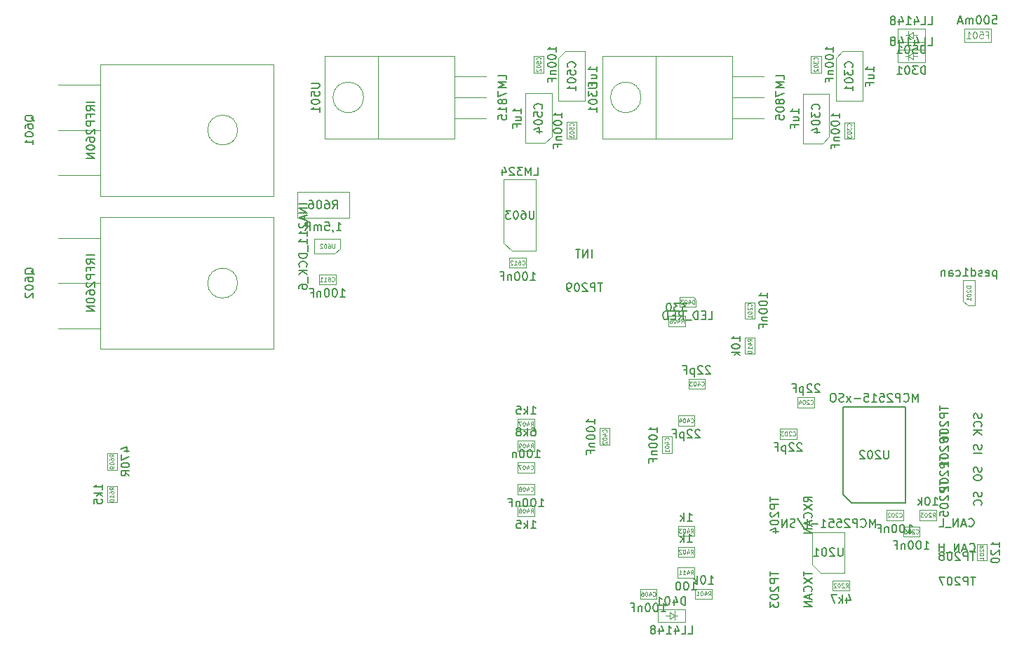
<source format=gbr>
G04 #@! TF.GenerationSoftware,KiCad,Pcbnew,5.1.4*
G04 #@! TF.CreationDate,2019-10-26T00:18:29-03:00*
G04 #@! TF.ProjectId,MCB19,4d434231-392e-46b6-9963-61645f706362,rev?*
G04 #@! TF.SameCoordinates,Original*
G04 #@! TF.FileFunction,Other,Fab,Bot*
%FSLAX46Y46*%
G04 Gerber Fmt 4.6, Leading zero omitted, Abs format (unit mm)*
G04 Created by KiCad (PCBNEW 5.1.4) date 2019-10-26 00:18:29*
%MOMM*%
%LPD*%
G04 APERTURE LIST*
%ADD10C,0.150000*%
%ADD11C,0.100000*%
%ADD12C,0.080000*%
%ADD13C,0.075000*%
%ADD14C,0.120000*%
G04 APERTURE END LIST*
D10*
X211779000Y-112516000D02*
X218279000Y-112516000D01*
X218279000Y-112516000D02*
X218279000Y-100916000D01*
X218279000Y-100916000D02*
X210779000Y-100916000D01*
X210779000Y-100916000D02*
X210779000Y-111516000D01*
X210779000Y-111516000D02*
X211779000Y-112516000D01*
D11*
X173475000Y-107650000D02*
X171475000Y-107650000D01*
X173475000Y-108850000D02*
X173475000Y-107650000D01*
X171475000Y-108850000D02*
X173475000Y-108850000D01*
X171475000Y-107650000D02*
X171475000Y-108850000D01*
X170475000Y-84100000D02*
X172475000Y-84100000D01*
X170475000Y-82900000D02*
X170475000Y-84100000D01*
X172475000Y-82900000D02*
X170475000Y-82900000D01*
X172475000Y-84100000D02*
X172475000Y-82900000D01*
X147500000Y-86100000D02*
X149500000Y-86100000D01*
X147500000Y-84900000D02*
X147500000Y-86100000D01*
X149500000Y-84900000D02*
X147500000Y-84900000D01*
X149500000Y-86100000D02*
X149500000Y-84900000D01*
X150050000Y-80600000D02*
X146950000Y-80600000D01*
X146950000Y-80600000D02*
X146950000Y-82400000D01*
X149400000Y-82400000D02*
X146950000Y-82400000D01*
X150050000Y-80600000D02*
X150050000Y-81750000D01*
X149400000Y-82400000D02*
X150050000Y-81750000D01*
X137665000Y-67450000D02*
G75*
G03X137665000Y-67450000I-1805000J0D01*
G01*
X121080000Y-59500000D02*
X142030000Y-59500000D01*
X142030000Y-59500000D02*
X142030000Y-75400000D01*
X142030000Y-75400000D02*
X121080000Y-75400000D01*
X121080000Y-75400000D02*
X121080000Y-59500000D01*
X121080000Y-62000000D02*
X116000000Y-62000000D01*
X121080000Y-67450000D02*
X116000000Y-67450000D01*
X121080000Y-72900000D02*
X116000000Y-72900000D01*
X137665000Y-85950000D02*
G75*
G03X137665000Y-85950000I-1805000J0D01*
G01*
X121080000Y-78000000D02*
X142030000Y-78000000D01*
X142030000Y-78000000D02*
X142030000Y-93900000D01*
X142030000Y-93900000D02*
X121080000Y-93900000D01*
X121080000Y-93900000D02*
X121080000Y-78000000D01*
X121080000Y-80500000D02*
X116000000Y-80500000D01*
X121080000Y-85950000D02*
X116000000Y-85950000D01*
X121080000Y-91400000D02*
X116000000Y-91400000D01*
X169800000Y-81100000D02*
X170775000Y-82075000D01*
X169800000Y-73425000D02*
X169800000Y-81100000D01*
X173700000Y-73425000D02*
X169800000Y-73425000D01*
X173700000Y-82075000D02*
X173700000Y-73425000D01*
X170775000Y-82075000D02*
X173700000Y-82075000D01*
X121900000Y-110475000D02*
X121900000Y-112475000D01*
X123100000Y-110475000D02*
X121900000Y-110475000D01*
X123100000Y-112475000D02*
X123100000Y-110475000D01*
X121900000Y-112475000D02*
X123100000Y-112475000D01*
X123100000Y-108500000D02*
X123100000Y-106500000D01*
X121900000Y-108500000D02*
X123100000Y-108500000D01*
X121900000Y-106500000D02*
X121900000Y-108500000D01*
X123100000Y-106500000D02*
X121900000Y-106500000D01*
X144850000Y-78100000D02*
X151150000Y-78100000D01*
X144850000Y-74900000D02*
X144850000Y-78100000D01*
X151150000Y-74900000D02*
X144850000Y-74900000D01*
X151150000Y-78100000D02*
X151150000Y-74900000D01*
X173475000Y-105025000D02*
X171475000Y-105025000D01*
X173475000Y-106225000D02*
X173475000Y-105025000D01*
X171475000Y-106225000D02*
X173475000Y-106225000D01*
X171475000Y-105025000D02*
X171475000Y-106225000D01*
X171475000Y-114100000D02*
X173475000Y-114100000D01*
X171475000Y-112900000D02*
X171475000Y-114100000D01*
X173475000Y-112900000D02*
X171475000Y-112900000D01*
X173475000Y-114100000D02*
X173475000Y-112900000D01*
X173475000Y-102400000D02*
X171475000Y-102400000D01*
X173475000Y-103600000D02*
X173475000Y-102400000D01*
X171475000Y-103600000D02*
X173475000Y-103600000D01*
X171475000Y-102400000D02*
X171475000Y-103600000D01*
X171475000Y-111475000D02*
X173475000Y-111475000D01*
X171475000Y-110275000D02*
X171475000Y-111475000D01*
X173475000Y-110275000D02*
X171475000Y-110275000D01*
X173475000Y-111475000D02*
X173475000Y-110275000D01*
X210900000Y-66525000D02*
X210900000Y-68525000D01*
X212100000Y-66525000D02*
X210900000Y-66525000D01*
X212100000Y-68525000D02*
X212100000Y-66525000D01*
X210900000Y-68525000D02*
X212100000Y-68525000D01*
X208100000Y-58500000D02*
X206900000Y-58500000D01*
X206900000Y-58500000D02*
X206900000Y-60500000D01*
X206900000Y-60500000D02*
X208100000Y-60500000D01*
X208100000Y-60500000D02*
X208100000Y-58500000D01*
X205900000Y-63050000D02*
X209100000Y-63050000D01*
X205900000Y-69050000D02*
X205900000Y-63050000D01*
X208300000Y-69050000D02*
X205900000Y-69050000D01*
X209100000Y-68250000D02*
X208300000Y-69050000D01*
X209100000Y-63050000D02*
X209100000Y-68250000D01*
X209900000Y-63950000D02*
X209900000Y-58750000D01*
X209900000Y-58750000D02*
X210700000Y-57950000D01*
X210700000Y-57950000D02*
X213100000Y-57950000D01*
X213100000Y-57950000D02*
X213100000Y-63950000D01*
X213100000Y-63950000D02*
X209900000Y-63950000D01*
X220650000Y-59300000D02*
X220650000Y-57700000D01*
X220650000Y-57700000D02*
X217350000Y-57700000D01*
X217350000Y-57700000D02*
X217350000Y-59300000D01*
X217350000Y-59300000D02*
X220650000Y-59300000D01*
X219250000Y-58500000D02*
X219750000Y-58500000D01*
X219250000Y-58100000D02*
X218650000Y-58500000D01*
X219250000Y-58900000D02*
X219250000Y-58100000D01*
X218650000Y-58500000D02*
X219250000Y-58900000D01*
X218650000Y-58500000D02*
X218650000Y-57950000D01*
X218650000Y-58500000D02*
X218650000Y-59050000D01*
X218250000Y-58500000D02*
X218650000Y-58500000D01*
X186374000Y-63500000D02*
G75*
G03X186374000Y-63500000I-1850000J0D01*
G01*
X188124000Y-58500000D02*
X181724000Y-58500000D01*
X181724000Y-58500000D02*
X181724000Y-68500000D01*
X181724000Y-68500000D02*
X188124000Y-68500000D01*
X188124000Y-68500000D02*
X188124000Y-58500000D01*
X197374000Y-58500000D02*
X188124000Y-58500000D01*
X188124000Y-58500000D02*
X188124000Y-68500000D01*
X188124000Y-68500000D02*
X197374000Y-68500000D01*
X197374000Y-68500000D02*
X197374000Y-58500000D01*
X197374000Y-60960000D02*
X201184000Y-60960000D01*
X197374000Y-63500000D02*
X201184000Y-63500000D01*
X197374000Y-66040000D02*
X201184000Y-66040000D01*
X192800000Y-121550000D02*
X192800000Y-120350000D01*
X192800000Y-120350000D02*
X190800000Y-120350000D01*
X190800000Y-120350000D02*
X190800000Y-121550000D01*
X190800000Y-121550000D02*
X192800000Y-121550000D01*
X198900000Y-94525000D02*
X200100000Y-94525000D01*
X200100000Y-94525000D02*
X200100000Y-92525000D01*
X200100000Y-92525000D02*
X198900000Y-92525000D01*
X198900000Y-92525000D02*
X198900000Y-94525000D01*
X191000000Y-87650000D02*
X192700000Y-87650000D01*
X192700000Y-87650000D02*
X193000000Y-87950000D01*
X193000000Y-87950000D02*
X193000000Y-88850000D01*
X193000000Y-88850000D02*
X191000000Y-88850000D01*
X191000000Y-88850000D02*
X191000000Y-87650000D01*
X189675000Y-89950000D02*
X189675000Y-91150000D01*
X189675000Y-91150000D02*
X191675000Y-91150000D01*
X191675000Y-91150000D02*
X191675000Y-89950000D01*
X191675000Y-89950000D02*
X189675000Y-89950000D01*
X176400000Y-63950000D02*
X176400000Y-58750000D01*
X176400000Y-58750000D02*
X177200000Y-57950000D01*
X177200000Y-57950000D02*
X179600000Y-57950000D01*
X179600000Y-57950000D02*
X179600000Y-63950000D01*
X179600000Y-63950000D02*
X176400000Y-63950000D01*
X172400000Y-63000000D02*
X175600000Y-63000000D01*
X172400000Y-69000000D02*
X172400000Y-63000000D01*
X174800000Y-69000000D02*
X172400000Y-69000000D01*
X175600000Y-68200000D02*
X174800000Y-69000000D01*
X175600000Y-63000000D02*
X175600000Y-68200000D01*
X163874000Y-66040000D02*
X167684000Y-66040000D01*
X163874000Y-63500000D02*
X167684000Y-63500000D01*
X163874000Y-60960000D02*
X167684000Y-60960000D01*
X163874000Y-68500000D02*
X163874000Y-58500000D01*
X154624000Y-68500000D02*
X163874000Y-68500000D01*
X154624000Y-58500000D02*
X154624000Y-68500000D01*
X163874000Y-58500000D02*
X154624000Y-58500000D01*
X154624000Y-68500000D02*
X154624000Y-58500000D01*
X148224000Y-68500000D02*
X154624000Y-68500000D01*
X148224000Y-58500000D02*
X148224000Y-68500000D01*
X154624000Y-58500000D02*
X148224000Y-58500000D01*
X152874000Y-63500000D02*
G75*
G03X152874000Y-63500000I-1850000J0D01*
G01*
X225250000Y-85630000D02*
X226650000Y-85630000D01*
X226650000Y-88670000D02*
X226650000Y-85630000D01*
X225250000Y-88100000D02*
X225800000Y-88670000D01*
X225800000Y-88670000D02*
X226650000Y-88670000D01*
X225250000Y-88100000D02*
X225250000Y-85650000D01*
X225400000Y-55200000D02*
X225400000Y-56800000D01*
X225400000Y-56800000D02*
X228600000Y-56800000D01*
X228600000Y-56800000D02*
X228600000Y-55200000D01*
X228600000Y-55200000D02*
X225400000Y-55200000D01*
X200100000Y-88265000D02*
X198900000Y-88265000D01*
X198900000Y-88265000D02*
X198900000Y-90265000D01*
X198900000Y-90265000D02*
X200100000Y-90265000D01*
X200100000Y-90265000D02*
X200100000Y-88265000D01*
X218000000Y-114600000D02*
X218000000Y-113400000D01*
X218000000Y-113400000D02*
X216000000Y-113400000D01*
X216000000Y-113400000D02*
X216000000Y-114600000D01*
X216000000Y-114600000D02*
X218000000Y-114600000D01*
X205124000Y-104776000D02*
X205124000Y-103576000D01*
X205124000Y-103576000D02*
X203124000Y-103576000D01*
X203124000Y-103576000D02*
X203124000Y-104776000D01*
X203124000Y-104776000D02*
X205124000Y-104776000D01*
X205274000Y-99766000D02*
X205274000Y-100966000D01*
X205274000Y-100966000D02*
X207274000Y-100966000D01*
X207274000Y-100966000D02*
X207274000Y-99766000D01*
X207274000Y-99766000D02*
X205274000Y-99766000D01*
X220000000Y-116600000D02*
X220000000Y-115400000D01*
X220000000Y-115400000D02*
X218000000Y-115400000D01*
X218000000Y-115400000D02*
X218000000Y-116600000D01*
X218000000Y-116600000D02*
X220000000Y-116600000D01*
X188900000Y-106500000D02*
X190100000Y-106500000D01*
X190100000Y-106500000D02*
X190100000Y-104500000D01*
X190100000Y-104500000D02*
X188900000Y-104500000D01*
X188900000Y-104500000D02*
X188900000Y-106500000D01*
X181400000Y-105500000D02*
X182600000Y-105500000D01*
X182600000Y-105500000D02*
X182600000Y-103500000D01*
X182600000Y-103500000D02*
X181400000Y-103500000D01*
X181400000Y-103500000D02*
X181400000Y-105500000D01*
X192096000Y-97524000D02*
X192096000Y-98724000D01*
X192096000Y-98724000D02*
X194096000Y-98724000D01*
X194096000Y-98724000D02*
X194096000Y-97524000D01*
X194096000Y-97524000D02*
X192096000Y-97524000D01*
X192826000Y-103169000D02*
X192826000Y-101969000D01*
X192826000Y-101969000D02*
X190826000Y-101969000D01*
X190826000Y-101969000D02*
X190826000Y-103169000D01*
X190826000Y-103169000D02*
X192826000Y-103169000D01*
X188250000Y-124150000D02*
X188250000Y-122950000D01*
X188250000Y-122950000D02*
X186250000Y-122950000D01*
X186250000Y-122950000D02*
X186250000Y-124150000D01*
X186250000Y-124150000D02*
X188250000Y-124150000D01*
X174600000Y-58500000D02*
X173400000Y-58500000D01*
X173400000Y-58500000D02*
X173400000Y-60500000D01*
X173400000Y-60500000D02*
X174600000Y-60500000D01*
X174600000Y-60500000D02*
X174600000Y-58500000D01*
X177400000Y-68475000D02*
X178600000Y-68475000D01*
X178600000Y-68475000D02*
X178600000Y-66475000D01*
X178600000Y-66475000D02*
X177400000Y-66475000D01*
X177400000Y-66475000D02*
X177400000Y-68475000D01*
X188400000Y-125350000D02*
X188400000Y-126950000D01*
X188400000Y-126950000D02*
X191700000Y-126950000D01*
X191700000Y-126950000D02*
X191700000Y-125350000D01*
X191700000Y-125350000D02*
X188400000Y-125350000D01*
X189800000Y-126150000D02*
X189300000Y-126150000D01*
X189800000Y-126550000D02*
X190400000Y-126150000D01*
X189800000Y-125750000D02*
X189800000Y-126550000D01*
X190400000Y-126150000D02*
X189800000Y-125750000D01*
X190400000Y-126150000D02*
X190400000Y-126700000D01*
X190400000Y-126150000D02*
X190400000Y-125600000D01*
X190800000Y-126150000D02*
X190400000Y-126150000D01*
X220650000Y-56800000D02*
X220650000Y-55200000D01*
X220650000Y-55200000D02*
X217350000Y-55200000D01*
X217350000Y-55200000D02*
X217350000Y-56800000D01*
X217350000Y-56800000D02*
X220650000Y-56800000D01*
X219250000Y-56000000D02*
X219750000Y-56000000D01*
X219250000Y-55600000D02*
X218650000Y-56000000D01*
X219250000Y-56400000D02*
X219250000Y-55600000D01*
X218650000Y-56000000D02*
X219250000Y-56400000D01*
X218650000Y-56000000D02*
X218650000Y-55450000D01*
X218650000Y-56000000D02*
X218650000Y-56550000D01*
X218250000Y-56000000D02*
X218650000Y-56000000D01*
X208050000Y-120950000D02*
X210950000Y-120950000D01*
X210950000Y-120950000D02*
X210950000Y-116050000D01*
X210950000Y-116050000D02*
X207050000Y-116050000D01*
X207050000Y-116050000D02*
X207050000Y-119950000D01*
X207050000Y-119950000D02*
X208050000Y-120950000D01*
X220000000Y-113400000D02*
X220000000Y-114600000D01*
X220000000Y-114600000D02*
X222000000Y-114600000D01*
X222000000Y-114600000D02*
X222000000Y-113400000D01*
X222000000Y-113400000D02*
X220000000Y-113400000D01*
X211500000Y-123100000D02*
X211500000Y-121900000D01*
X211500000Y-121900000D02*
X209500000Y-121900000D01*
X209500000Y-121900000D02*
X209500000Y-123100000D01*
X209500000Y-123100000D02*
X211500000Y-123100000D01*
X228100000Y-117500000D02*
X226900000Y-117500000D01*
X226900000Y-117500000D02*
X226900000Y-119500000D01*
X226900000Y-119500000D02*
X228100000Y-119500000D01*
X228100000Y-119500000D02*
X228100000Y-117500000D01*
X192920000Y-122900000D02*
X192920000Y-124100000D01*
X192920000Y-124100000D02*
X194920000Y-124100000D01*
X194920000Y-124100000D02*
X194920000Y-122900000D01*
X194920000Y-122900000D02*
X192920000Y-122900000D01*
X190826000Y-117844000D02*
X190826000Y-119044000D01*
X190826000Y-119044000D02*
X192826000Y-119044000D01*
X192826000Y-119044000D02*
X192826000Y-117844000D01*
X192826000Y-117844000D02*
X190826000Y-117844000D01*
X190826000Y-115304000D02*
X190826000Y-116504000D01*
X190826000Y-116504000D02*
X192826000Y-116504000D01*
X192826000Y-116504000D02*
X192826000Y-115304000D01*
X192826000Y-115304000D02*
X190826000Y-115304000D01*
D10*
X219790904Y-100293380D02*
X219790904Y-99293380D01*
X219457571Y-100007666D01*
X219124238Y-99293380D01*
X219124238Y-100293380D01*
X218076619Y-100198142D02*
X218124238Y-100245761D01*
X218267095Y-100293380D01*
X218362333Y-100293380D01*
X218505190Y-100245761D01*
X218600428Y-100150523D01*
X218648047Y-100055285D01*
X218695666Y-99864809D01*
X218695666Y-99721952D01*
X218648047Y-99531476D01*
X218600428Y-99436238D01*
X218505190Y-99341000D01*
X218362333Y-99293380D01*
X218267095Y-99293380D01*
X218124238Y-99341000D01*
X218076619Y-99388619D01*
X217648047Y-100293380D02*
X217648047Y-99293380D01*
X217267095Y-99293380D01*
X217171857Y-99341000D01*
X217124238Y-99388619D01*
X217076619Y-99483857D01*
X217076619Y-99626714D01*
X217124238Y-99721952D01*
X217171857Y-99769571D01*
X217267095Y-99817190D01*
X217648047Y-99817190D01*
X216695666Y-99388619D02*
X216648047Y-99341000D01*
X216552809Y-99293380D01*
X216314714Y-99293380D01*
X216219476Y-99341000D01*
X216171857Y-99388619D01*
X216124238Y-99483857D01*
X216124238Y-99579095D01*
X216171857Y-99721952D01*
X216743285Y-100293380D01*
X216124238Y-100293380D01*
X215219476Y-99293380D02*
X215695666Y-99293380D01*
X215743285Y-99769571D01*
X215695666Y-99721952D01*
X215600428Y-99674333D01*
X215362333Y-99674333D01*
X215267095Y-99721952D01*
X215219476Y-99769571D01*
X215171857Y-99864809D01*
X215171857Y-100102904D01*
X215219476Y-100198142D01*
X215267095Y-100245761D01*
X215362333Y-100293380D01*
X215600428Y-100293380D01*
X215695666Y-100245761D01*
X215743285Y-100198142D01*
X214219476Y-100293380D02*
X214790904Y-100293380D01*
X214505190Y-100293380D02*
X214505190Y-99293380D01*
X214600428Y-99436238D01*
X214695666Y-99531476D01*
X214790904Y-99579095D01*
X213314714Y-99293380D02*
X213790904Y-99293380D01*
X213838523Y-99769571D01*
X213790904Y-99721952D01*
X213695666Y-99674333D01*
X213457571Y-99674333D01*
X213362333Y-99721952D01*
X213314714Y-99769571D01*
X213267095Y-99864809D01*
X213267095Y-100102904D01*
X213314714Y-100198142D01*
X213362333Y-100245761D01*
X213457571Y-100293380D01*
X213695666Y-100293380D01*
X213790904Y-100245761D01*
X213838523Y-100198142D01*
X212838523Y-99912428D02*
X212076619Y-99912428D01*
X211695666Y-100293380D02*
X211171857Y-99626714D01*
X211695666Y-99626714D02*
X211171857Y-100293380D01*
X210838523Y-100245761D02*
X210695666Y-100293380D01*
X210457571Y-100293380D01*
X210362333Y-100245761D01*
X210314714Y-100198142D01*
X210267095Y-100102904D01*
X210267095Y-100007666D01*
X210314714Y-99912428D01*
X210362333Y-99864809D01*
X210457571Y-99817190D01*
X210648047Y-99769571D01*
X210743285Y-99721952D01*
X210790904Y-99674333D01*
X210838523Y-99579095D01*
X210838523Y-99483857D01*
X210790904Y-99388619D01*
X210743285Y-99341000D01*
X210648047Y-99293380D01*
X210409952Y-99293380D01*
X210267095Y-99341000D01*
X209648047Y-99293380D02*
X209457571Y-99293380D01*
X209362333Y-99341000D01*
X209267095Y-99436238D01*
X209219476Y-99626714D01*
X209219476Y-99960047D01*
X209267095Y-100150523D01*
X209362333Y-100245761D01*
X209457571Y-100293380D01*
X209648047Y-100293380D01*
X209743285Y-100245761D01*
X209838523Y-100150523D01*
X209886142Y-99960047D01*
X209886142Y-99626714D01*
X209838523Y-99436238D01*
X209743285Y-99341000D01*
X209648047Y-99293380D01*
X216243285Y-106168380D02*
X216243285Y-106977904D01*
X216195666Y-107073142D01*
X216148047Y-107120761D01*
X216052809Y-107168380D01*
X215862333Y-107168380D01*
X215767095Y-107120761D01*
X215719476Y-107073142D01*
X215671857Y-106977904D01*
X215671857Y-106168380D01*
X215243285Y-106263619D02*
X215195666Y-106216000D01*
X215100428Y-106168380D01*
X214862333Y-106168380D01*
X214767095Y-106216000D01*
X214719476Y-106263619D01*
X214671857Y-106358857D01*
X214671857Y-106454095D01*
X214719476Y-106596952D01*
X215290904Y-107168380D01*
X214671857Y-107168380D01*
X214052809Y-106168380D02*
X213957571Y-106168380D01*
X213862333Y-106216000D01*
X213814714Y-106263619D01*
X213767095Y-106358857D01*
X213719476Y-106549333D01*
X213719476Y-106787428D01*
X213767095Y-106977904D01*
X213814714Y-107073142D01*
X213862333Y-107120761D01*
X213957571Y-107168380D01*
X214052809Y-107168380D01*
X214148047Y-107120761D01*
X214195666Y-107073142D01*
X214243285Y-106977904D01*
X214290904Y-106787428D01*
X214290904Y-106549333D01*
X214243285Y-106358857D01*
X214195666Y-106263619D01*
X214148047Y-106216000D01*
X214052809Y-106168380D01*
X213338523Y-106263619D02*
X213290904Y-106216000D01*
X213195666Y-106168380D01*
X212957571Y-106168380D01*
X212862333Y-106216000D01*
X212814714Y-106263619D01*
X212767095Y-106358857D01*
X212767095Y-106454095D01*
X212814714Y-106596952D01*
X213386142Y-107168380D01*
X212767095Y-107168380D01*
X173594047Y-107052380D02*
X174165476Y-107052380D01*
X173879761Y-107052380D02*
X173879761Y-106052380D01*
X173975000Y-106195238D01*
X174070238Y-106290476D01*
X174165476Y-106338095D01*
X172975000Y-106052380D02*
X172879761Y-106052380D01*
X172784523Y-106100000D01*
X172736904Y-106147619D01*
X172689285Y-106242857D01*
X172641666Y-106433333D01*
X172641666Y-106671428D01*
X172689285Y-106861904D01*
X172736904Y-106957142D01*
X172784523Y-107004761D01*
X172879761Y-107052380D01*
X172975000Y-107052380D01*
X173070238Y-107004761D01*
X173117857Y-106957142D01*
X173165476Y-106861904D01*
X173213095Y-106671428D01*
X173213095Y-106433333D01*
X173165476Y-106242857D01*
X173117857Y-106147619D01*
X173070238Y-106100000D01*
X172975000Y-106052380D01*
X172022619Y-106052380D02*
X171927380Y-106052380D01*
X171832142Y-106100000D01*
X171784523Y-106147619D01*
X171736904Y-106242857D01*
X171689285Y-106433333D01*
X171689285Y-106671428D01*
X171736904Y-106861904D01*
X171784523Y-106957142D01*
X171832142Y-107004761D01*
X171927380Y-107052380D01*
X172022619Y-107052380D01*
X172117857Y-107004761D01*
X172165476Y-106957142D01*
X172213095Y-106861904D01*
X172260714Y-106671428D01*
X172260714Y-106433333D01*
X172213095Y-106242857D01*
X172165476Y-106147619D01*
X172117857Y-106100000D01*
X172022619Y-106052380D01*
X171260714Y-106385714D02*
X171260714Y-107052380D01*
X171260714Y-106480952D02*
X171213095Y-106433333D01*
X171117857Y-106385714D01*
X170975000Y-106385714D01*
X170879761Y-106433333D01*
X170832142Y-106528571D01*
X170832142Y-107052380D01*
D12*
X173034523Y-108428571D02*
X173058333Y-108452380D01*
X173129761Y-108476190D01*
X173177380Y-108476190D01*
X173248809Y-108452380D01*
X173296428Y-108404761D01*
X173320238Y-108357142D01*
X173344047Y-108261904D01*
X173344047Y-108190476D01*
X173320238Y-108095238D01*
X173296428Y-108047619D01*
X173248809Y-108000000D01*
X173177380Y-107976190D01*
X173129761Y-107976190D01*
X173058333Y-108000000D01*
X173034523Y-108023809D01*
X172605952Y-108142857D02*
X172605952Y-108476190D01*
X172725000Y-107952380D02*
X172844047Y-108309523D01*
X172534523Y-108309523D01*
X172248809Y-107976190D02*
X172201190Y-107976190D01*
X172153571Y-108000000D01*
X172129761Y-108023809D01*
X172105952Y-108071428D01*
X172082142Y-108166666D01*
X172082142Y-108285714D01*
X172105952Y-108380952D01*
X172129761Y-108428571D01*
X172153571Y-108452380D01*
X172201190Y-108476190D01*
X172248809Y-108476190D01*
X172296428Y-108452380D01*
X172320238Y-108428571D01*
X172344047Y-108380952D01*
X172367857Y-108285714D01*
X172367857Y-108166666D01*
X172344047Y-108071428D01*
X172320238Y-108023809D01*
X172296428Y-108000000D01*
X172248809Y-107976190D01*
X171915476Y-107976190D02*
X171582142Y-107976190D01*
X171796428Y-108476190D01*
D10*
X173022619Y-85602380D02*
X173594047Y-85602380D01*
X173308333Y-85602380D02*
X173308333Y-84602380D01*
X173403571Y-84745238D01*
X173498809Y-84840476D01*
X173594047Y-84888095D01*
X172403571Y-84602380D02*
X172308333Y-84602380D01*
X172213095Y-84650000D01*
X172165476Y-84697619D01*
X172117857Y-84792857D01*
X172070238Y-84983333D01*
X172070238Y-85221428D01*
X172117857Y-85411904D01*
X172165476Y-85507142D01*
X172213095Y-85554761D01*
X172308333Y-85602380D01*
X172403571Y-85602380D01*
X172498809Y-85554761D01*
X172546428Y-85507142D01*
X172594047Y-85411904D01*
X172641666Y-85221428D01*
X172641666Y-84983333D01*
X172594047Y-84792857D01*
X172546428Y-84697619D01*
X172498809Y-84650000D01*
X172403571Y-84602380D01*
X171451190Y-84602380D02*
X171355952Y-84602380D01*
X171260714Y-84650000D01*
X171213095Y-84697619D01*
X171165476Y-84792857D01*
X171117857Y-84983333D01*
X171117857Y-85221428D01*
X171165476Y-85411904D01*
X171213095Y-85507142D01*
X171260714Y-85554761D01*
X171355952Y-85602380D01*
X171451190Y-85602380D01*
X171546428Y-85554761D01*
X171594047Y-85507142D01*
X171641666Y-85411904D01*
X171689285Y-85221428D01*
X171689285Y-84983333D01*
X171641666Y-84792857D01*
X171594047Y-84697619D01*
X171546428Y-84650000D01*
X171451190Y-84602380D01*
X170689285Y-84935714D02*
X170689285Y-85602380D01*
X170689285Y-85030952D02*
X170641666Y-84983333D01*
X170546428Y-84935714D01*
X170403571Y-84935714D01*
X170308333Y-84983333D01*
X170260714Y-85078571D01*
X170260714Y-85602380D01*
X169451190Y-85078571D02*
X169784523Y-85078571D01*
X169784523Y-85602380D02*
X169784523Y-84602380D01*
X169308333Y-84602380D01*
D12*
X172034523Y-83678571D02*
X172058333Y-83702380D01*
X172129761Y-83726190D01*
X172177380Y-83726190D01*
X172248809Y-83702380D01*
X172296428Y-83654761D01*
X172320238Y-83607142D01*
X172344047Y-83511904D01*
X172344047Y-83440476D01*
X172320238Y-83345238D01*
X172296428Y-83297619D01*
X172248809Y-83250000D01*
X172177380Y-83226190D01*
X172129761Y-83226190D01*
X172058333Y-83250000D01*
X172034523Y-83273809D01*
X171605952Y-83226190D02*
X171701190Y-83226190D01*
X171748809Y-83250000D01*
X171772619Y-83273809D01*
X171820238Y-83345238D01*
X171844047Y-83440476D01*
X171844047Y-83630952D01*
X171820238Y-83678571D01*
X171796428Y-83702380D01*
X171748809Y-83726190D01*
X171653571Y-83726190D01*
X171605952Y-83702380D01*
X171582142Y-83678571D01*
X171558333Y-83630952D01*
X171558333Y-83511904D01*
X171582142Y-83464285D01*
X171605952Y-83440476D01*
X171653571Y-83416666D01*
X171748809Y-83416666D01*
X171796428Y-83440476D01*
X171820238Y-83464285D01*
X171844047Y-83511904D01*
X171082142Y-83726190D02*
X171367857Y-83726190D01*
X171225000Y-83726190D02*
X171225000Y-83226190D01*
X171272619Y-83297619D01*
X171320238Y-83345238D01*
X171367857Y-83369047D01*
X170891666Y-83273809D02*
X170867857Y-83250000D01*
X170820238Y-83226190D01*
X170701190Y-83226190D01*
X170653571Y-83250000D01*
X170629761Y-83273809D01*
X170605952Y-83321428D01*
X170605952Y-83369047D01*
X170629761Y-83440476D01*
X170915476Y-83726190D01*
X170605952Y-83726190D01*
D10*
X150047619Y-87602380D02*
X150619047Y-87602380D01*
X150333333Y-87602380D02*
X150333333Y-86602380D01*
X150428571Y-86745238D01*
X150523809Y-86840476D01*
X150619047Y-86888095D01*
X149428571Y-86602380D02*
X149333333Y-86602380D01*
X149238095Y-86650000D01*
X149190476Y-86697619D01*
X149142857Y-86792857D01*
X149095238Y-86983333D01*
X149095238Y-87221428D01*
X149142857Y-87411904D01*
X149190476Y-87507142D01*
X149238095Y-87554761D01*
X149333333Y-87602380D01*
X149428571Y-87602380D01*
X149523809Y-87554761D01*
X149571428Y-87507142D01*
X149619047Y-87411904D01*
X149666666Y-87221428D01*
X149666666Y-86983333D01*
X149619047Y-86792857D01*
X149571428Y-86697619D01*
X149523809Y-86650000D01*
X149428571Y-86602380D01*
X148476190Y-86602380D02*
X148380952Y-86602380D01*
X148285714Y-86650000D01*
X148238095Y-86697619D01*
X148190476Y-86792857D01*
X148142857Y-86983333D01*
X148142857Y-87221428D01*
X148190476Y-87411904D01*
X148238095Y-87507142D01*
X148285714Y-87554761D01*
X148380952Y-87602380D01*
X148476190Y-87602380D01*
X148571428Y-87554761D01*
X148619047Y-87507142D01*
X148666666Y-87411904D01*
X148714285Y-87221428D01*
X148714285Y-86983333D01*
X148666666Y-86792857D01*
X148619047Y-86697619D01*
X148571428Y-86650000D01*
X148476190Y-86602380D01*
X147714285Y-86935714D02*
X147714285Y-87602380D01*
X147714285Y-87030952D02*
X147666666Y-86983333D01*
X147571428Y-86935714D01*
X147428571Y-86935714D01*
X147333333Y-86983333D01*
X147285714Y-87078571D01*
X147285714Y-87602380D01*
X146476190Y-87078571D02*
X146809523Y-87078571D01*
X146809523Y-87602380D02*
X146809523Y-86602380D01*
X146333333Y-86602380D01*
D12*
X149059523Y-85678571D02*
X149083333Y-85702380D01*
X149154761Y-85726190D01*
X149202380Y-85726190D01*
X149273809Y-85702380D01*
X149321428Y-85654761D01*
X149345238Y-85607142D01*
X149369047Y-85511904D01*
X149369047Y-85440476D01*
X149345238Y-85345238D01*
X149321428Y-85297619D01*
X149273809Y-85250000D01*
X149202380Y-85226190D01*
X149154761Y-85226190D01*
X149083333Y-85250000D01*
X149059523Y-85273809D01*
X148630952Y-85226190D02*
X148726190Y-85226190D01*
X148773809Y-85250000D01*
X148797619Y-85273809D01*
X148845238Y-85345238D01*
X148869047Y-85440476D01*
X148869047Y-85630952D01*
X148845238Y-85678571D01*
X148821428Y-85702380D01*
X148773809Y-85726190D01*
X148678571Y-85726190D01*
X148630952Y-85702380D01*
X148607142Y-85678571D01*
X148583333Y-85630952D01*
X148583333Y-85511904D01*
X148607142Y-85464285D01*
X148630952Y-85440476D01*
X148678571Y-85416666D01*
X148773809Y-85416666D01*
X148821428Y-85440476D01*
X148845238Y-85464285D01*
X148869047Y-85511904D01*
X148107142Y-85726190D02*
X148392857Y-85726190D01*
X148250000Y-85726190D02*
X148250000Y-85226190D01*
X148297619Y-85297619D01*
X148345238Y-85345238D01*
X148392857Y-85369047D01*
X147630952Y-85726190D02*
X147916666Y-85726190D01*
X147773809Y-85726190D02*
X147773809Y-85226190D01*
X147821428Y-85297619D01*
X147869047Y-85345238D01*
X147916666Y-85369047D01*
D10*
X146052380Y-76380952D02*
X145052380Y-76380952D01*
X146052380Y-76857142D02*
X145052380Y-76857142D01*
X146052380Y-77428571D01*
X145052380Y-77428571D01*
X145766666Y-77857142D02*
X145766666Y-78333333D01*
X146052380Y-77761904D02*
X145052380Y-78095238D01*
X146052380Y-78428571D01*
X145147619Y-78714285D02*
X145100000Y-78761904D01*
X145052380Y-78857142D01*
X145052380Y-79095238D01*
X145100000Y-79190476D01*
X145147619Y-79238095D01*
X145242857Y-79285714D01*
X145338095Y-79285714D01*
X145480952Y-79238095D01*
X146052380Y-78666666D01*
X146052380Y-79285714D01*
X146052380Y-80238095D02*
X146052380Y-79666666D01*
X146052380Y-79952380D02*
X145052380Y-79952380D01*
X145195238Y-79857142D01*
X145290476Y-79761904D01*
X145338095Y-79666666D01*
X146052380Y-81190476D02*
X146052380Y-80619047D01*
X146052380Y-80904761D02*
X145052380Y-80904761D01*
X145195238Y-80809523D01*
X145290476Y-80714285D01*
X145338095Y-80619047D01*
X146147619Y-81380952D02*
X146147619Y-82142857D01*
X146052380Y-82380952D02*
X145052380Y-82380952D01*
X145052380Y-82619047D01*
X145100000Y-82761904D01*
X145195238Y-82857142D01*
X145290476Y-82904761D01*
X145480952Y-82952380D01*
X145623809Y-82952380D01*
X145814285Y-82904761D01*
X145909523Y-82857142D01*
X146004761Y-82761904D01*
X146052380Y-82619047D01*
X146052380Y-82380952D01*
X145957142Y-83952380D02*
X146004761Y-83904761D01*
X146052380Y-83761904D01*
X146052380Y-83666666D01*
X146004761Y-83523809D01*
X145909523Y-83428571D01*
X145814285Y-83380952D01*
X145623809Y-83333333D01*
X145480952Y-83333333D01*
X145290476Y-83380952D01*
X145195238Y-83428571D01*
X145100000Y-83523809D01*
X145052380Y-83666666D01*
X145052380Y-83761904D01*
X145100000Y-83904761D01*
X145147619Y-83952380D01*
X146052380Y-84380952D02*
X145052380Y-84380952D01*
X146052380Y-84952380D02*
X145480952Y-84523809D01*
X145052380Y-84952380D02*
X145623809Y-84380952D01*
X146147619Y-85142857D02*
X146147619Y-85904761D01*
X145052380Y-86571428D02*
X145052380Y-86380952D01*
X145100000Y-86285714D01*
X145147619Y-86238095D01*
X145290476Y-86142857D01*
X145480952Y-86095238D01*
X145861904Y-86095238D01*
X145957142Y-86142857D01*
X146004761Y-86190476D01*
X146052380Y-86285714D01*
X146052380Y-86476190D01*
X146004761Y-86571428D01*
X145957142Y-86619047D01*
X145861904Y-86666666D01*
X145623809Y-86666666D01*
X145528571Y-86619047D01*
X145480952Y-86571428D01*
X145433333Y-86476190D01*
X145433333Y-86285714D01*
X145480952Y-86190476D01*
X145528571Y-86142857D01*
X145623809Y-86095238D01*
D13*
X149357142Y-81226190D02*
X149357142Y-81630952D01*
X149333333Y-81678571D01*
X149309523Y-81702380D01*
X149261904Y-81726190D01*
X149166666Y-81726190D01*
X149119047Y-81702380D01*
X149095238Y-81678571D01*
X149071428Y-81630952D01*
X149071428Y-81226190D01*
X148619047Y-81226190D02*
X148714285Y-81226190D01*
X148761904Y-81250000D01*
X148785714Y-81273809D01*
X148833333Y-81345238D01*
X148857142Y-81440476D01*
X148857142Y-81630952D01*
X148833333Y-81678571D01*
X148809523Y-81702380D01*
X148761904Y-81726190D01*
X148666666Y-81726190D01*
X148619047Y-81702380D01*
X148595238Y-81678571D01*
X148571428Y-81630952D01*
X148571428Y-81511904D01*
X148595238Y-81464285D01*
X148619047Y-81440476D01*
X148666666Y-81416666D01*
X148761904Y-81416666D01*
X148809523Y-81440476D01*
X148833333Y-81464285D01*
X148857142Y-81511904D01*
X148261904Y-81226190D02*
X148214285Y-81226190D01*
X148166666Y-81250000D01*
X148142857Y-81273809D01*
X148119047Y-81321428D01*
X148095238Y-81416666D01*
X148095238Y-81535714D01*
X148119047Y-81630952D01*
X148142857Y-81678571D01*
X148166666Y-81702380D01*
X148214285Y-81726190D01*
X148261904Y-81726190D01*
X148309523Y-81702380D01*
X148333333Y-81678571D01*
X148357142Y-81630952D01*
X148380952Y-81535714D01*
X148380952Y-81416666D01*
X148357142Y-81321428D01*
X148333333Y-81273809D01*
X148309523Y-81250000D01*
X148261904Y-81226190D01*
X147904761Y-81273809D02*
X147880952Y-81250000D01*
X147833333Y-81226190D01*
X147714285Y-81226190D01*
X147666666Y-81250000D01*
X147642857Y-81273809D01*
X147619047Y-81321428D01*
X147619047Y-81369047D01*
X147642857Y-81440476D01*
X147928571Y-81726190D01*
X147619047Y-81726190D01*
D10*
X120402380Y-64069047D02*
X119402380Y-64069047D01*
X120402380Y-65116666D02*
X119926190Y-64783333D01*
X120402380Y-64545238D02*
X119402380Y-64545238D01*
X119402380Y-64926190D01*
X119450000Y-65021428D01*
X119497619Y-65069047D01*
X119592857Y-65116666D01*
X119735714Y-65116666D01*
X119830952Y-65069047D01*
X119878571Y-65021428D01*
X119926190Y-64926190D01*
X119926190Y-64545238D01*
X119878571Y-65878571D02*
X119878571Y-65545238D01*
X120402380Y-65545238D02*
X119402380Y-65545238D01*
X119402380Y-66021428D01*
X120402380Y-66402380D02*
X119402380Y-66402380D01*
X119402380Y-66783333D01*
X119450000Y-66878571D01*
X119497619Y-66926190D01*
X119592857Y-66973809D01*
X119735714Y-66973809D01*
X119830952Y-66926190D01*
X119878571Y-66878571D01*
X119926190Y-66783333D01*
X119926190Y-66402380D01*
X119497619Y-67354761D02*
X119450000Y-67402380D01*
X119402380Y-67497619D01*
X119402380Y-67735714D01*
X119450000Y-67830952D01*
X119497619Y-67878571D01*
X119592857Y-67926190D01*
X119688095Y-67926190D01*
X119830952Y-67878571D01*
X120402380Y-67307142D01*
X120402380Y-67926190D01*
X119402380Y-68783333D02*
X119402380Y-68592857D01*
X119450000Y-68497619D01*
X119497619Y-68450000D01*
X119640476Y-68354761D01*
X119830952Y-68307142D01*
X120211904Y-68307142D01*
X120307142Y-68354761D01*
X120354761Y-68402380D01*
X120402380Y-68497619D01*
X120402380Y-68688095D01*
X120354761Y-68783333D01*
X120307142Y-68830952D01*
X120211904Y-68878571D01*
X119973809Y-68878571D01*
X119878571Y-68830952D01*
X119830952Y-68783333D01*
X119783333Y-68688095D01*
X119783333Y-68497619D01*
X119830952Y-68402380D01*
X119878571Y-68354761D01*
X119973809Y-68307142D01*
X119402380Y-69497619D02*
X119402380Y-69592857D01*
X119450000Y-69688095D01*
X119497619Y-69735714D01*
X119592857Y-69783333D01*
X119783333Y-69830952D01*
X120021428Y-69830952D01*
X120211904Y-69783333D01*
X120307142Y-69735714D01*
X120354761Y-69688095D01*
X120402380Y-69592857D01*
X120402380Y-69497619D01*
X120354761Y-69402380D01*
X120307142Y-69354761D01*
X120211904Y-69307142D01*
X120021428Y-69259523D01*
X119783333Y-69259523D01*
X119592857Y-69307142D01*
X119497619Y-69354761D01*
X119450000Y-69402380D01*
X119402380Y-69497619D01*
X120402380Y-70259523D02*
X119402380Y-70259523D01*
X120402380Y-70830952D01*
X119402380Y-70830952D01*
X113097619Y-66402380D02*
X113050000Y-66307142D01*
X112954761Y-66211904D01*
X112811904Y-66069047D01*
X112764285Y-65973809D01*
X112764285Y-65878571D01*
X113002380Y-65926190D02*
X112954761Y-65830952D01*
X112859523Y-65735714D01*
X112669047Y-65688095D01*
X112335714Y-65688095D01*
X112145238Y-65735714D01*
X112050000Y-65830952D01*
X112002380Y-65926190D01*
X112002380Y-66116666D01*
X112050000Y-66211904D01*
X112145238Y-66307142D01*
X112335714Y-66354761D01*
X112669047Y-66354761D01*
X112859523Y-66307142D01*
X112954761Y-66211904D01*
X113002380Y-66116666D01*
X113002380Y-65926190D01*
X112002380Y-67211904D02*
X112002380Y-67021428D01*
X112050000Y-66926190D01*
X112097619Y-66878571D01*
X112240476Y-66783333D01*
X112430952Y-66735714D01*
X112811904Y-66735714D01*
X112907142Y-66783333D01*
X112954761Y-66830952D01*
X113002380Y-66926190D01*
X113002380Y-67116666D01*
X112954761Y-67211904D01*
X112907142Y-67259523D01*
X112811904Y-67307142D01*
X112573809Y-67307142D01*
X112478571Y-67259523D01*
X112430952Y-67211904D01*
X112383333Y-67116666D01*
X112383333Y-66926190D01*
X112430952Y-66830952D01*
X112478571Y-66783333D01*
X112573809Y-66735714D01*
X112002380Y-67926190D02*
X112002380Y-68021428D01*
X112050000Y-68116666D01*
X112097619Y-68164285D01*
X112192857Y-68211904D01*
X112383333Y-68259523D01*
X112621428Y-68259523D01*
X112811904Y-68211904D01*
X112907142Y-68164285D01*
X112954761Y-68116666D01*
X113002380Y-68021428D01*
X113002380Y-67926190D01*
X112954761Y-67830952D01*
X112907142Y-67783333D01*
X112811904Y-67735714D01*
X112621428Y-67688095D01*
X112383333Y-67688095D01*
X112192857Y-67735714D01*
X112097619Y-67783333D01*
X112050000Y-67830952D01*
X112002380Y-67926190D01*
X113002380Y-69211904D02*
X113002380Y-68640476D01*
X113002380Y-68926190D02*
X112002380Y-68926190D01*
X112145238Y-68830952D01*
X112240476Y-68735714D01*
X112288095Y-68640476D01*
X120402380Y-82569047D02*
X119402380Y-82569047D01*
X120402380Y-83616666D02*
X119926190Y-83283333D01*
X120402380Y-83045238D02*
X119402380Y-83045238D01*
X119402380Y-83426190D01*
X119450000Y-83521428D01*
X119497619Y-83569047D01*
X119592857Y-83616666D01*
X119735714Y-83616666D01*
X119830952Y-83569047D01*
X119878571Y-83521428D01*
X119926190Y-83426190D01*
X119926190Y-83045238D01*
X119878571Y-84378571D02*
X119878571Y-84045238D01*
X120402380Y-84045238D02*
X119402380Y-84045238D01*
X119402380Y-84521428D01*
X120402380Y-84902380D02*
X119402380Y-84902380D01*
X119402380Y-85283333D01*
X119450000Y-85378571D01*
X119497619Y-85426190D01*
X119592857Y-85473809D01*
X119735714Y-85473809D01*
X119830952Y-85426190D01*
X119878571Y-85378571D01*
X119926190Y-85283333D01*
X119926190Y-84902380D01*
X119497619Y-85854761D02*
X119450000Y-85902380D01*
X119402380Y-85997619D01*
X119402380Y-86235714D01*
X119450000Y-86330952D01*
X119497619Y-86378571D01*
X119592857Y-86426190D01*
X119688095Y-86426190D01*
X119830952Y-86378571D01*
X120402380Y-85807142D01*
X120402380Y-86426190D01*
X119402380Y-87283333D02*
X119402380Y-87092857D01*
X119450000Y-86997619D01*
X119497619Y-86950000D01*
X119640476Y-86854761D01*
X119830952Y-86807142D01*
X120211904Y-86807142D01*
X120307142Y-86854761D01*
X120354761Y-86902380D01*
X120402380Y-86997619D01*
X120402380Y-87188095D01*
X120354761Y-87283333D01*
X120307142Y-87330952D01*
X120211904Y-87378571D01*
X119973809Y-87378571D01*
X119878571Y-87330952D01*
X119830952Y-87283333D01*
X119783333Y-87188095D01*
X119783333Y-86997619D01*
X119830952Y-86902380D01*
X119878571Y-86854761D01*
X119973809Y-86807142D01*
X119402380Y-87997619D02*
X119402380Y-88092857D01*
X119450000Y-88188095D01*
X119497619Y-88235714D01*
X119592857Y-88283333D01*
X119783333Y-88330952D01*
X120021428Y-88330952D01*
X120211904Y-88283333D01*
X120307142Y-88235714D01*
X120354761Y-88188095D01*
X120402380Y-88092857D01*
X120402380Y-87997619D01*
X120354761Y-87902380D01*
X120307142Y-87854761D01*
X120211904Y-87807142D01*
X120021428Y-87759523D01*
X119783333Y-87759523D01*
X119592857Y-87807142D01*
X119497619Y-87854761D01*
X119450000Y-87902380D01*
X119402380Y-87997619D01*
X120402380Y-88759523D02*
X119402380Y-88759523D01*
X120402380Y-89330952D01*
X119402380Y-89330952D01*
X113097619Y-84902380D02*
X113050000Y-84807142D01*
X112954761Y-84711904D01*
X112811904Y-84569047D01*
X112764285Y-84473809D01*
X112764285Y-84378571D01*
X113002380Y-84426190D02*
X112954761Y-84330952D01*
X112859523Y-84235714D01*
X112669047Y-84188095D01*
X112335714Y-84188095D01*
X112145238Y-84235714D01*
X112050000Y-84330952D01*
X112002380Y-84426190D01*
X112002380Y-84616666D01*
X112050000Y-84711904D01*
X112145238Y-84807142D01*
X112335714Y-84854761D01*
X112669047Y-84854761D01*
X112859523Y-84807142D01*
X112954761Y-84711904D01*
X113002380Y-84616666D01*
X113002380Y-84426190D01*
X112002380Y-85711904D02*
X112002380Y-85521428D01*
X112050000Y-85426190D01*
X112097619Y-85378571D01*
X112240476Y-85283333D01*
X112430952Y-85235714D01*
X112811904Y-85235714D01*
X112907142Y-85283333D01*
X112954761Y-85330952D01*
X113002380Y-85426190D01*
X113002380Y-85616666D01*
X112954761Y-85711904D01*
X112907142Y-85759523D01*
X112811904Y-85807142D01*
X112573809Y-85807142D01*
X112478571Y-85759523D01*
X112430952Y-85711904D01*
X112383333Y-85616666D01*
X112383333Y-85426190D01*
X112430952Y-85330952D01*
X112478571Y-85283333D01*
X112573809Y-85235714D01*
X112002380Y-86426190D02*
X112002380Y-86521428D01*
X112050000Y-86616666D01*
X112097619Y-86664285D01*
X112192857Y-86711904D01*
X112383333Y-86759523D01*
X112621428Y-86759523D01*
X112811904Y-86711904D01*
X112907142Y-86664285D01*
X112954761Y-86616666D01*
X113002380Y-86521428D01*
X113002380Y-86426190D01*
X112954761Y-86330952D01*
X112907142Y-86283333D01*
X112811904Y-86235714D01*
X112621428Y-86188095D01*
X112383333Y-86188095D01*
X112192857Y-86235714D01*
X112097619Y-86283333D01*
X112050000Y-86330952D01*
X112002380Y-86426190D01*
X112097619Y-87140476D02*
X112050000Y-87188095D01*
X112002380Y-87283333D01*
X112002380Y-87521428D01*
X112050000Y-87616666D01*
X112097619Y-87664285D01*
X112192857Y-87711904D01*
X112288095Y-87711904D01*
X112430952Y-87664285D01*
X113002380Y-87092857D01*
X113002380Y-87711904D01*
X173440476Y-72922380D02*
X173916666Y-72922380D01*
X173916666Y-71922380D01*
X173107142Y-72922380D02*
X173107142Y-71922380D01*
X172773809Y-72636666D01*
X172440476Y-71922380D01*
X172440476Y-72922380D01*
X172059523Y-71922380D02*
X171440476Y-71922380D01*
X171773809Y-72303333D01*
X171630952Y-72303333D01*
X171535714Y-72350952D01*
X171488095Y-72398571D01*
X171440476Y-72493809D01*
X171440476Y-72731904D01*
X171488095Y-72827142D01*
X171535714Y-72874761D01*
X171630952Y-72922380D01*
X171916666Y-72922380D01*
X172011904Y-72874761D01*
X172059523Y-72827142D01*
X171059523Y-72017619D02*
X171011904Y-71970000D01*
X170916666Y-71922380D01*
X170678571Y-71922380D01*
X170583333Y-71970000D01*
X170535714Y-72017619D01*
X170488095Y-72112857D01*
X170488095Y-72208095D01*
X170535714Y-72350952D01*
X171107142Y-72922380D01*
X170488095Y-72922380D01*
X169630952Y-72255714D02*
X169630952Y-72922380D01*
X169869047Y-71874761D02*
X170107142Y-72589047D01*
X169488095Y-72589047D01*
X173430000Y-77213333D02*
X173430000Y-78006666D01*
X173383333Y-78100000D01*
X173336666Y-78146666D01*
X173243333Y-78193333D01*
X173056666Y-78193333D01*
X172963333Y-78146666D01*
X172916666Y-78100000D01*
X172870000Y-78006666D01*
X172870000Y-77213333D01*
X171983333Y-77213333D02*
X172170000Y-77213333D01*
X172263333Y-77260000D01*
X172310000Y-77306666D01*
X172403333Y-77446666D01*
X172450000Y-77633333D01*
X172450000Y-78006666D01*
X172403333Y-78100000D01*
X172356666Y-78146666D01*
X172263333Y-78193333D01*
X172076666Y-78193333D01*
X171983333Y-78146666D01*
X171936666Y-78100000D01*
X171890000Y-78006666D01*
X171890000Y-77773333D01*
X171936666Y-77680000D01*
X171983333Y-77633333D01*
X172076666Y-77586666D01*
X172263333Y-77586666D01*
X172356666Y-77633333D01*
X172403333Y-77680000D01*
X172450000Y-77773333D01*
X171283333Y-77213333D02*
X171190000Y-77213333D01*
X171096666Y-77260000D01*
X171050000Y-77306666D01*
X171003333Y-77400000D01*
X170956666Y-77586666D01*
X170956666Y-77820000D01*
X171003333Y-78006666D01*
X171050000Y-78100000D01*
X171096666Y-78146666D01*
X171190000Y-78193333D01*
X171283333Y-78193333D01*
X171376666Y-78146666D01*
X171423333Y-78100000D01*
X171470000Y-78006666D01*
X171516666Y-77820000D01*
X171516666Y-77586666D01*
X171470000Y-77400000D01*
X171423333Y-77306666D01*
X171376666Y-77260000D01*
X171283333Y-77213333D01*
X170630000Y-77213333D02*
X170023333Y-77213333D01*
X170350000Y-77586666D01*
X170210000Y-77586666D01*
X170116666Y-77633333D01*
X170070000Y-77680000D01*
X170023333Y-77773333D01*
X170023333Y-78006666D01*
X170070000Y-78100000D01*
X170116666Y-78146666D01*
X170210000Y-78193333D01*
X170490000Y-78193333D01*
X170583333Y-78146666D01*
X170630000Y-78100000D01*
X121302380Y-110879761D02*
X121302380Y-110308333D01*
X121302380Y-110594047D02*
X120302380Y-110594047D01*
X120445238Y-110498809D01*
X120540476Y-110403571D01*
X120588095Y-110308333D01*
X121302380Y-111308333D02*
X120302380Y-111308333D01*
X120921428Y-111403571D02*
X121302380Y-111689285D01*
X120635714Y-111689285D02*
X121016666Y-111308333D01*
X120302380Y-112594047D02*
X120302380Y-112117857D01*
X120778571Y-112070238D01*
X120730952Y-112117857D01*
X120683333Y-112213095D01*
X120683333Y-112451190D01*
X120730952Y-112546428D01*
X120778571Y-112594047D01*
X120873809Y-112641666D01*
X121111904Y-112641666D01*
X121207142Y-112594047D01*
X121254761Y-112546428D01*
X121302380Y-112451190D01*
X121302380Y-112213095D01*
X121254761Y-112117857D01*
X121207142Y-112070238D01*
D12*
X122726190Y-110915476D02*
X122488095Y-110748809D01*
X122726190Y-110629761D02*
X122226190Y-110629761D01*
X122226190Y-110820238D01*
X122250000Y-110867857D01*
X122273809Y-110891666D01*
X122321428Y-110915476D01*
X122392857Y-110915476D01*
X122440476Y-110891666D01*
X122464285Y-110867857D01*
X122488095Y-110820238D01*
X122488095Y-110629761D01*
X122226190Y-111344047D02*
X122226190Y-111248809D01*
X122250000Y-111201190D01*
X122273809Y-111177380D01*
X122345238Y-111129761D01*
X122440476Y-111105952D01*
X122630952Y-111105952D01*
X122678571Y-111129761D01*
X122702380Y-111153571D01*
X122726190Y-111201190D01*
X122726190Y-111296428D01*
X122702380Y-111344047D01*
X122678571Y-111367857D01*
X122630952Y-111391666D01*
X122511904Y-111391666D01*
X122464285Y-111367857D01*
X122440476Y-111344047D01*
X122416666Y-111296428D01*
X122416666Y-111201190D01*
X122440476Y-111153571D01*
X122464285Y-111129761D01*
X122511904Y-111105952D01*
X122726190Y-111867857D02*
X122726190Y-111582142D01*
X122726190Y-111725000D02*
X122226190Y-111725000D01*
X122297619Y-111677380D01*
X122345238Y-111629761D01*
X122369047Y-111582142D01*
X122226190Y-112177380D02*
X122226190Y-112225000D01*
X122250000Y-112272619D01*
X122273809Y-112296428D01*
X122321428Y-112320238D01*
X122416666Y-112344047D01*
X122535714Y-112344047D01*
X122630952Y-112320238D01*
X122678571Y-112296428D01*
X122702380Y-112272619D01*
X122726190Y-112225000D01*
X122726190Y-112177380D01*
X122702380Y-112129761D01*
X122678571Y-112105952D01*
X122630952Y-112082142D01*
X122535714Y-112058333D01*
X122416666Y-112058333D01*
X122321428Y-112082142D01*
X122273809Y-112105952D01*
X122250000Y-112129761D01*
X122226190Y-112177380D01*
D10*
X123935714Y-106238095D02*
X124602380Y-106238095D01*
X123554761Y-106000000D02*
X124269047Y-105761904D01*
X124269047Y-106380952D01*
X123602380Y-106666666D02*
X123602380Y-107333333D01*
X124602380Y-106904761D01*
X123602380Y-107904761D02*
X123602380Y-108000000D01*
X123650000Y-108095238D01*
X123697619Y-108142857D01*
X123792857Y-108190476D01*
X123983333Y-108238095D01*
X124221428Y-108238095D01*
X124411904Y-108190476D01*
X124507142Y-108142857D01*
X124554761Y-108095238D01*
X124602380Y-108000000D01*
X124602380Y-107904761D01*
X124554761Y-107809523D01*
X124507142Y-107761904D01*
X124411904Y-107714285D01*
X124221428Y-107666666D01*
X123983333Y-107666666D01*
X123792857Y-107714285D01*
X123697619Y-107761904D01*
X123650000Y-107809523D01*
X123602380Y-107904761D01*
X124602380Y-109238095D02*
X124126190Y-108904761D01*
X124602380Y-108666666D02*
X123602380Y-108666666D01*
X123602380Y-109047619D01*
X123650000Y-109142857D01*
X123697619Y-109190476D01*
X123792857Y-109238095D01*
X123935714Y-109238095D01*
X124030952Y-109190476D01*
X124078571Y-109142857D01*
X124126190Y-109047619D01*
X124126190Y-108666666D01*
D12*
X122726190Y-106940476D02*
X122488095Y-106773809D01*
X122726190Y-106654761D02*
X122226190Y-106654761D01*
X122226190Y-106845238D01*
X122250000Y-106892857D01*
X122273809Y-106916666D01*
X122321428Y-106940476D01*
X122392857Y-106940476D01*
X122440476Y-106916666D01*
X122464285Y-106892857D01*
X122488095Y-106845238D01*
X122488095Y-106654761D01*
X122226190Y-107369047D02*
X122226190Y-107273809D01*
X122250000Y-107226190D01*
X122273809Y-107202380D01*
X122345238Y-107154761D01*
X122440476Y-107130952D01*
X122630952Y-107130952D01*
X122678571Y-107154761D01*
X122702380Y-107178571D01*
X122726190Y-107226190D01*
X122726190Y-107321428D01*
X122702380Y-107369047D01*
X122678571Y-107392857D01*
X122630952Y-107416666D01*
X122511904Y-107416666D01*
X122464285Y-107392857D01*
X122440476Y-107369047D01*
X122416666Y-107321428D01*
X122416666Y-107226190D01*
X122440476Y-107178571D01*
X122464285Y-107154761D01*
X122511904Y-107130952D01*
X122226190Y-107726190D02*
X122226190Y-107773809D01*
X122250000Y-107821428D01*
X122273809Y-107845238D01*
X122321428Y-107869047D01*
X122416666Y-107892857D01*
X122535714Y-107892857D01*
X122630952Y-107869047D01*
X122678571Y-107845238D01*
X122702380Y-107821428D01*
X122726190Y-107773809D01*
X122726190Y-107726190D01*
X122702380Y-107678571D01*
X122678571Y-107654761D01*
X122630952Y-107630952D01*
X122535714Y-107607142D01*
X122416666Y-107607142D01*
X122321428Y-107630952D01*
X122273809Y-107654761D01*
X122250000Y-107678571D01*
X122226190Y-107726190D01*
X122726190Y-108130952D02*
X122726190Y-108226190D01*
X122702380Y-108273809D01*
X122678571Y-108297619D01*
X122607142Y-108345238D01*
X122511904Y-108369047D01*
X122321428Y-108369047D01*
X122273809Y-108345238D01*
X122250000Y-108321428D01*
X122226190Y-108273809D01*
X122226190Y-108178571D01*
X122250000Y-108130952D01*
X122273809Y-108107142D01*
X122321428Y-108083333D01*
X122440476Y-108083333D01*
X122488095Y-108107142D01*
X122511904Y-108130952D01*
X122535714Y-108178571D01*
X122535714Y-108273809D01*
X122511904Y-108321428D01*
X122488095Y-108345238D01*
X122440476Y-108369047D01*
D10*
X149595238Y-79572380D02*
X150166666Y-79572380D01*
X149880952Y-79572380D02*
X149880952Y-78572380D01*
X149976190Y-78715238D01*
X150071428Y-78810476D01*
X150166666Y-78858095D01*
X149119047Y-79524761D02*
X149119047Y-79572380D01*
X149166666Y-79667619D01*
X149214285Y-79715238D01*
X148214285Y-78572380D02*
X148690476Y-78572380D01*
X148738095Y-79048571D01*
X148690476Y-79000952D01*
X148595238Y-78953333D01*
X148357142Y-78953333D01*
X148261904Y-79000952D01*
X148214285Y-79048571D01*
X148166666Y-79143809D01*
X148166666Y-79381904D01*
X148214285Y-79477142D01*
X148261904Y-79524761D01*
X148357142Y-79572380D01*
X148595238Y-79572380D01*
X148690476Y-79524761D01*
X148738095Y-79477142D01*
X147738095Y-79572380D02*
X147738095Y-78905714D01*
X147738095Y-79000952D02*
X147690476Y-78953333D01*
X147595238Y-78905714D01*
X147452380Y-78905714D01*
X147357142Y-78953333D01*
X147309523Y-79048571D01*
X147309523Y-79572380D01*
X147309523Y-79048571D02*
X147261904Y-78953333D01*
X147166666Y-78905714D01*
X147023809Y-78905714D01*
X146928571Y-78953333D01*
X146880952Y-79048571D01*
X146880952Y-79572380D01*
X145833333Y-79572380D02*
X146166666Y-79096190D01*
X146404761Y-79572380D02*
X146404761Y-78572380D01*
X146023809Y-78572380D01*
X145928571Y-78620000D01*
X145880952Y-78667619D01*
X145833333Y-78762857D01*
X145833333Y-78905714D01*
X145880952Y-79000952D01*
X145928571Y-79048571D01*
X146023809Y-79096190D01*
X146404761Y-79096190D01*
X149119047Y-76952380D02*
X149452380Y-76476190D01*
X149690476Y-76952380D02*
X149690476Y-75952380D01*
X149309523Y-75952380D01*
X149214285Y-76000000D01*
X149166666Y-76047619D01*
X149119047Y-76142857D01*
X149119047Y-76285714D01*
X149166666Y-76380952D01*
X149214285Y-76428571D01*
X149309523Y-76476190D01*
X149690476Y-76476190D01*
X148261904Y-75952380D02*
X148452380Y-75952380D01*
X148547619Y-76000000D01*
X148595238Y-76047619D01*
X148690476Y-76190476D01*
X148738095Y-76380952D01*
X148738095Y-76761904D01*
X148690476Y-76857142D01*
X148642857Y-76904761D01*
X148547619Y-76952380D01*
X148357142Y-76952380D01*
X148261904Y-76904761D01*
X148214285Y-76857142D01*
X148166666Y-76761904D01*
X148166666Y-76523809D01*
X148214285Y-76428571D01*
X148261904Y-76380952D01*
X148357142Y-76333333D01*
X148547619Y-76333333D01*
X148642857Y-76380952D01*
X148690476Y-76428571D01*
X148738095Y-76523809D01*
X147547619Y-75952380D02*
X147452380Y-75952380D01*
X147357142Y-76000000D01*
X147309523Y-76047619D01*
X147261904Y-76142857D01*
X147214285Y-76333333D01*
X147214285Y-76571428D01*
X147261904Y-76761904D01*
X147309523Y-76857142D01*
X147357142Y-76904761D01*
X147452380Y-76952380D01*
X147547619Y-76952380D01*
X147642857Y-76904761D01*
X147690476Y-76857142D01*
X147738095Y-76761904D01*
X147785714Y-76571428D01*
X147785714Y-76333333D01*
X147738095Y-76142857D01*
X147690476Y-76047619D01*
X147642857Y-76000000D01*
X147547619Y-75952380D01*
X146357142Y-75952380D02*
X146547619Y-75952380D01*
X146642857Y-76000000D01*
X146690476Y-76047619D01*
X146785714Y-76190476D01*
X146833333Y-76380952D01*
X146833333Y-76761904D01*
X146785714Y-76857142D01*
X146738095Y-76904761D01*
X146642857Y-76952380D01*
X146452380Y-76952380D01*
X146357142Y-76904761D01*
X146309523Y-76857142D01*
X146261904Y-76761904D01*
X146261904Y-76523809D01*
X146309523Y-76428571D01*
X146357142Y-76380952D01*
X146452380Y-76333333D01*
X146642857Y-76333333D01*
X146738095Y-76380952D01*
X146785714Y-76428571D01*
X146833333Y-76523809D01*
X173165476Y-103427380D02*
X173355952Y-103427380D01*
X173451190Y-103475000D01*
X173498809Y-103522619D01*
X173594047Y-103665476D01*
X173641666Y-103855952D01*
X173641666Y-104236904D01*
X173594047Y-104332142D01*
X173546428Y-104379761D01*
X173451190Y-104427380D01*
X173260714Y-104427380D01*
X173165476Y-104379761D01*
X173117857Y-104332142D01*
X173070238Y-104236904D01*
X173070238Y-103998809D01*
X173117857Y-103903571D01*
X173165476Y-103855952D01*
X173260714Y-103808333D01*
X173451190Y-103808333D01*
X173546428Y-103855952D01*
X173594047Y-103903571D01*
X173641666Y-103998809D01*
X172641666Y-104427380D02*
X172641666Y-103427380D01*
X172546428Y-104046428D02*
X172260714Y-104427380D01*
X172260714Y-103760714D02*
X172641666Y-104141666D01*
X171689285Y-103855952D02*
X171784523Y-103808333D01*
X171832142Y-103760714D01*
X171879761Y-103665476D01*
X171879761Y-103617857D01*
X171832142Y-103522619D01*
X171784523Y-103475000D01*
X171689285Y-103427380D01*
X171498809Y-103427380D01*
X171403571Y-103475000D01*
X171355952Y-103522619D01*
X171308333Y-103617857D01*
X171308333Y-103665476D01*
X171355952Y-103760714D01*
X171403571Y-103808333D01*
X171498809Y-103855952D01*
X171689285Y-103855952D01*
X171784523Y-103903571D01*
X171832142Y-103951190D01*
X171879761Y-104046428D01*
X171879761Y-104236904D01*
X171832142Y-104332142D01*
X171784523Y-104379761D01*
X171689285Y-104427380D01*
X171498809Y-104427380D01*
X171403571Y-104379761D01*
X171355952Y-104332142D01*
X171308333Y-104236904D01*
X171308333Y-104046428D01*
X171355952Y-103951190D01*
X171403571Y-103903571D01*
X171498809Y-103855952D01*
D12*
X173034523Y-105851190D02*
X173201190Y-105613095D01*
X173320238Y-105851190D02*
X173320238Y-105351190D01*
X173129761Y-105351190D01*
X173082142Y-105375000D01*
X173058333Y-105398809D01*
X173034523Y-105446428D01*
X173034523Y-105517857D01*
X173058333Y-105565476D01*
X173082142Y-105589285D01*
X173129761Y-105613095D01*
X173320238Y-105613095D01*
X172605952Y-105517857D02*
X172605952Y-105851190D01*
X172725000Y-105327380D02*
X172844047Y-105684523D01*
X172534523Y-105684523D01*
X172248809Y-105351190D02*
X172201190Y-105351190D01*
X172153571Y-105375000D01*
X172129761Y-105398809D01*
X172105952Y-105446428D01*
X172082142Y-105541666D01*
X172082142Y-105660714D01*
X172105952Y-105755952D01*
X172129761Y-105803571D01*
X172153571Y-105827380D01*
X172201190Y-105851190D01*
X172248809Y-105851190D01*
X172296428Y-105827380D01*
X172320238Y-105803571D01*
X172344047Y-105755952D01*
X172367857Y-105660714D01*
X172367857Y-105541666D01*
X172344047Y-105446428D01*
X172320238Y-105398809D01*
X172296428Y-105375000D01*
X172248809Y-105351190D01*
X171844047Y-105851190D02*
X171748809Y-105851190D01*
X171701190Y-105827380D01*
X171677380Y-105803571D01*
X171629761Y-105732142D01*
X171605952Y-105636904D01*
X171605952Y-105446428D01*
X171629761Y-105398809D01*
X171653571Y-105375000D01*
X171701190Y-105351190D01*
X171796428Y-105351190D01*
X171844047Y-105375000D01*
X171867857Y-105398809D01*
X171891666Y-105446428D01*
X171891666Y-105565476D01*
X171867857Y-105613095D01*
X171844047Y-105636904D01*
X171796428Y-105660714D01*
X171701190Y-105660714D01*
X171653571Y-105636904D01*
X171629761Y-105613095D01*
X171605952Y-105565476D01*
D10*
X173070238Y-115602380D02*
X173641666Y-115602380D01*
X173355952Y-115602380D02*
X173355952Y-114602380D01*
X173451190Y-114745238D01*
X173546428Y-114840476D01*
X173641666Y-114888095D01*
X172641666Y-115602380D02*
X172641666Y-114602380D01*
X172546428Y-115221428D02*
X172260714Y-115602380D01*
X172260714Y-114935714D02*
X172641666Y-115316666D01*
X171355952Y-114602380D02*
X171832142Y-114602380D01*
X171879761Y-115078571D01*
X171832142Y-115030952D01*
X171736904Y-114983333D01*
X171498809Y-114983333D01*
X171403571Y-115030952D01*
X171355952Y-115078571D01*
X171308333Y-115173809D01*
X171308333Y-115411904D01*
X171355952Y-115507142D01*
X171403571Y-115554761D01*
X171498809Y-115602380D01*
X171736904Y-115602380D01*
X171832142Y-115554761D01*
X171879761Y-115507142D01*
D12*
X173034523Y-113726190D02*
X173201190Y-113488095D01*
X173320238Y-113726190D02*
X173320238Y-113226190D01*
X173129761Y-113226190D01*
X173082142Y-113250000D01*
X173058333Y-113273809D01*
X173034523Y-113321428D01*
X173034523Y-113392857D01*
X173058333Y-113440476D01*
X173082142Y-113464285D01*
X173129761Y-113488095D01*
X173320238Y-113488095D01*
X172605952Y-113392857D02*
X172605952Y-113726190D01*
X172725000Y-113202380D02*
X172844047Y-113559523D01*
X172534523Y-113559523D01*
X172248809Y-113226190D02*
X172201190Y-113226190D01*
X172153571Y-113250000D01*
X172129761Y-113273809D01*
X172105952Y-113321428D01*
X172082142Y-113416666D01*
X172082142Y-113535714D01*
X172105952Y-113630952D01*
X172129761Y-113678571D01*
X172153571Y-113702380D01*
X172201190Y-113726190D01*
X172248809Y-113726190D01*
X172296428Y-113702380D01*
X172320238Y-113678571D01*
X172344047Y-113630952D01*
X172367857Y-113535714D01*
X172367857Y-113416666D01*
X172344047Y-113321428D01*
X172320238Y-113273809D01*
X172296428Y-113250000D01*
X172248809Y-113226190D01*
X171796428Y-113440476D02*
X171844047Y-113416666D01*
X171867857Y-113392857D01*
X171891666Y-113345238D01*
X171891666Y-113321428D01*
X171867857Y-113273809D01*
X171844047Y-113250000D01*
X171796428Y-113226190D01*
X171701190Y-113226190D01*
X171653571Y-113250000D01*
X171629761Y-113273809D01*
X171605952Y-113321428D01*
X171605952Y-113345238D01*
X171629761Y-113392857D01*
X171653571Y-113416666D01*
X171701190Y-113440476D01*
X171796428Y-113440476D01*
X171844047Y-113464285D01*
X171867857Y-113488095D01*
X171891666Y-113535714D01*
X171891666Y-113630952D01*
X171867857Y-113678571D01*
X171844047Y-113702380D01*
X171796428Y-113726190D01*
X171701190Y-113726190D01*
X171653571Y-113702380D01*
X171629761Y-113678571D01*
X171605952Y-113630952D01*
X171605952Y-113535714D01*
X171629761Y-113488095D01*
X171653571Y-113464285D01*
X171701190Y-113440476D01*
D10*
X173070238Y-101802380D02*
X173641666Y-101802380D01*
X173355952Y-101802380D02*
X173355952Y-100802380D01*
X173451190Y-100945238D01*
X173546428Y-101040476D01*
X173641666Y-101088095D01*
X172641666Y-101802380D02*
X172641666Y-100802380D01*
X172546428Y-101421428D02*
X172260714Y-101802380D01*
X172260714Y-101135714D02*
X172641666Y-101516666D01*
X171355952Y-100802380D02*
X171832142Y-100802380D01*
X171879761Y-101278571D01*
X171832142Y-101230952D01*
X171736904Y-101183333D01*
X171498809Y-101183333D01*
X171403571Y-101230952D01*
X171355952Y-101278571D01*
X171308333Y-101373809D01*
X171308333Y-101611904D01*
X171355952Y-101707142D01*
X171403571Y-101754761D01*
X171498809Y-101802380D01*
X171736904Y-101802380D01*
X171832142Y-101754761D01*
X171879761Y-101707142D01*
D12*
X173034523Y-103226190D02*
X173201190Y-102988095D01*
X173320238Y-103226190D02*
X173320238Y-102726190D01*
X173129761Y-102726190D01*
X173082142Y-102750000D01*
X173058333Y-102773809D01*
X173034523Y-102821428D01*
X173034523Y-102892857D01*
X173058333Y-102940476D01*
X173082142Y-102964285D01*
X173129761Y-102988095D01*
X173320238Y-102988095D01*
X172605952Y-102892857D02*
X172605952Y-103226190D01*
X172725000Y-102702380D02*
X172844047Y-103059523D01*
X172534523Y-103059523D01*
X172248809Y-102726190D02*
X172201190Y-102726190D01*
X172153571Y-102750000D01*
X172129761Y-102773809D01*
X172105952Y-102821428D01*
X172082142Y-102916666D01*
X172082142Y-103035714D01*
X172105952Y-103130952D01*
X172129761Y-103178571D01*
X172153571Y-103202380D01*
X172201190Y-103226190D01*
X172248809Y-103226190D01*
X172296428Y-103202380D01*
X172320238Y-103178571D01*
X172344047Y-103130952D01*
X172367857Y-103035714D01*
X172367857Y-102916666D01*
X172344047Y-102821428D01*
X172320238Y-102773809D01*
X172296428Y-102750000D01*
X172248809Y-102726190D01*
X171915476Y-102726190D02*
X171582142Y-102726190D01*
X171796428Y-103226190D01*
D10*
X174022619Y-112977380D02*
X174594047Y-112977380D01*
X174308333Y-112977380D02*
X174308333Y-111977380D01*
X174403571Y-112120238D01*
X174498809Y-112215476D01*
X174594047Y-112263095D01*
X173403571Y-111977380D02*
X173308333Y-111977380D01*
X173213095Y-112025000D01*
X173165476Y-112072619D01*
X173117857Y-112167857D01*
X173070238Y-112358333D01*
X173070238Y-112596428D01*
X173117857Y-112786904D01*
X173165476Y-112882142D01*
X173213095Y-112929761D01*
X173308333Y-112977380D01*
X173403571Y-112977380D01*
X173498809Y-112929761D01*
X173546428Y-112882142D01*
X173594047Y-112786904D01*
X173641666Y-112596428D01*
X173641666Y-112358333D01*
X173594047Y-112167857D01*
X173546428Y-112072619D01*
X173498809Y-112025000D01*
X173403571Y-111977380D01*
X172451190Y-111977380D02*
X172355952Y-111977380D01*
X172260714Y-112025000D01*
X172213095Y-112072619D01*
X172165476Y-112167857D01*
X172117857Y-112358333D01*
X172117857Y-112596428D01*
X172165476Y-112786904D01*
X172213095Y-112882142D01*
X172260714Y-112929761D01*
X172355952Y-112977380D01*
X172451190Y-112977380D01*
X172546428Y-112929761D01*
X172594047Y-112882142D01*
X172641666Y-112786904D01*
X172689285Y-112596428D01*
X172689285Y-112358333D01*
X172641666Y-112167857D01*
X172594047Y-112072619D01*
X172546428Y-112025000D01*
X172451190Y-111977380D01*
X171689285Y-112310714D02*
X171689285Y-112977380D01*
X171689285Y-112405952D02*
X171641666Y-112358333D01*
X171546428Y-112310714D01*
X171403571Y-112310714D01*
X171308333Y-112358333D01*
X171260714Y-112453571D01*
X171260714Y-112977380D01*
X170451190Y-112453571D02*
X170784523Y-112453571D01*
X170784523Y-112977380D02*
X170784523Y-111977380D01*
X170308333Y-111977380D01*
D12*
X173034523Y-111053571D02*
X173058333Y-111077380D01*
X173129761Y-111101190D01*
X173177380Y-111101190D01*
X173248809Y-111077380D01*
X173296428Y-111029761D01*
X173320238Y-110982142D01*
X173344047Y-110886904D01*
X173344047Y-110815476D01*
X173320238Y-110720238D01*
X173296428Y-110672619D01*
X173248809Y-110625000D01*
X173177380Y-110601190D01*
X173129761Y-110601190D01*
X173058333Y-110625000D01*
X173034523Y-110648809D01*
X172605952Y-110767857D02*
X172605952Y-111101190D01*
X172725000Y-110577380D02*
X172844047Y-110934523D01*
X172534523Y-110934523D01*
X172248809Y-110601190D02*
X172201190Y-110601190D01*
X172153571Y-110625000D01*
X172129761Y-110648809D01*
X172105952Y-110696428D01*
X172082142Y-110791666D01*
X172082142Y-110910714D01*
X172105952Y-111005952D01*
X172129761Y-111053571D01*
X172153571Y-111077380D01*
X172201190Y-111101190D01*
X172248809Y-111101190D01*
X172296428Y-111077380D01*
X172320238Y-111053571D01*
X172344047Y-111005952D01*
X172367857Y-110910714D01*
X172367857Y-110791666D01*
X172344047Y-110696428D01*
X172320238Y-110648809D01*
X172296428Y-110625000D01*
X172248809Y-110601190D01*
X171796428Y-110815476D02*
X171844047Y-110791666D01*
X171867857Y-110767857D01*
X171891666Y-110720238D01*
X171891666Y-110696428D01*
X171867857Y-110648809D01*
X171844047Y-110625000D01*
X171796428Y-110601190D01*
X171701190Y-110601190D01*
X171653571Y-110625000D01*
X171629761Y-110648809D01*
X171605952Y-110696428D01*
X171605952Y-110720238D01*
X171629761Y-110767857D01*
X171653571Y-110791666D01*
X171701190Y-110815476D01*
X171796428Y-110815476D01*
X171844047Y-110839285D01*
X171867857Y-110863095D01*
X171891666Y-110910714D01*
X171891666Y-111005952D01*
X171867857Y-111053571D01*
X171844047Y-111077380D01*
X171796428Y-111101190D01*
X171701190Y-111101190D01*
X171653571Y-111077380D01*
X171629761Y-111053571D01*
X171605952Y-111005952D01*
X171605952Y-110910714D01*
X171629761Y-110863095D01*
X171653571Y-110839285D01*
X171701190Y-110815476D01*
D10*
X210302380Y-65977380D02*
X210302380Y-65405952D01*
X210302380Y-65691666D02*
X209302380Y-65691666D01*
X209445238Y-65596428D01*
X209540476Y-65501190D01*
X209588095Y-65405952D01*
X209302380Y-66596428D02*
X209302380Y-66691666D01*
X209350000Y-66786904D01*
X209397619Y-66834523D01*
X209492857Y-66882142D01*
X209683333Y-66929761D01*
X209921428Y-66929761D01*
X210111904Y-66882142D01*
X210207142Y-66834523D01*
X210254761Y-66786904D01*
X210302380Y-66691666D01*
X210302380Y-66596428D01*
X210254761Y-66501190D01*
X210207142Y-66453571D01*
X210111904Y-66405952D01*
X209921428Y-66358333D01*
X209683333Y-66358333D01*
X209492857Y-66405952D01*
X209397619Y-66453571D01*
X209350000Y-66501190D01*
X209302380Y-66596428D01*
X209302380Y-67548809D02*
X209302380Y-67644047D01*
X209350000Y-67739285D01*
X209397619Y-67786904D01*
X209492857Y-67834523D01*
X209683333Y-67882142D01*
X209921428Y-67882142D01*
X210111904Y-67834523D01*
X210207142Y-67786904D01*
X210254761Y-67739285D01*
X210302380Y-67644047D01*
X210302380Y-67548809D01*
X210254761Y-67453571D01*
X210207142Y-67405952D01*
X210111904Y-67358333D01*
X209921428Y-67310714D01*
X209683333Y-67310714D01*
X209492857Y-67358333D01*
X209397619Y-67405952D01*
X209350000Y-67453571D01*
X209302380Y-67548809D01*
X209635714Y-68310714D02*
X210302380Y-68310714D01*
X209730952Y-68310714D02*
X209683333Y-68358333D01*
X209635714Y-68453571D01*
X209635714Y-68596428D01*
X209683333Y-68691666D01*
X209778571Y-68739285D01*
X210302380Y-68739285D01*
X209778571Y-69548809D02*
X209778571Y-69215476D01*
X210302380Y-69215476D02*
X209302380Y-69215476D01*
X209302380Y-69691666D01*
D12*
X211678571Y-66965476D02*
X211702380Y-66941666D01*
X211726190Y-66870238D01*
X211726190Y-66822619D01*
X211702380Y-66751190D01*
X211654761Y-66703571D01*
X211607142Y-66679761D01*
X211511904Y-66655952D01*
X211440476Y-66655952D01*
X211345238Y-66679761D01*
X211297619Y-66703571D01*
X211250000Y-66751190D01*
X211226190Y-66822619D01*
X211226190Y-66870238D01*
X211250000Y-66941666D01*
X211273809Y-66965476D01*
X211226190Y-67132142D02*
X211226190Y-67441666D01*
X211416666Y-67275000D01*
X211416666Y-67346428D01*
X211440476Y-67394047D01*
X211464285Y-67417857D01*
X211511904Y-67441666D01*
X211630952Y-67441666D01*
X211678571Y-67417857D01*
X211702380Y-67394047D01*
X211726190Y-67346428D01*
X211726190Y-67203571D01*
X211702380Y-67155952D01*
X211678571Y-67132142D01*
X211226190Y-67751190D02*
X211226190Y-67798809D01*
X211250000Y-67846428D01*
X211273809Y-67870238D01*
X211321428Y-67894047D01*
X211416666Y-67917857D01*
X211535714Y-67917857D01*
X211630952Y-67894047D01*
X211678571Y-67870238D01*
X211702380Y-67846428D01*
X211726190Y-67798809D01*
X211726190Y-67751190D01*
X211702380Y-67703571D01*
X211678571Y-67679761D01*
X211630952Y-67655952D01*
X211535714Y-67632142D01*
X211416666Y-67632142D01*
X211321428Y-67655952D01*
X211273809Y-67679761D01*
X211250000Y-67703571D01*
X211226190Y-67751190D01*
X211226190Y-68084523D02*
X211226190Y-68394047D01*
X211416666Y-68227380D01*
X211416666Y-68298809D01*
X211440476Y-68346428D01*
X211464285Y-68370238D01*
X211511904Y-68394047D01*
X211630952Y-68394047D01*
X211678571Y-68370238D01*
X211702380Y-68346428D01*
X211726190Y-68298809D01*
X211726190Y-68155952D01*
X211702380Y-68108333D01*
X211678571Y-68084523D01*
D10*
X209602380Y-57952380D02*
X209602380Y-57380952D01*
X209602380Y-57666666D02*
X208602380Y-57666666D01*
X208745238Y-57571428D01*
X208840476Y-57476190D01*
X208888095Y-57380952D01*
X208602380Y-58571428D02*
X208602380Y-58666666D01*
X208650000Y-58761904D01*
X208697619Y-58809523D01*
X208792857Y-58857142D01*
X208983333Y-58904761D01*
X209221428Y-58904761D01*
X209411904Y-58857142D01*
X209507142Y-58809523D01*
X209554761Y-58761904D01*
X209602380Y-58666666D01*
X209602380Y-58571428D01*
X209554761Y-58476190D01*
X209507142Y-58428571D01*
X209411904Y-58380952D01*
X209221428Y-58333333D01*
X208983333Y-58333333D01*
X208792857Y-58380952D01*
X208697619Y-58428571D01*
X208650000Y-58476190D01*
X208602380Y-58571428D01*
X208602380Y-59523809D02*
X208602380Y-59619047D01*
X208650000Y-59714285D01*
X208697619Y-59761904D01*
X208792857Y-59809523D01*
X208983333Y-59857142D01*
X209221428Y-59857142D01*
X209411904Y-59809523D01*
X209507142Y-59761904D01*
X209554761Y-59714285D01*
X209602380Y-59619047D01*
X209602380Y-59523809D01*
X209554761Y-59428571D01*
X209507142Y-59380952D01*
X209411904Y-59333333D01*
X209221428Y-59285714D01*
X208983333Y-59285714D01*
X208792857Y-59333333D01*
X208697619Y-59380952D01*
X208650000Y-59428571D01*
X208602380Y-59523809D01*
X208935714Y-60285714D02*
X209602380Y-60285714D01*
X209030952Y-60285714D02*
X208983333Y-60333333D01*
X208935714Y-60428571D01*
X208935714Y-60571428D01*
X208983333Y-60666666D01*
X209078571Y-60714285D01*
X209602380Y-60714285D01*
X209078571Y-61523809D02*
X209078571Y-61190476D01*
X209602380Y-61190476D02*
X208602380Y-61190476D01*
X208602380Y-61666666D01*
D12*
X207678571Y-58940476D02*
X207702380Y-58916666D01*
X207726190Y-58845238D01*
X207726190Y-58797619D01*
X207702380Y-58726190D01*
X207654761Y-58678571D01*
X207607142Y-58654761D01*
X207511904Y-58630952D01*
X207440476Y-58630952D01*
X207345238Y-58654761D01*
X207297619Y-58678571D01*
X207250000Y-58726190D01*
X207226190Y-58797619D01*
X207226190Y-58845238D01*
X207250000Y-58916666D01*
X207273809Y-58940476D01*
X207226190Y-59107142D02*
X207226190Y-59416666D01*
X207416666Y-59250000D01*
X207416666Y-59321428D01*
X207440476Y-59369047D01*
X207464285Y-59392857D01*
X207511904Y-59416666D01*
X207630952Y-59416666D01*
X207678571Y-59392857D01*
X207702380Y-59369047D01*
X207726190Y-59321428D01*
X207726190Y-59178571D01*
X207702380Y-59130952D01*
X207678571Y-59107142D01*
X207226190Y-59726190D02*
X207226190Y-59773809D01*
X207250000Y-59821428D01*
X207273809Y-59845238D01*
X207321428Y-59869047D01*
X207416666Y-59892857D01*
X207535714Y-59892857D01*
X207630952Y-59869047D01*
X207678571Y-59845238D01*
X207702380Y-59821428D01*
X207726190Y-59773809D01*
X207726190Y-59726190D01*
X207702380Y-59678571D01*
X207678571Y-59654761D01*
X207630952Y-59630952D01*
X207535714Y-59607142D01*
X207416666Y-59607142D01*
X207321428Y-59630952D01*
X207273809Y-59654761D01*
X207250000Y-59678571D01*
X207226190Y-59726190D01*
X207273809Y-60083333D02*
X207250000Y-60107142D01*
X207226190Y-60154761D01*
X207226190Y-60273809D01*
X207250000Y-60321428D01*
X207273809Y-60345238D01*
X207321428Y-60369047D01*
X207369047Y-60369047D01*
X207440476Y-60345238D01*
X207726190Y-60059523D01*
X207726190Y-60369047D01*
D10*
X205402380Y-65454761D02*
X205402380Y-64883333D01*
X205402380Y-65169047D02*
X204402380Y-65169047D01*
X204545238Y-65073809D01*
X204640476Y-64978571D01*
X204688095Y-64883333D01*
X204735714Y-66311904D02*
X205402380Y-66311904D01*
X204735714Y-65883333D02*
X205259523Y-65883333D01*
X205354761Y-65930952D01*
X205402380Y-66026190D01*
X205402380Y-66169047D01*
X205354761Y-66264285D01*
X205307142Y-66311904D01*
X204878571Y-67121428D02*
X204878571Y-66788095D01*
X205402380Y-66788095D02*
X204402380Y-66788095D01*
X204402380Y-67264285D01*
X207857142Y-64930952D02*
X207904761Y-64883333D01*
X207952380Y-64740476D01*
X207952380Y-64645238D01*
X207904761Y-64502380D01*
X207809523Y-64407142D01*
X207714285Y-64359523D01*
X207523809Y-64311904D01*
X207380952Y-64311904D01*
X207190476Y-64359523D01*
X207095238Y-64407142D01*
X207000000Y-64502380D01*
X206952380Y-64645238D01*
X206952380Y-64740476D01*
X207000000Y-64883333D01*
X207047619Y-64930952D01*
X206952380Y-65264285D02*
X206952380Y-65883333D01*
X207333333Y-65550000D01*
X207333333Y-65692857D01*
X207380952Y-65788095D01*
X207428571Y-65835714D01*
X207523809Y-65883333D01*
X207761904Y-65883333D01*
X207857142Y-65835714D01*
X207904761Y-65788095D01*
X207952380Y-65692857D01*
X207952380Y-65407142D01*
X207904761Y-65311904D01*
X207857142Y-65264285D01*
X206952380Y-66502380D02*
X206952380Y-66597619D01*
X207000000Y-66692857D01*
X207047619Y-66740476D01*
X207142857Y-66788095D01*
X207333333Y-66835714D01*
X207571428Y-66835714D01*
X207761904Y-66788095D01*
X207857142Y-66740476D01*
X207904761Y-66692857D01*
X207952380Y-66597619D01*
X207952380Y-66502380D01*
X207904761Y-66407142D01*
X207857142Y-66359523D01*
X207761904Y-66311904D01*
X207571428Y-66264285D01*
X207333333Y-66264285D01*
X207142857Y-66311904D01*
X207047619Y-66359523D01*
X207000000Y-66407142D01*
X206952380Y-66502380D01*
X207285714Y-67692857D02*
X207952380Y-67692857D01*
X206904761Y-67454761D02*
X207619047Y-67216666D01*
X207619047Y-67835714D01*
X214502380Y-60354761D02*
X214502380Y-59783333D01*
X214502380Y-60069047D02*
X213502380Y-60069047D01*
X213645238Y-59973809D01*
X213740476Y-59878571D01*
X213788095Y-59783333D01*
X213835714Y-61211904D02*
X214502380Y-61211904D01*
X213835714Y-60783333D02*
X214359523Y-60783333D01*
X214454761Y-60830952D01*
X214502380Y-60926190D01*
X214502380Y-61069047D01*
X214454761Y-61164285D01*
X214407142Y-61211904D01*
X213978571Y-62021428D02*
X213978571Y-61688095D01*
X214502380Y-61688095D02*
X213502380Y-61688095D01*
X213502380Y-62164285D01*
X211857142Y-59830952D02*
X211904761Y-59783333D01*
X211952380Y-59640476D01*
X211952380Y-59545238D01*
X211904761Y-59402380D01*
X211809523Y-59307142D01*
X211714285Y-59259523D01*
X211523809Y-59211904D01*
X211380952Y-59211904D01*
X211190476Y-59259523D01*
X211095238Y-59307142D01*
X211000000Y-59402380D01*
X210952380Y-59545238D01*
X210952380Y-59640476D01*
X211000000Y-59783333D01*
X211047619Y-59830952D01*
X210952380Y-60164285D02*
X210952380Y-60783333D01*
X211333333Y-60450000D01*
X211333333Y-60592857D01*
X211380952Y-60688095D01*
X211428571Y-60735714D01*
X211523809Y-60783333D01*
X211761904Y-60783333D01*
X211857142Y-60735714D01*
X211904761Y-60688095D01*
X211952380Y-60592857D01*
X211952380Y-60307142D01*
X211904761Y-60211904D01*
X211857142Y-60164285D01*
X210952380Y-61402380D02*
X210952380Y-61497619D01*
X211000000Y-61592857D01*
X211047619Y-61640476D01*
X211142857Y-61688095D01*
X211333333Y-61735714D01*
X211571428Y-61735714D01*
X211761904Y-61688095D01*
X211857142Y-61640476D01*
X211904761Y-61592857D01*
X211952380Y-61497619D01*
X211952380Y-61402380D01*
X211904761Y-61307142D01*
X211857142Y-61259523D01*
X211761904Y-61211904D01*
X211571428Y-61164285D01*
X211333333Y-61164285D01*
X211142857Y-61211904D01*
X211047619Y-61259523D01*
X211000000Y-61307142D01*
X210952380Y-61402380D01*
X211952380Y-62688095D02*
X211952380Y-62116666D01*
X211952380Y-62402380D02*
X210952380Y-62402380D01*
X211095238Y-62307142D01*
X211190476Y-62211904D01*
X211238095Y-62116666D01*
X221000000Y-57202380D02*
X221476190Y-57202380D01*
X221476190Y-56202380D01*
X220190476Y-57202380D02*
X220666666Y-57202380D01*
X220666666Y-56202380D01*
X219428571Y-56535714D02*
X219428571Y-57202380D01*
X219666666Y-56154761D02*
X219904761Y-56869047D01*
X219285714Y-56869047D01*
X218380952Y-57202380D02*
X218952380Y-57202380D01*
X218666666Y-57202380D02*
X218666666Y-56202380D01*
X218761904Y-56345238D01*
X218857142Y-56440476D01*
X218952380Y-56488095D01*
X217523809Y-56535714D02*
X217523809Y-57202380D01*
X217761904Y-56154761D02*
X218000000Y-56869047D01*
X217380952Y-56869047D01*
X216857142Y-56630952D02*
X216952380Y-56583333D01*
X217000000Y-56535714D01*
X217047619Y-56440476D01*
X217047619Y-56392857D01*
X217000000Y-56297619D01*
X216952380Y-56250000D01*
X216857142Y-56202380D01*
X216666666Y-56202380D01*
X216571428Y-56250000D01*
X216523809Y-56297619D01*
X216476190Y-56392857D01*
X216476190Y-56440476D01*
X216523809Y-56535714D01*
X216571428Y-56583333D01*
X216666666Y-56630952D01*
X216857142Y-56630952D01*
X216952380Y-56678571D01*
X217000000Y-56726190D01*
X217047619Y-56821428D01*
X217047619Y-57011904D01*
X217000000Y-57107142D01*
X216952380Y-57154761D01*
X216857142Y-57202380D01*
X216666666Y-57202380D01*
X216571428Y-57154761D01*
X216523809Y-57107142D01*
X216476190Y-57011904D01*
X216476190Y-56821428D01*
X216523809Y-56726190D01*
X216571428Y-56678571D01*
X216666666Y-56630952D01*
X220690476Y-60702380D02*
X220690476Y-59702380D01*
X220452380Y-59702380D01*
X220309523Y-59750000D01*
X220214285Y-59845238D01*
X220166666Y-59940476D01*
X220119047Y-60130952D01*
X220119047Y-60273809D01*
X220166666Y-60464285D01*
X220214285Y-60559523D01*
X220309523Y-60654761D01*
X220452380Y-60702380D01*
X220690476Y-60702380D01*
X219785714Y-59702380D02*
X219166666Y-59702380D01*
X219500000Y-60083333D01*
X219357142Y-60083333D01*
X219261904Y-60130952D01*
X219214285Y-60178571D01*
X219166666Y-60273809D01*
X219166666Y-60511904D01*
X219214285Y-60607142D01*
X219261904Y-60654761D01*
X219357142Y-60702380D01*
X219642857Y-60702380D01*
X219738095Y-60654761D01*
X219785714Y-60607142D01*
X218547619Y-59702380D02*
X218452380Y-59702380D01*
X218357142Y-59750000D01*
X218309523Y-59797619D01*
X218261904Y-59892857D01*
X218214285Y-60083333D01*
X218214285Y-60321428D01*
X218261904Y-60511904D01*
X218309523Y-60607142D01*
X218357142Y-60654761D01*
X218452380Y-60702380D01*
X218547619Y-60702380D01*
X218642857Y-60654761D01*
X218690476Y-60607142D01*
X218738095Y-60511904D01*
X218785714Y-60321428D01*
X218785714Y-60083333D01*
X218738095Y-59892857D01*
X218690476Y-59797619D01*
X218642857Y-59750000D01*
X218547619Y-59702380D01*
X217261904Y-60702380D02*
X217833333Y-60702380D01*
X217547619Y-60702380D02*
X217547619Y-59702380D01*
X217642857Y-59845238D01*
X217738095Y-59940476D01*
X217833333Y-59988095D01*
X203636380Y-61333333D02*
X203636380Y-60857142D01*
X202636380Y-60857142D01*
X203636380Y-61666666D02*
X202636380Y-61666666D01*
X203350666Y-62000000D01*
X202636380Y-62333333D01*
X203636380Y-62333333D01*
X202636380Y-62714285D02*
X202636380Y-63380952D01*
X203636380Y-62952380D01*
X203064952Y-63904761D02*
X203017333Y-63809523D01*
X202969714Y-63761904D01*
X202874476Y-63714285D01*
X202826857Y-63714285D01*
X202731619Y-63761904D01*
X202684000Y-63809523D01*
X202636380Y-63904761D01*
X202636380Y-64095238D01*
X202684000Y-64190476D01*
X202731619Y-64238095D01*
X202826857Y-64285714D01*
X202874476Y-64285714D01*
X202969714Y-64238095D01*
X203017333Y-64190476D01*
X203064952Y-64095238D01*
X203064952Y-63904761D01*
X203112571Y-63809523D01*
X203160190Y-63761904D01*
X203255428Y-63714285D01*
X203445904Y-63714285D01*
X203541142Y-63761904D01*
X203588761Y-63809523D01*
X203636380Y-63904761D01*
X203636380Y-64095238D01*
X203588761Y-64190476D01*
X203541142Y-64238095D01*
X203445904Y-64285714D01*
X203255428Y-64285714D01*
X203160190Y-64238095D01*
X203112571Y-64190476D01*
X203064952Y-64095238D01*
X202636380Y-64904761D02*
X202636380Y-65000000D01*
X202684000Y-65095238D01*
X202731619Y-65142857D01*
X202826857Y-65190476D01*
X203017333Y-65238095D01*
X203255428Y-65238095D01*
X203445904Y-65190476D01*
X203541142Y-65142857D01*
X203588761Y-65095238D01*
X203636380Y-65000000D01*
X203636380Y-64904761D01*
X203588761Y-64809523D01*
X203541142Y-64761904D01*
X203445904Y-64714285D01*
X203255428Y-64666666D01*
X203017333Y-64666666D01*
X202826857Y-64714285D01*
X202731619Y-64761904D01*
X202684000Y-64809523D01*
X202636380Y-64904761D01*
X202636380Y-66142857D02*
X202636380Y-65666666D01*
X203112571Y-65619047D01*
X203064952Y-65666666D01*
X203017333Y-65761904D01*
X203017333Y-66000000D01*
X203064952Y-66095238D01*
X203112571Y-66142857D01*
X203207809Y-66190476D01*
X203445904Y-66190476D01*
X203541142Y-66142857D01*
X203588761Y-66095238D01*
X203636380Y-66000000D01*
X203636380Y-65761904D01*
X203588761Y-65666666D01*
X203541142Y-65619047D01*
X180056380Y-61785714D02*
X180865904Y-61785714D01*
X180961142Y-61833333D01*
X181008761Y-61880952D01*
X181056380Y-61976190D01*
X181056380Y-62166666D01*
X181008761Y-62261904D01*
X180961142Y-62309523D01*
X180865904Y-62357142D01*
X180056380Y-62357142D01*
X180056380Y-62738095D02*
X180056380Y-63357142D01*
X180437333Y-63023809D01*
X180437333Y-63166666D01*
X180484952Y-63261904D01*
X180532571Y-63309523D01*
X180627809Y-63357142D01*
X180865904Y-63357142D01*
X180961142Y-63309523D01*
X181008761Y-63261904D01*
X181056380Y-63166666D01*
X181056380Y-62880952D01*
X181008761Y-62785714D01*
X180961142Y-62738095D01*
X180056380Y-63976190D02*
X180056380Y-64071428D01*
X180104000Y-64166666D01*
X180151619Y-64214285D01*
X180246857Y-64261904D01*
X180437333Y-64309523D01*
X180675428Y-64309523D01*
X180865904Y-64261904D01*
X180961142Y-64214285D01*
X181008761Y-64166666D01*
X181056380Y-64071428D01*
X181056380Y-63976190D01*
X181008761Y-63880952D01*
X180961142Y-63833333D01*
X180865904Y-63785714D01*
X180675428Y-63738095D01*
X180437333Y-63738095D01*
X180246857Y-63785714D01*
X180151619Y-63833333D01*
X180104000Y-63880952D01*
X180056380Y-63976190D01*
X181056380Y-65261904D02*
X181056380Y-64690476D01*
X181056380Y-64976190D02*
X180056380Y-64976190D01*
X180199238Y-64880952D01*
X180294476Y-64785714D01*
X180342095Y-64690476D01*
X192466666Y-123052380D02*
X193038095Y-123052380D01*
X192752380Y-123052380D02*
X192752380Y-122052380D01*
X192847619Y-122195238D01*
X192942857Y-122290476D01*
X193038095Y-122338095D01*
X191847619Y-122052380D02*
X191752380Y-122052380D01*
X191657142Y-122100000D01*
X191609523Y-122147619D01*
X191561904Y-122242857D01*
X191514285Y-122433333D01*
X191514285Y-122671428D01*
X191561904Y-122861904D01*
X191609523Y-122957142D01*
X191657142Y-123004761D01*
X191752380Y-123052380D01*
X191847619Y-123052380D01*
X191942857Y-123004761D01*
X191990476Y-122957142D01*
X192038095Y-122861904D01*
X192085714Y-122671428D01*
X192085714Y-122433333D01*
X192038095Y-122242857D01*
X191990476Y-122147619D01*
X191942857Y-122100000D01*
X191847619Y-122052380D01*
X190895238Y-122052380D02*
X190800000Y-122052380D01*
X190704761Y-122100000D01*
X190657142Y-122147619D01*
X190609523Y-122242857D01*
X190561904Y-122433333D01*
X190561904Y-122671428D01*
X190609523Y-122861904D01*
X190657142Y-122957142D01*
X190704761Y-123004761D01*
X190800000Y-123052380D01*
X190895238Y-123052380D01*
X190990476Y-123004761D01*
X191038095Y-122957142D01*
X191085714Y-122861904D01*
X191133333Y-122671428D01*
X191133333Y-122433333D01*
X191085714Y-122242857D01*
X191038095Y-122147619D01*
X190990476Y-122100000D01*
X190895238Y-122052380D01*
D12*
X192359523Y-121176190D02*
X192526190Y-120938095D01*
X192645238Y-121176190D02*
X192645238Y-120676190D01*
X192454761Y-120676190D01*
X192407142Y-120700000D01*
X192383333Y-120723809D01*
X192359523Y-120771428D01*
X192359523Y-120842857D01*
X192383333Y-120890476D01*
X192407142Y-120914285D01*
X192454761Y-120938095D01*
X192645238Y-120938095D01*
X191930952Y-120842857D02*
X191930952Y-121176190D01*
X192050000Y-120652380D02*
X192169047Y-121009523D01*
X191859523Y-121009523D01*
X191407142Y-121176190D02*
X191692857Y-121176190D01*
X191550000Y-121176190D02*
X191550000Y-120676190D01*
X191597619Y-120747619D01*
X191645238Y-120795238D01*
X191692857Y-120819047D01*
X190930952Y-121176190D02*
X191216666Y-121176190D01*
X191073809Y-121176190D02*
X191073809Y-120676190D01*
X191121428Y-120747619D01*
X191169047Y-120795238D01*
X191216666Y-120819047D01*
D10*
X198302380Y-92929761D02*
X198302380Y-92358333D01*
X198302380Y-92644047D02*
X197302380Y-92644047D01*
X197445238Y-92548809D01*
X197540476Y-92453571D01*
X197588095Y-92358333D01*
X197302380Y-93548809D02*
X197302380Y-93644047D01*
X197350000Y-93739285D01*
X197397619Y-93786904D01*
X197492857Y-93834523D01*
X197683333Y-93882142D01*
X197921428Y-93882142D01*
X198111904Y-93834523D01*
X198207142Y-93786904D01*
X198254761Y-93739285D01*
X198302380Y-93644047D01*
X198302380Y-93548809D01*
X198254761Y-93453571D01*
X198207142Y-93405952D01*
X198111904Y-93358333D01*
X197921428Y-93310714D01*
X197683333Y-93310714D01*
X197492857Y-93358333D01*
X197397619Y-93405952D01*
X197350000Y-93453571D01*
X197302380Y-93548809D01*
X198302380Y-94310714D02*
X197302380Y-94310714D01*
X197921428Y-94405952D02*
X198302380Y-94691666D01*
X197635714Y-94691666D02*
X198016666Y-94310714D01*
D12*
X199726190Y-92965476D02*
X199488095Y-92798809D01*
X199726190Y-92679761D02*
X199226190Y-92679761D01*
X199226190Y-92870238D01*
X199250000Y-92917857D01*
X199273809Y-92941666D01*
X199321428Y-92965476D01*
X199392857Y-92965476D01*
X199440476Y-92941666D01*
X199464285Y-92917857D01*
X199488095Y-92870238D01*
X199488095Y-92679761D01*
X199392857Y-93394047D02*
X199726190Y-93394047D01*
X199202380Y-93275000D02*
X199559523Y-93155952D01*
X199559523Y-93465476D01*
X199726190Y-93917857D02*
X199726190Y-93632142D01*
X199726190Y-93775000D02*
X199226190Y-93775000D01*
X199297619Y-93727380D01*
X199345238Y-93679761D01*
X199369047Y-93632142D01*
X199226190Y-94227380D02*
X199226190Y-94275000D01*
X199250000Y-94322619D01*
X199273809Y-94346428D01*
X199321428Y-94370238D01*
X199416666Y-94394047D01*
X199535714Y-94394047D01*
X199630952Y-94370238D01*
X199678571Y-94346428D01*
X199702380Y-94322619D01*
X199726190Y-94275000D01*
X199726190Y-94227380D01*
X199702380Y-94179761D01*
X199678571Y-94155952D01*
X199630952Y-94132142D01*
X199535714Y-94108333D01*
X199416666Y-94108333D01*
X199321428Y-94132142D01*
X199273809Y-94155952D01*
X199250000Y-94179761D01*
X199226190Y-94227380D01*
D10*
X194476190Y-90352380D02*
X194952380Y-90352380D01*
X194952380Y-89352380D01*
X194142857Y-89828571D02*
X193809523Y-89828571D01*
X193666666Y-90352380D02*
X194142857Y-90352380D01*
X194142857Y-89352380D01*
X193666666Y-89352380D01*
X193238095Y-90352380D02*
X193238095Y-89352380D01*
X193000000Y-89352380D01*
X192857142Y-89400000D01*
X192761904Y-89495238D01*
X192714285Y-89590476D01*
X192666666Y-89780952D01*
X192666666Y-89923809D01*
X192714285Y-90114285D01*
X192761904Y-90209523D01*
X192857142Y-90304761D01*
X193000000Y-90352380D01*
X193238095Y-90352380D01*
X192476190Y-90447619D02*
X191714285Y-90447619D01*
X190904761Y-90352380D02*
X191238095Y-89876190D01*
X191476190Y-90352380D02*
X191476190Y-89352380D01*
X191095238Y-89352380D01*
X191000000Y-89400000D01*
X190952380Y-89447619D01*
X190904761Y-89542857D01*
X190904761Y-89685714D01*
X190952380Y-89780952D01*
X191000000Y-89828571D01*
X191095238Y-89876190D01*
X191476190Y-89876190D01*
X190476190Y-89828571D02*
X190142857Y-89828571D01*
X190000000Y-90352380D02*
X190476190Y-90352380D01*
X190476190Y-89352380D01*
X190000000Y-89352380D01*
X189571428Y-90352380D02*
X189571428Y-89352380D01*
X189333333Y-89352380D01*
X189190476Y-89400000D01*
X189095238Y-89495238D01*
X189047619Y-89590476D01*
X189000000Y-89780952D01*
X189000000Y-89923809D01*
X189047619Y-90114285D01*
X189095238Y-90209523D01*
X189190476Y-90304761D01*
X189333333Y-90352380D01*
X189571428Y-90352380D01*
D12*
X192845238Y-88476190D02*
X192845238Y-87976190D01*
X192726190Y-87976190D01*
X192654761Y-88000000D01*
X192607142Y-88047619D01*
X192583333Y-88095238D01*
X192559523Y-88190476D01*
X192559523Y-88261904D01*
X192583333Y-88357142D01*
X192607142Y-88404761D01*
X192654761Y-88452380D01*
X192726190Y-88476190D01*
X192845238Y-88476190D01*
X192130952Y-88142857D02*
X192130952Y-88476190D01*
X192250000Y-87952380D02*
X192369047Y-88309523D01*
X192059523Y-88309523D01*
X191773809Y-87976190D02*
X191726190Y-87976190D01*
X191678571Y-88000000D01*
X191654761Y-88023809D01*
X191630952Y-88071428D01*
X191607142Y-88166666D01*
X191607142Y-88285714D01*
X191630952Y-88380952D01*
X191654761Y-88428571D01*
X191678571Y-88452380D01*
X191726190Y-88476190D01*
X191773809Y-88476190D01*
X191821428Y-88452380D01*
X191845238Y-88428571D01*
X191869047Y-88380952D01*
X191892857Y-88285714D01*
X191892857Y-88166666D01*
X191869047Y-88071428D01*
X191845238Y-88023809D01*
X191821428Y-88000000D01*
X191773809Y-87976190D01*
X191440476Y-87976190D02*
X191130952Y-87976190D01*
X191297619Y-88166666D01*
X191226190Y-88166666D01*
X191178571Y-88190476D01*
X191154761Y-88214285D01*
X191130952Y-88261904D01*
X191130952Y-88380952D01*
X191154761Y-88428571D01*
X191178571Y-88452380D01*
X191226190Y-88476190D01*
X191369047Y-88476190D01*
X191416666Y-88452380D01*
X191440476Y-88428571D01*
D10*
X191960714Y-88352380D02*
X191341666Y-88352380D01*
X191675000Y-88733333D01*
X191532142Y-88733333D01*
X191436904Y-88780952D01*
X191389285Y-88828571D01*
X191341666Y-88923809D01*
X191341666Y-89161904D01*
X191389285Y-89257142D01*
X191436904Y-89304761D01*
X191532142Y-89352380D01*
X191817857Y-89352380D01*
X191913095Y-89304761D01*
X191960714Y-89257142D01*
X191008333Y-88352380D02*
X190389285Y-88352380D01*
X190722619Y-88733333D01*
X190579761Y-88733333D01*
X190484523Y-88780952D01*
X190436904Y-88828571D01*
X190389285Y-88923809D01*
X190389285Y-89161904D01*
X190436904Y-89257142D01*
X190484523Y-89304761D01*
X190579761Y-89352380D01*
X190865476Y-89352380D01*
X190960714Y-89304761D01*
X191008333Y-89257142D01*
X189770238Y-88352380D02*
X189675000Y-88352380D01*
X189579761Y-88400000D01*
X189532142Y-88447619D01*
X189484523Y-88542857D01*
X189436904Y-88733333D01*
X189436904Y-88971428D01*
X189484523Y-89161904D01*
X189532142Y-89257142D01*
X189579761Y-89304761D01*
X189675000Y-89352380D01*
X189770238Y-89352380D01*
X189865476Y-89304761D01*
X189913095Y-89257142D01*
X189960714Y-89161904D01*
X190008333Y-88971428D01*
X190008333Y-88733333D01*
X189960714Y-88542857D01*
X189913095Y-88447619D01*
X189865476Y-88400000D01*
X189770238Y-88352380D01*
D12*
X191234523Y-90776190D02*
X191401190Y-90538095D01*
X191520238Y-90776190D02*
X191520238Y-90276190D01*
X191329761Y-90276190D01*
X191282142Y-90300000D01*
X191258333Y-90323809D01*
X191234523Y-90371428D01*
X191234523Y-90442857D01*
X191258333Y-90490476D01*
X191282142Y-90514285D01*
X191329761Y-90538095D01*
X191520238Y-90538095D01*
X190805952Y-90442857D02*
X190805952Y-90776190D01*
X190925000Y-90252380D02*
X191044047Y-90609523D01*
X190734523Y-90609523D01*
X190448809Y-90276190D02*
X190401190Y-90276190D01*
X190353571Y-90300000D01*
X190329761Y-90323809D01*
X190305952Y-90371428D01*
X190282142Y-90466666D01*
X190282142Y-90585714D01*
X190305952Y-90680952D01*
X190329761Y-90728571D01*
X190353571Y-90752380D01*
X190401190Y-90776190D01*
X190448809Y-90776190D01*
X190496428Y-90752380D01*
X190520238Y-90728571D01*
X190544047Y-90680952D01*
X190567857Y-90585714D01*
X190567857Y-90466666D01*
X190544047Y-90371428D01*
X190520238Y-90323809D01*
X190496428Y-90300000D01*
X190448809Y-90276190D01*
X189853571Y-90276190D02*
X189948809Y-90276190D01*
X189996428Y-90300000D01*
X190020238Y-90323809D01*
X190067857Y-90395238D01*
X190091666Y-90490476D01*
X190091666Y-90680952D01*
X190067857Y-90728571D01*
X190044047Y-90752380D01*
X189996428Y-90776190D01*
X189901190Y-90776190D01*
X189853571Y-90752380D01*
X189829761Y-90728571D01*
X189805952Y-90680952D01*
X189805952Y-90561904D01*
X189829761Y-90514285D01*
X189853571Y-90490476D01*
X189901190Y-90466666D01*
X189996428Y-90466666D01*
X190044047Y-90490476D01*
X190067857Y-90514285D01*
X190091666Y-90561904D01*
D10*
X181002380Y-60354761D02*
X181002380Y-59783333D01*
X181002380Y-60069047D02*
X180002380Y-60069047D01*
X180145238Y-59973809D01*
X180240476Y-59878571D01*
X180288095Y-59783333D01*
X180335714Y-61211904D02*
X181002380Y-61211904D01*
X180335714Y-60783333D02*
X180859523Y-60783333D01*
X180954761Y-60830952D01*
X181002380Y-60926190D01*
X181002380Y-61069047D01*
X180954761Y-61164285D01*
X180907142Y-61211904D01*
X180478571Y-62021428D02*
X180478571Y-61688095D01*
X181002380Y-61688095D02*
X180002380Y-61688095D01*
X180002380Y-62164285D01*
X178357142Y-59830952D02*
X178404761Y-59783333D01*
X178452380Y-59640476D01*
X178452380Y-59545238D01*
X178404761Y-59402380D01*
X178309523Y-59307142D01*
X178214285Y-59259523D01*
X178023809Y-59211904D01*
X177880952Y-59211904D01*
X177690476Y-59259523D01*
X177595238Y-59307142D01*
X177500000Y-59402380D01*
X177452380Y-59545238D01*
X177452380Y-59640476D01*
X177500000Y-59783333D01*
X177547619Y-59830952D01*
X177452380Y-60735714D02*
X177452380Y-60259523D01*
X177928571Y-60211904D01*
X177880952Y-60259523D01*
X177833333Y-60354761D01*
X177833333Y-60592857D01*
X177880952Y-60688095D01*
X177928571Y-60735714D01*
X178023809Y-60783333D01*
X178261904Y-60783333D01*
X178357142Y-60735714D01*
X178404761Y-60688095D01*
X178452380Y-60592857D01*
X178452380Y-60354761D01*
X178404761Y-60259523D01*
X178357142Y-60211904D01*
X177452380Y-61402380D02*
X177452380Y-61497619D01*
X177500000Y-61592857D01*
X177547619Y-61640476D01*
X177642857Y-61688095D01*
X177833333Y-61735714D01*
X178071428Y-61735714D01*
X178261904Y-61688095D01*
X178357142Y-61640476D01*
X178404761Y-61592857D01*
X178452380Y-61497619D01*
X178452380Y-61402380D01*
X178404761Y-61307142D01*
X178357142Y-61259523D01*
X178261904Y-61211904D01*
X178071428Y-61164285D01*
X177833333Y-61164285D01*
X177642857Y-61211904D01*
X177547619Y-61259523D01*
X177500000Y-61307142D01*
X177452380Y-61402380D01*
X178452380Y-62688095D02*
X178452380Y-62116666D01*
X178452380Y-62402380D02*
X177452380Y-62402380D01*
X177595238Y-62307142D01*
X177690476Y-62211904D01*
X177738095Y-62116666D01*
X171902380Y-65404761D02*
X171902380Y-64833333D01*
X171902380Y-65119047D02*
X170902380Y-65119047D01*
X171045238Y-65023809D01*
X171140476Y-64928571D01*
X171188095Y-64833333D01*
X171235714Y-66261904D02*
X171902380Y-66261904D01*
X171235714Y-65833333D02*
X171759523Y-65833333D01*
X171854761Y-65880952D01*
X171902380Y-65976190D01*
X171902380Y-66119047D01*
X171854761Y-66214285D01*
X171807142Y-66261904D01*
X171378571Y-67071428D02*
X171378571Y-66738095D01*
X171902380Y-66738095D02*
X170902380Y-66738095D01*
X170902380Y-67214285D01*
X174357142Y-64880952D02*
X174404761Y-64833333D01*
X174452380Y-64690476D01*
X174452380Y-64595238D01*
X174404761Y-64452380D01*
X174309523Y-64357142D01*
X174214285Y-64309523D01*
X174023809Y-64261904D01*
X173880952Y-64261904D01*
X173690476Y-64309523D01*
X173595238Y-64357142D01*
X173500000Y-64452380D01*
X173452380Y-64595238D01*
X173452380Y-64690476D01*
X173500000Y-64833333D01*
X173547619Y-64880952D01*
X173452380Y-65785714D02*
X173452380Y-65309523D01*
X173928571Y-65261904D01*
X173880952Y-65309523D01*
X173833333Y-65404761D01*
X173833333Y-65642857D01*
X173880952Y-65738095D01*
X173928571Y-65785714D01*
X174023809Y-65833333D01*
X174261904Y-65833333D01*
X174357142Y-65785714D01*
X174404761Y-65738095D01*
X174452380Y-65642857D01*
X174452380Y-65404761D01*
X174404761Y-65309523D01*
X174357142Y-65261904D01*
X173452380Y-66452380D02*
X173452380Y-66547619D01*
X173500000Y-66642857D01*
X173547619Y-66690476D01*
X173642857Y-66738095D01*
X173833333Y-66785714D01*
X174071428Y-66785714D01*
X174261904Y-66738095D01*
X174357142Y-66690476D01*
X174404761Y-66642857D01*
X174452380Y-66547619D01*
X174452380Y-66452380D01*
X174404761Y-66357142D01*
X174357142Y-66309523D01*
X174261904Y-66261904D01*
X174071428Y-66214285D01*
X173833333Y-66214285D01*
X173642857Y-66261904D01*
X173547619Y-66309523D01*
X173500000Y-66357142D01*
X173452380Y-66452380D01*
X173785714Y-67642857D02*
X174452380Y-67642857D01*
X173404761Y-67404761D02*
X174119047Y-67166666D01*
X174119047Y-67785714D01*
X170136380Y-61333333D02*
X170136380Y-60857142D01*
X169136380Y-60857142D01*
X170136380Y-61666666D02*
X169136380Y-61666666D01*
X169850666Y-62000000D01*
X169136380Y-62333333D01*
X170136380Y-62333333D01*
X169136380Y-62714285D02*
X169136380Y-63380952D01*
X170136380Y-62952380D01*
X169564952Y-63904761D02*
X169517333Y-63809523D01*
X169469714Y-63761904D01*
X169374476Y-63714285D01*
X169326857Y-63714285D01*
X169231619Y-63761904D01*
X169184000Y-63809523D01*
X169136380Y-63904761D01*
X169136380Y-64095238D01*
X169184000Y-64190476D01*
X169231619Y-64238095D01*
X169326857Y-64285714D01*
X169374476Y-64285714D01*
X169469714Y-64238095D01*
X169517333Y-64190476D01*
X169564952Y-64095238D01*
X169564952Y-63904761D01*
X169612571Y-63809523D01*
X169660190Y-63761904D01*
X169755428Y-63714285D01*
X169945904Y-63714285D01*
X170041142Y-63761904D01*
X170088761Y-63809523D01*
X170136380Y-63904761D01*
X170136380Y-64095238D01*
X170088761Y-64190476D01*
X170041142Y-64238095D01*
X169945904Y-64285714D01*
X169755428Y-64285714D01*
X169660190Y-64238095D01*
X169612571Y-64190476D01*
X169564952Y-64095238D01*
X170136380Y-65238095D02*
X170136380Y-64666666D01*
X170136380Y-64952380D02*
X169136380Y-64952380D01*
X169279238Y-64857142D01*
X169374476Y-64761904D01*
X169422095Y-64666666D01*
X169136380Y-66142857D02*
X169136380Y-65666666D01*
X169612571Y-65619047D01*
X169564952Y-65666666D01*
X169517333Y-65761904D01*
X169517333Y-66000000D01*
X169564952Y-66095238D01*
X169612571Y-66142857D01*
X169707809Y-66190476D01*
X169945904Y-66190476D01*
X170041142Y-66142857D01*
X170088761Y-66095238D01*
X170136380Y-66000000D01*
X170136380Y-65761904D01*
X170088761Y-65666666D01*
X170041142Y-65619047D01*
X146556380Y-61785714D02*
X147365904Y-61785714D01*
X147461142Y-61833333D01*
X147508761Y-61880952D01*
X147556380Y-61976190D01*
X147556380Y-62166666D01*
X147508761Y-62261904D01*
X147461142Y-62309523D01*
X147365904Y-62357142D01*
X146556380Y-62357142D01*
X146556380Y-63309523D02*
X146556380Y-62833333D01*
X147032571Y-62785714D01*
X146984952Y-62833333D01*
X146937333Y-62928571D01*
X146937333Y-63166666D01*
X146984952Y-63261904D01*
X147032571Y-63309523D01*
X147127809Y-63357142D01*
X147365904Y-63357142D01*
X147461142Y-63309523D01*
X147508761Y-63261904D01*
X147556380Y-63166666D01*
X147556380Y-62928571D01*
X147508761Y-62833333D01*
X147461142Y-62785714D01*
X146556380Y-63976190D02*
X146556380Y-64071428D01*
X146604000Y-64166666D01*
X146651619Y-64214285D01*
X146746857Y-64261904D01*
X146937333Y-64309523D01*
X147175428Y-64309523D01*
X147365904Y-64261904D01*
X147461142Y-64214285D01*
X147508761Y-64166666D01*
X147556380Y-64071428D01*
X147556380Y-63976190D01*
X147508761Y-63880952D01*
X147461142Y-63833333D01*
X147365904Y-63785714D01*
X147175428Y-63738095D01*
X146937333Y-63738095D01*
X146746857Y-63785714D01*
X146651619Y-63833333D01*
X146604000Y-63880952D01*
X146556380Y-63976190D01*
X147556380Y-65261904D02*
X147556380Y-64690476D01*
X147556380Y-64976190D02*
X146556380Y-64976190D01*
X146699238Y-64880952D01*
X146794476Y-64785714D01*
X146842095Y-64690476D01*
X229259523Y-84435714D02*
X229259523Y-85435714D01*
X229259523Y-84483333D02*
X229164285Y-84435714D01*
X228973809Y-84435714D01*
X228878571Y-84483333D01*
X228830952Y-84530952D01*
X228783333Y-84626190D01*
X228783333Y-84911904D01*
X228830952Y-85007142D01*
X228878571Y-85054761D01*
X228973809Y-85102380D01*
X229164285Y-85102380D01*
X229259523Y-85054761D01*
X227973809Y-85054761D02*
X228069047Y-85102380D01*
X228259523Y-85102380D01*
X228354761Y-85054761D01*
X228402380Y-84959523D01*
X228402380Y-84578571D01*
X228354761Y-84483333D01*
X228259523Y-84435714D01*
X228069047Y-84435714D01*
X227973809Y-84483333D01*
X227926190Y-84578571D01*
X227926190Y-84673809D01*
X228402380Y-84769047D01*
X227545238Y-85054761D02*
X227450000Y-85102380D01*
X227259523Y-85102380D01*
X227164285Y-85054761D01*
X227116666Y-84959523D01*
X227116666Y-84911904D01*
X227164285Y-84816666D01*
X227259523Y-84769047D01*
X227402380Y-84769047D01*
X227497619Y-84721428D01*
X227545238Y-84626190D01*
X227545238Y-84578571D01*
X227497619Y-84483333D01*
X227402380Y-84435714D01*
X227259523Y-84435714D01*
X227164285Y-84483333D01*
X226259523Y-85102380D02*
X226259523Y-84102380D01*
X226259523Y-85054761D02*
X226354761Y-85102380D01*
X226545238Y-85102380D01*
X226640476Y-85054761D01*
X226688095Y-85007142D01*
X226735714Y-84911904D01*
X226735714Y-84626190D01*
X226688095Y-84530952D01*
X226640476Y-84483333D01*
X226545238Y-84435714D01*
X226354761Y-84435714D01*
X226259523Y-84483333D01*
X225259523Y-85102380D02*
X225830952Y-85102380D01*
X225545238Y-85102380D02*
X225545238Y-84102380D01*
X225640476Y-84245238D01*
X225735714Y-84340476D01*
X225830952Y-84388095D01*
X224402380Y-85054761D02*
X224497619Y-85102380D01*
X224688095Y-85102380D01*
X224783333Y-85054761D01*
X224830952Y-85007142D01*
X224878571Y-84911904D01*
X224878571Y-84626190D01*
X224830952Y-84530952D01*
X224783333Y-84483333D01*
X224688095Y-84435714D01*
X224497619Y-84435714D01*
X224402380Y-84483333D01*
X223545238Y-85102380D02*
X223545238Y-84578571D01*
X223592857Y-84483333D01*
X223688095Y-84435714D01*
X223878571Y-84435714D01*
X223973809Y-84483333D01*
X223545238Y-85054761D02*
X223640476Y-85102380D01*
X223878571Y-85102380D01*
X223973809Y-85054761D01*
X224021428Y-84959523D01*
X224021428Y-84864285D01*
X223973809Y-84769047D01*
X223878571Y-84721428D01*
X223640476Y-84721428D01*
X223545238Y-84673809D01*
X223069047Y-84435714D02*
X223069047Y-85102380D01*
X223069047Y-84530952D02*
X223021428Y-84483333D01*
X222926190Y-84435714D01*
X222783333Y-84435714D01*
X222688095Y-84483333D01*
X222640476Y-84578571D01*
X222640476Y-85102380D01*
D13*
X226176190Y-86304761D02*
X225676190Y-86304761D01*
X225676190Y-86423809D01*
X225700000Y-86495238D01*
X225747619Y-86542857D01*
X225795238Y-86566666D01*
X225890476Y-86590476D01*
X225961904Y-86590476D01*
X226057142Y-86566666D01*
X226104761Y-86542857D01*
X226152380Y-86495238D01*
X226176190Y-86423809D01*
X226176190Y-86304761D01*
X225723809Y-86780952D02*
X225700000Y-86804761D01*
X225676190Y-86852380D01*
X225676190Y-86971428D01*
X225700000Y-87019047D01*
X225723809Y-87042857D01*
X225771428Y-87066666D01*
X225819047Y-87066666D01*
X225890476Y-87042857D01*
X226176190Y-86757142D01*
X226176190Y-87066666D01*
X225676190Y-87376190D02*
X225676190Y-87423809D01*
X225700000Y-87471428D01*
X225723809Y-87495238D01*
X225771428Y-87519047D01*
X225866666Y-87542857D01*
X225985714Y-87542857D01*
X226080952Y-87519047D01*
X226128571Y-87495238D01*
X226152380Y-87471428D01*
X226176190Y-87423809D01*
X226176190Y-87376190D01*
X226152380Y-87328571D01*
X226128571Y-87304761D01*
X226080952Y-87280952D01*
X225985714Y-87257142D01*
X225866666Y-87257142D01*
X225771428Y-87280952D01*
X225723809Y-87304761D01*
X225700000Y-87328571D01*
X225676190Y-87376190D01*
X226176190Y-88019047D02*
X226176190Y-87733333D01*
X226176190Y-87876190D02*
X225676190Y-87876190D01*
X225747619Y-87828571D01*
X225795238Y-87780952D01*
X225819047Y-87733333D01*
D10*
X228809523Y-53632380D02*
X229285714Y-53632380D01*
X229333333Y-54108571D01*
X229285714Y-54060952D01*
X229190476Y-54013333D01*
X228952380Y-54013333D01*
X228857142Y-54060952D01*
X228809523Y-54108571D01*
X228761904Y-54203809D01*
X228761904Y-54441904D01*
X228809523Y-54537142D01*
X228857142Y-54584761D01*
X228952380Y-54632380D01*
X229190476Y-54632380D01*
X229285714Y-54584761D01*
X229333333Y-54537142D01*
X228142857Y-53632380D02*
X228047619Y-53632380D01*
X227952380Y-53680000D01*
X227904761Y-53727619D01*
X227857142Y-53822857D01*
X227809523Y-54013333D01*
X227809523Y-54251428D01*
X227857142Y-54441904D01*
X227904761Y-54537142D01*
X227952380Y-54584761D01*
X228047619Y-54632380D01*
X228142857Y-54632380D01*
X228238095Y-54584761D01*
X228285714Y-54537142D01*
X228333333Y-54441904D01*
X228380952Y-54251428D01*
X228380952Y-54013333D01*
X228333333Y-53822857D01*
X228285714Y-53727619D01*
X228238095Y-53680000D01*
X228142857Y-53632380D01*
X227190476Y-53632380D02*
X227095238Y-53632380D01*
X227000000Y-53680000D01*
X226952380Y-53727619D01*
X226904761Y-53822857D01*
X226857142Y-54013333D01*
X226857142Y-54251428D01*
X226904761Y-54441904D01*
X226952380Y-54537142D01*
X227000000Y-54584761D01*
X227095238Y-54632380D01*
X227190476Y-54632380D01*
X227285714Y-54584761D01*
X227333333Y-54537142D01*
X227380952Y-54441904D01*
X227428571Y-54251428D01*
X227428571Y-54013333D01*
X227380952Y-53822857D01*
X227333333Y-53727619D01*
X227285714Y-53680000D01*
X227190476Y-53632380D01*
X226428571Y-54632380D02*
X226428571Y-53965714D01*
X226428571Y-54060952D02*
X226380952Y-54013333D01*
X226285714Y-53965714D01*
X226142857Y-53965714D01*
X226047619Y-54013333D01*
X226000000Y-54108571D01*
X226000000Y-54632380D01*
X226000000Y-54108571D02*
X225952380Y-54013333D01*
X225857142Y-53965714D01*
X225714285Y-53965714D01*
X225619047Y-54013333D01*
X225571428Y-54108571D01*
X225571428Y-54632380D01*
X225142857Y-54346666D02*
X224666666Y-54346666D01*
X225238095Y-54632380D02*
X224904761Y-53632380D01*
X224571428Y-54632380D01*
D14*
X228028571Y-55942857D02*
X228295238Y-55942857D01*
X228295238Y-56361904D02*
X228295238Y-55561904D01*
X227914285Y-55561904D01*
X227228571Y-55561904D02*
X227609523Y-55561904D01*
X227647619Y-55942857D01*
X227609523Y-55904761D01*
X227533333Y-55866666D01*
X227342857Y-55866666D01*
X227266666Y-55904761D01*
X227228571Y-55942857D01*
X227190476Y-56019047D01*
X227190476Y-56209523D01*
X227228571Y-56285714D01*
X227266666Y-56323809D01*
X227342857Y-56361904D01*
X227533333Y-56361904D01*
X227609523Y-56323809D01*
X227647619Y-56285714D01*
X226695238Y-55561904D02*
X226619047Y-55561904D01*
X226542857Y-55600000D01*
X226504761Y-55638095D01*
X226466666Y-55714285D01*
X226428571Y-55866666D01*
X226428571Y-56057142D01*
X226466666Y-56209523D01*
X226504761Y-56285714D01*
X226542857Y-56323809D01*
X226619047Y-56361904D01*
X226695238Y-56361904D01*
X226771428Y-56323809D01*
X226809523Y-56285714D01*
X226847619Y-56209523D01*
X226885714Y-56057142D01*
X226885714Y-55866666D01*
X226847619Y-55714285D01*
X226809523Y-55638095D01*
X226771428Y-55600000D01*
X226695238Y-55561904D01*
X225666666Y-56361904D02*
X226123809Y-56361904D01*
X225895238Y-56361904D02*
X225895238Y-55561904D01*
X225971428Y-55676190D01*
X226047619Y-55752380D01*
X226123809Y-55790476D01*
D10*
X201602380Y-87717380D02*
X201602380Y-87145952D01*
X201602380Y-87431666D02*
X200602380Y-87431666D01*
X200745238Y-87336428D01*
X200840476Y-87241190D01*
X200888095Y-87145952D01*
X200602380Y-88336428D02*
X200602380Y-88431666D01*
X200650000Y-88526904D01*
X200697619Y-88574523D01*
X200792857Y-88622142D01*
X200983333Y-88669761D01*
X201221428Y-88669761D01*
X201411904Y-88622142D01*
X201507142Y-88574523D01*
X201554761Y-88526904D01*
X201602380Y-88431666D01*
X201602380Y-88336428D01*
X201554761Y-88241190D01*
X201507142Y-88193571D01*
X201411904Y-88145952D01*
X201221428Y-88098333D01*
X200983333Y-88098333D01*
X200792857Y-88145952D01*
X200697619Y-88193571D01*
X200650000Y-88241190D01*
X200602380Y-88336428D01*
X200602380Y-89288809D02*
X200602380Y-89384047D01*
X200650000Y-89479285D01*
X200697619Y-89526904D01*
X200792857Y-89574523D01*
X200983333Y-89622142D01*
X201221428Y-89622142D01*
X201411904Y-89574523D01*
X201507142Y-89526904D01*
X201554761Y-89479285D01*
X201602380Y-89384047D01*
X201602380Y-89288809D01*
X201554761Y-89193571D01*
X201507142Y-89145952D01*
X201411904Y-89098333D01*
X201221428Y-89050714D01*
X200983333Y-89050714D01*
X200792857Y-89098333D01*
X200697619Y-89145952D01*
X200650000Y-89193571D01*
X200602380Y-89288809D01*
X200935714Y-90050714D02*
X201602380Y-90050714D01*
X201030952Y-90050714D02*
X200983333Y-90098333D01*
X200935714Y-90193571D01*
X200935714Y-90336428D01*
X200983333Y-90431666D01*
X201078571Y-90479285D01*
X201602380Y-90479285D01*
X201078571Y-91288809D02*
X201078571Y-90955476D01*
X201602380Y-90955476D02*
X200602380Y-90955476D01*
X200602380Y-91431666D01*
D12*
X199678571Y-88705476D02*
X199702380Y-88681666D01*
X199726190Y-88610238D01*
X199726190Y-88562619D01*
X199702380Y-88491190D01*
X199654761Y-88443571D01*
X199607142Y-88419761D01*
X199511904Y-88395952D01*
X199440476Y-88395952D01*
X199345238Y-88419761D01*
X199297619Y-88443571D01*
X199250000Y-88491190D01*
X199226190Y-88562619D01*
X199226190Y-88610238D01*
X199250000Y-88681666D01*
X199273809Y-88705476D01*
X199273809Y-88895952D02*
X199250000Y-88919761D01*
X199226190Y-88967380D01*
X199226190Y-89086428D01*
X199250000Y-89134047D01*
X199273809Y-89157857D01*
X199321428Y-89181666D01*
X199369047Y-89181666D01*
X199440476Y-89157857D01*
X199726190Y-88872142D01*
X199726190Y-89181666D01*
X199226190Y-89491190D02*
X199226190Y-89538809D01*
X199250000Y-89586428D01*
X199273809Y-89610238D01*
X199321428Y-89634047D01*
X199416666Y-89657857D01*
X199535714Y-89657857D01*
X199630952Y-89634047D01*
X199678571Y-89610238D01*
X199702380Y-89586428D01*
X199726190Y-89538809D01*
X199726190Y-89491190D01*
X199702380Y-89443571D01*
X199678571Y-89419761D01*
X199630952Y-89395952D01*
X199535714Y-89372142D01*
X199416666Y-89372142D01*
X199321428Y-89395952D01*
X199273809Y-89419761D01*
X199250000Y-89443571D01*
X199226190Y-89491190D01*
X199726190Y-90134047D02*
X199726190Y-89848333D01*
X199726190Y-89991190D02*
X199226190Y-89991190D01*
X199297619Y-89943571D01*
X199345238Y-89895952D01*
X199369047Y-89848333D01*
D10*
X218547619Y-116102380D02*
X219119047Y-116102380D01*
X218833333Y-116102380D02*
X218833333Y-115102380D01*
X218928571Y-115245238D01*
X219023809Y-115340476D01*
X219119047Y-115388095D01*
X217928571Y-115102380D02*
X217833333Y-115102380D01*
X217738095Y-115150000D01*
X217690476Y-115197619D01*
X217642857Y-115292857D01*
X217595238Y-115483333D01*
X217595238Y-115721428D01*
X217642857Y-115911904D01*
X217690476Y-116007142D01*
X217738095Y-116054761D01*
X217833333Y-116102380D01*
X217928571Y-116102380D01*
X218023809Y-116054761D01*
X218071428Y-116007142D01*
X218119047Y-115911904D01*
X218166666Y-115721428D01*
X218166666Y-115483333D01*
X218119047Y-115292857D01*
X218071428Y-115197619D01*
X218023809Y-115150000D01*
X217928571Y-115102380D01*
X216976190Y-115102380D02*
X216880952Y-115102380D01*
X216785714Y-115150000D01*
X216738095Y-115197619D01*
X216690476Y-115292857D01*
X216642857Y-115483333D01*
X216642857Y-115721428D01*
X216690476Y-115911904D01*
X216738095Y-116007142D01*
X216785714Y-116054761D01*
X216880952Y-116102380D01*
X216976190Y-116102380D01*
X217071428Y-116054761D01*
X217119047Y-116007142D01*
X217166666Y-115911904D01*
X217214285Y-115721428D01*
X217214285Y-115483333D01*
X217166666Y-115292857D01*
X217119047Y-115197619D01*
X217071428Y-115150000D01*
X216976190Y-115102380D01*
X216214285Y-115435714D02*
X216214285Y-116102380D01*
X216214285Y-115530952D02*
X216166666Y-115483333D01*
X216071428Y-115435714D01*
X215928571Y-115435714D01*
X215833333Y-115483333D01*
X215785714Y-115578571D01*
X215785714Y-116102380D01*
X214976190Y-115578571D02*
X215309523Y-115578571D01*
X215309523Y-116102380D02*
X215309523Y-115102380D01*
X214833333Y-115102380D01*
D12*
X217559523Y-114178571D02*
X217583333Y-114202380D01*
X217654761Y-114226190D01*
X217702380Y-114226190D01*
X217773809Y-114202380D01*
X217821428Y-114154761D01*
X217845238Y-114107142D01*
X217869047Y-114011904D01*
X217869047Y-113940476D01*
X217845238Y-113845238D01*
X217821428Y-113797619D01*
X217773809Y-113750000D01*
X217702380Y-113726190D01*
X217654761Y-113726190D01*
X217583333Y-113750000D01*
X217559523Y-113773809D01*
X217369047Y-113773809D02*
X217345238Y-113750000D01*
X217297619Y-113726190D01*
X217178571Y-113726190D01*
X217130952Y-113750000D01*
X217107142Y-113773809D01*
X217083333Y-113821428D01*
X217083333Y-113869047D01*
X217107142Y-113940476D01*
X217392857Y-114226190D01*
X217083333Y-114226190D01*
X216773809Y-113726190D02*
X216726190Y-113726190D01*
X216678571Y-113750000D01*
X216654761Y-113773809D01*
X216630952Y-113821428D01*
X216607142Y-113916666D01*
X216607142Y-114035714D01*
X216630952Y-114130952D01*
X216654761Y-114178571D01*
X216678571Y-114202380D01*
X216726190Y-114226190D01*
X216773809Y-114226190D01*
X216821428Y-114202380D01*
X216845238Y-114178571D01*
X216869047Y-114130952D01*
X216892857Y-114035714D01*
X216892857Y-113916666D01*
X216869047Y-113821428D01*
X216845238Y-113773809D01*
X216821428Y-113750000D01*
X216773809Y-113726190D01*
X216416666Y-113773809D02*
X216392857Y-113750000D01*
X216345238Y-113726190D01*
X216226190Y-113726190D01*
X216178571Y-113750000D01*
X216154761Y-113773809D01*
X216130952Y-113821428D01*
X216130952Y-113869047D01*
X216154761Y-113940476D01*
X216440476Y-114226190D01*
X216130952Y-114226190D01*
D10*
X205766857Y-105373619D02*
X205719238Y-105326000D01*
X205624000Y-105278380D01*
X205385904Y-105278380D01*
X205290666Y-105326000D01*
X205243047Y-105373619D01*
X205195428Y-105468857D01*
X205195428Y-105564095D01*
X205243047Y-105706952D01*
X205814476Y-106278380D01*
X205195428Y-106278380D01*
X204814476Y-105373619D02*
X204766857Y-105326000D01*
X204671619Y-105278380D01*
X204433523Y-105278380D01*
X204338285Y-105326000D01*
X204290666Y-105373619D01*
X204243047Y-105468857D01*
X204243047Y-105564095D01*
X204290666Y-105706952D01*
X204862095Y-106278380D01*
X204243047Y-106278380D01*
X203814476Y-105611714D02*
X203814476Y-106611714D01*
X203814476Y-105659333D02*
X203719238Y-105611714D01*
X203528761Y-105611714D01*
X203433523Y-105659333D01*
X203385904Y-105706952D01*
X203338285Y-105802190D01*
X203338285Y-106087904D01*
X203385904Y-106183142D01*
X203433523Y-106230761D01*
X203528761Y-106278380D01*
X203719238Y-106278380D01*
X203814476Y-106230761D01*
X202576380Y-105754571D02*
X202909714Y-105754571D01*
X202909714Y-106278380D02*
X202909714Y-105278380D01*
X202433523Y-105278380D01*
D12*
X204683523Y-104354571D02*
X204707333Y-104378380D01*
X204778761Y-104402190D01*
X204826380Y-104402190D01*
X204897809Y-104378380D01*
X204945428Y-104330761D01*
X204969238Y-104283142D01*
X204993047Y-104187904D01*
X204993047Y-104116476D01*
X204969238Y-104021238D01*
X204945428Y-103973619D01*
X204897809Y-103926000D01*
X204826380Y-103902190D01*
X204778761Y-103902190D01*
X204707333Y-103926000D01*
X204683523Y-103949809D01*
X204493047Y-103949809D02*
X204469238Y-103926000D01*
X204421619Y-103902190D01*
X204302571Y-103902190D01*
X204254952Y-103926000D01*
X204231142Y-103949809D01*
X204207333Y-103997428D01*
X204207333Y-104045047D01*
X204231142Y-104116476D01*
X204516857Y-104402190D01*
X204207333Y-104402190D01*
X203897809Y-103902190D02*
X203850190Y-103902190D01*
X203802571Y-103926000D01*
X203778761Y-103949809D01*
X203754952Y-103997428D01*
X203731142Y-104092666D01*
X203731142Y-104211714D01*
X203754952Y-104306952D01*
X203778761Y-104354571D01*
X203802571Y-104378380D01*
X203850190Y-104402190D01*
X203897809Y-104402190D01*
X203945428Y-104378380D01*
X203969238Y-104354571D01*
X203993047Y-104306952D01*
X204016857Y-104211714D01*
X204016857Y-104092666D01*
X203993047Y-103997428D01*
X203969238Y-103949809D01*
X203945428Y-103926000D01*
X203897809Y-103902190D01*
X203564476Y-103902190D02*
X203254952Y-103902190D01*
X203421619Y-104092666D01*
X203350190Y-104092666D01*
X203302571Y-104116476D01*
X203278761Y-104140285D01*
X203254952Y-104187904D01*
X203254952Y-104306952D01*
X203278761Y-104354571D01*
X203302571Y-104378380D01*
X203350190Y-104402190D01*
X203493047Y-104402190D01*
X203540666Y-104378380D01*
X203564476Y-104354571D01*
D10*
X207916857Y-98263619D02*
X207869238Y-98216000D01*
X207774000Y-98168380D01*
X207535904Y-98168380D01*
X207440666Y-98216000D01*
X207393047Y-98263619D01*
X207345428Y-98358857D01*
X207345428Y-98454095D01*
X207393047Y-98596952D01*
X207964476Y-99168380D01*
X207345428Y-99168380D01*
X206964476Y-98263619D02*
X206916857Y-98216000D01*
X206821619Y-98168380D01*
X206583523Y-98168380D01*
X206488285Y-98216000D01*
X206440666Y-98263619D01*
X206393047Y-98358857D01*
X206393047Y-98454095D01*
X206440666Y-98596952D01*
X207012095Y-99168380D01*
X206393047Y-99168380D01*
X205964476Y-98501714D02*
X205964476Y-99501714D01*
X205964476Y-98549333D02*
X205869238Y-98501714D01*
X205678761Y-98501714D01*
X205583523Y-98549333D01*
X205535904Y-98596952D01*
X205488285Y-98692190D01*
X205488285Y-98977904D01*
X205535904Y-99073142D01*
X205583523Y-99120761D01*
X205678761Y-99168380D01*
X205869238Y-99168380D01*
X205964476Y-99120761D01*
X204726380Y-98644571D02*
X205059714Y-98644571D01*
X205059714Y-99168380D02*
X205059714Y-98168380D01*
X204583523Y-98168380D01*
D12*
X206833523Y-100544571D02*
X206857333Y-100568380D01*
X206928761Y-100592190D01*
X206976380Y-100592190D01*
X207047809Y-100568380D01*
X207095428Y-100520761D01*
X207119238Y-100473142D01*
X207143047Y-100377904D01*
X207143047Y-100306476D01*
X207119238Y-100211238D01*
X207095428Y-100163619D01*
X207047809Y-100116000D01*
X206976380Y-100092190D01*
X206928761Y-100092190D01*
X206857333Y-100116000D01*
X206833523Y-100139809D01*
X206643047Y-100139809D02*
X206619238Y-100116000D01*
X206571619Y-100092190D01*
X206452571Y-100092190D01*
X206404952Y-100116000D01*
X206381142Y-100139809D01*
X206357333Y-100187428D01*
X206357333Y-100235047D01*
X206381142Y-100306476D01*
X206666857Y-100592190D01*
X206357333Y-100592190D01*
X206047809Y-100092190D02*
X206000190Y-100092190D01*
X205952571Y-100116000D01*
X205928761Y-100139809D01*
X205904952Y-100187428D01*
X205881142Y-100282666D01*
X205881142Y-100401714D01*
X205904952Y-100496952D01*
X205928761Y-100544571D01*
X205952571Y-100568380D01*
X206000190Y-100592190D01*
X206047809Y-100592190D01*
X206095428Y-100568380D01*
X206119238Y-100544571D01*
X206143047Y-100496952D01*
X206166857Y-100401714D01*
X206166857Y-100282666D01*
X206143047Y-100187428D01*
X206119238Y-100139809D01*
X206095428Y-100116000D01*
X206047809Y-100092190D01*
X205452571Y-100258857D02*
X205452571Y-100592190D01*
X205571619Y-100068380D02*
X205690666Y-100425523D01*
X205381142Y-100425523D01*
D10*
X220547619Y-118102380D02*
X221119047Y-118102380D01*
X220833333Y-118102380D02*
X220833333Y-117102380D01*
X220928571Y-117245238D01*
X221023809Y-117340476D01*
X221119047Y-117388095D01*
X219928571Y-117102380D02*
X219833333Y-117102380D01*
X219738095Y-117150000D01*
X219690476Y-117197619D01*
X219642857Y-117292857D01*
X219595238Y-117483333D01*
X219595238Y-117721428D01*
X219642857Y-117911904D01*
X219690476Y-118007142D01*
X219738095Y-118054761D01*
X219833333Y-118102380D01*
X219928571Y-118102380D01*
X220023809Y-118054761D01*
X220071428Y-118007142D01*
X220119047Y-117911904D01*
X220166666Y-117721428D01*
X220166666Y-117483333D01*
X220119047Y-117292857D01*
X220071428Y-117197619D01*
X220023809Y-117150000D01*
X219928571Y-117102380D01*
X218976190Y-117102380D02*
X218880952Y-117102380D01*
X218785714Y-117150000D01*
X218738095Y-117197619D01*
X218690476Y-117292857D01*
X218642857Y-117483333D01*
X218642857Y-117721428D01*
X218690476Y-117911904D01*
X218738095Y-118007142D01*
X218785714Y-118054761D01*
X218880952Y-118102380D01*
X218976190Y-118102380D01*
X219071428Y-118054761D01*
X219119047Y-118007142D01*
X219166666Y-117911904D01*
X219214285Y-117721428D01*
X219214285Y-117483333D01*
X219166666Y-117292857D01*
X219119047Y-117197619D01*
X219071428Y-117150000D01*
X218976190Y-117102380D01*
X218214285Y-117435714D02*
X218214285Y-118102380D01*
X218214285Y-117530952D02*
X218166666Y-117483333D01*
X218071428Y-117435714D01*
X217928571Y-117435714D01*
X217833333Y-117483333D01*
X217785714Y-117578571D01*
X217785714Y-118102380D01*
X216976190Y-117578571D02*
X217309523Y-117578571D01*
X217309523Y-118102380D02*
X217309523Y-117102380D01*
X216833333Y-117102380D01*
D12*
X219559523Y-116178571D02*
X219583333Y-116202380D01*
X219654761Y-116226190D01*
X219702380Y-116226190D01*
X219773809Y-116202380D01*
X219821428Y-116154761D01*
X219845238Y-116107142D01*
X219869047Y-116011904D01*
X219869047Y-115940476D01*
X219845238Y-115845238D01*
X219821428Y-115797619D01*
X219773809Y-115750000D01*
X219702380Y-115726190D01*
X219654761Y-115726190D01*
X219583333Y-115750000D01*
X219559523Y-115773809D01*
X219369047Y-115773809D02*
X219345238Y-115750000D01*
X219297619Y-115726190D01*
X219178571Y-115726190D01*
X219130952Y-115750000D01*
X219107142Y-115773809D01*
X219083333Y-115821428D01*
X219083333Y-115869047D01*
X219107142Y-115940476D01*
X219392857Y-116226190D01*
X219083333Y-116226190D01*
X218773809Y-115726190D02*
X218726190Y-115726190D01*
X218678571Y-115750000D01*
X218654761Y-115773809D01*
X218630952Y-115821428D01*
X218607142Y-115916666D01*
X218607142Y-116035714D01*
X218630952Y-116130952D01*
X218654761Y-116178571D01*
X218678571Y-116202380D01*
X218726190Y-116226190D01*
X218773809Y-116226190D01*
X218821428Y-116202380D01*
X218845238Y-116178571D01*
X218869047Y-116130952D01*
X218892857Y-116035714D01*
X218892857Y-115916666D01*
X218869047Y-115821428D01*
X218845238Y-115773809D01*
X218821428Y-115750000D01*
X218773809Y-115726190D01*
X218154761Y-115726190D02*
X218392857Y-115726190D01*
X218416666Y-115964285D01*
X218392857Y-115940476D01*
X218345238Y-115916666D01*
X218226190Y-115916666D01*
X218178571Y-115940476D01*
X218154761Y-115964285D01*
X218130952Y-116011904D01*
X218130952Y-116130952D01*
X218154761Y-116178571D01*
X218178571Y-116202380D01*
X218226190Y-116226190D01*
X218345238Y-116226190D01*
X218392857Y-116202380D01*
X218416666Y-116178571D01*
D10*
X188302380Y-103952380D02*
X188302380Y-103380952D01*
X188302380Y-103666666D02*
X187302380Y-103666666D01*
X187445238Y-103571428D01*
X187540476Y-103476190D01*
X187588095Y-103380952D01*
X187302380Y-104571428D02*
X187302380Y-104666666D01*
X187350000Y-104761904D01*
X187397619Y-104809523D01*
X187492857Y-104857142D01*
X187683333Y-104904761D01*
X187921428Y-104904761D01*
X188111904Y-104857142D01*
X188207142Y-104809523D01*
X188254761Y-104761904D01*
X188302380Y-104666666D01*
X188302380Y-104571428D01*
X188254761Y-104476190D01*
X188207142Y-104428571D01*
X188111904Y-104380952D01*
X187921428Y-104333333D01*
X187683333Y-104333333D01*
X187492857Y-104380952D01*
X187397619Y-104428571D01*
X187350000Y-104476190D01*
X187302380Y-104571428D01*
X187302380Y-105523809D02*
X187302380Y-105619047D01*
X187350000Y-105714285D01*
X187397619Y-105761904D01*
X187492857Y-105809523D01*
X187683333Y-105857142D01*
X187921428Y-105857142D01*
X188111904Y-105809523D01*
X188207142Y-105761904D01*
X188254761Y-105714285D01*
X188302380Y-105619047D01*
X188302380Y-105523809D01*
X188254761Y-105428571D01*
X188207142Y-105380952D01*
X188111904Y-105333333D01*
X187921428Y-105285714D01*
X187683333Y-105285714D01*
X187492857Y-105333333D01*
X187397619Y-105380952D01*
X187350000Y-105428571D01*
X187302380Y-105523809D01*
X187635714Y-106285714D02*
X188302380Y-106285714D01*
X187730952Y-106285714D02*
X187683333Y-106333333D01*
X187635714Y-106428571D01*
X187635714Y-106571428D01*
X187683333Y-106666666D01*
X187778571Y-106714285D01*
X188302380Y-106714285D01*
X187778571Y-107523809D02*
X187778571Y-107190476D01*
X188302380Y-107190476D02*
X187302380Y-107190476D01*
X187302380Y-107666666D01*
D12*
X189678571Y-104940476D02*
X189702380Y-104916666D01*
X189726190Y-104845238D01*
X189726190Y-104797619D01*
X189702380Y-104726190D01*
X189654761Y-104678571D01*
X189607142Y-104654761D01*
X189511904Y-104630952D01*
X189440476Y-104630952D01*
X189345238Y-104654761D01*
X189297619Y-104678571D01*
X189250000Y-104726190D01*
X189226190Y-104797619D01*
X189226190Y-104845238D01*
X189250000Y-104916666D01*
X189273809Y-104940476D01*
X189392857Y-105369047D02*
X189726190Y-105369047D01*
X189202380Y-105250000D02*
X189559523Y-105130952D01*
X189559523Y-105440476D01*
X189226190Y-105726190D02*
X189226190Y-105773809D01*
X189250000Y-105821428D01*
X189273809Y-105845238D01*
X189321428Y-105869047D01*
X189416666Y-105892857D01*
X189535714Y-105892857D01*
X189630952Y-105869047D01*
X189678571Y-105845238D01*
X189702380Y-105821428D01*
X189726190Y-105773809D01*
X189726190Y-105726190D01*
X189702380Y-105678571D01*
X189678571Y-105654761D01*
X189630952Y-105630952D01*
X189535714Y-105607142D01*
X189416666Y-105607142D01*
X189321428Y-105630952D01*
X189273809Y-105654761D01*
X189250000Y-105678571D01*
X189226190Y-105726190D01*
X189726190Y-106369047D02*
X189726190Y-106083333D01*
X189726190Y-106226190D02*
X189226190Y-106226190D01*
X189297619Y-106178571D01*
X189345238Y-106130952D01*
X189369047Y-106083333D01*
D10*
X180802380Y-102952380D02*
X180802380Y-102380952D01*
X180802380Y-102666666D02*
X179802380Y-102666666D01*
X179945238Y-102571428D01*
X180040476Y-102476190D01*
X180088095Y-102380952D01*
X179802380Y-103571428D02*
X179802380Y-103666666D01*
X179850000Y-103761904D01*
X179897619Y-103809523D01*
X179992857Y-103857142D01*
X180183333Y-103904761D01*
X180421428Y-103904761D01*
X180611904Y-103857142D01*
X180707142Y-103809523D01*
X180754761Y-103761904D01*
X180802380Y-103666666D01*
X180802380Y-103571428D01*
X180754761Y-103476190D01*
X180707142Y-103428571D01*
X180611904Y-103380952D01*
X180421428Y-103333333D01*
X180183333Y-103333333D01*
X179992857Y-103380952D01*
X179897619Y-103428571D01*
X179850000Y-103476190D01*
X179802380Y-103571428D01*
X179802380Y-104523809D02*
X179802380Y-104619047D01*
X179850000Y-104714285D01*
X179897619Y-104761904D01*
X179992857Y-104809523D01*
X180183333Y-104857142D01*
X180421428Y-104857142D01*
X180611904Y-104809523D01*
X180707142Y-104761904D01*
X180754761Y-104714285D01*
X180802380Y-104619047D01*
X180802380Y-104523809D01*
X180754761Y-104428571D01*
X180707142Y-104380952D01*
X180611904Y-104333333D01*
X180421428Y-104285714D01*
X180183333Y-104285714D01*
X179992857Y-104333333D01*
X179897619Y-104380952D01*
X179850000Y-104428571D01*
X179802380Y-104523809D01*
X180135714Y-105285714D02*
X180802380Y-105285714D01*
X180230952Y-105285714D02*
X180183333Y-105333333D01*
X180135714Y-105428571D01*
X180135714Y-105571428D01*
X180183333Y-105666666D01*
X180278571Y-105714285D01*
X180802380Y-105714285D01*
X180278571Y-106523809D02*
X180278571Y-106190476D01*
X180802380Y-106190476D02*
X179802380Y-106190476D01*
X179802380Y-106666666D01*
D12*
X182178571Y-103940476D02*
X182202380Y-103916666D01*
X182226190Y-103845238D01*
X182226190Y-103797619D01*
X182202380Y-103726190D01*
X182154761Y-103678571D01*
X182107142Y-103654761D01*
X182011904Y-103630952D01*
X181940476Y-103630952D01*
X181845238Y-103654761D01*
X181797619Y-103678571D01*
X181750000Y-103726190D01*
X181726190Y-103797619D01*
X181726190Y-103845238D01*
X181750000Y-103916666D01*
X181773809Y-103940476D01*
X181892857Y-104369047D02*
X182226190Y-104369047D01*
X181702380Y-104250000D02*
X182059523Y-104130952D01*
X182059523Y-104440476D01*
X181726190Y-104726190D02*
X181726190Y-104773809D01*
X181750000Y-104821428D01*
X181773809Y-104845238D01*
X181821428Y-104869047D01*
X181916666Y-104892857D01*
X182035714Y-104892857D01*
X182130952Y-104869047D01*
X182178571Y-104845238D01*
X182202380Y-104821428D01*
X182226190Y-104773809D01*
X182226190Y-104726190D01*
X182202380Y-104678571D01*
X182178571Y-104654761D01*
X182130952Y-104630952D01*
X182035714Y-104607142D01*
X181916666Y-104607142D01*
X181821428Y-104630952D01*
X181773809Y-104654761D01*
X181750000Y-104678571D01*
X181726190Y-104726190D01*
X181773809Y-105083333D02*
X181750000Y-105107142D01*
X181726190Y-105154761D01*
X181726190Y-105273809D01*
X181750000Y-105321428D01*
X181773809Y-105345238D01*
X181821428Y-105369047D01*
X181869047Y-105369047D01*
X181940476Y-105345238D01*
X182226190Y-105059523D01*
X182226190Y-105369047D01*
D10*
X194738857Y-96021619D02*
X194691238Y-95974000D01*
X194596000Y-95926380D01*
X194357904Y-95926380D01*
X194262666Y-95974000D01*
X194215047Y-96021619D01*
X194167428Y-96116857D01*
X194167428Y-96212095D01*
X194215047Y-96354952D01*
X194786476Y-96926380D01*
X194167428Y-96926380D01*
X193786476Y-96021619D02*
X193738857Y-95974000D01*
X193643619Y-95926380D01*
X193405523Y-95926380D01*
X193310285Y-95974000D01*
X193262666Y-96021619D01*
X193215047Y-96116857D01*
X193215047Y-96212095D01*
X193262666Y-96354952D01*
X193834095Y-96926380D01*
X193215047Y-96926380D01*
X192786476Y-96259714D02*
X192786476Y-97259714D01*
X192786476Y-96307333D02*
X192691238Y-96259714D01*
X192500761Y-96259714D01*
X192405523Y-96307333D01*
X192357904Y-96354952D01*
X192310285Y-96450190D01*
X192310285Y-96735904D01*
X192357904Y-96831142D01*
X192405523Y-96878761D01*
X192500761Y-96926380D01*
X192691238Y-96926380D01*
X192786476Y-96878761D01*
X191548380Y-96402571D02*
X191881714Y-96402571D01*
X191881714Y-96926380D02*
X191881714Y-95926380D01*
X191405523Y-95926380D01*
D12*
X193655523Y-98302571D02*
X193679333Y-98326380D01*
X193750761Y-98350190D01*
X193798380Y-98350190D01*
X193869809Y-98326380D01*
X193917428Y-98278761D01*
X193941238Y-98231142D01*
X193965047Y-98135904D01*
X193965047Y-98064476D01*
X193941238Y-97969238D01*
X193917428Y-97921619D01*
X193869809Y-97874000D01*
X193798380Y-97850190D01*
X193750761Y-97850190D01*
X193679333Y-97874000D01*
X193655523Y-97897809D01*
X193226952Y-98016857D02*
X193226952Y-98350190D01*
X193346000Y-97826380D02*
X193465047Y-98183523D01*
X193155523Y-98183523D01*
X192869809Y-97850190D02*
X192822190Y-97850190D01*
X192774571Y-97874000D01*
X192750761Y-97897809D01*
X192726952Y-97945428D01*
X192703142Y-98040666D01*
X192703142Y-98159714D01*
X192726952Y-98254952D01*
X192750761Y-98302571D01*
X192774571Y-98326380D01*
X192822190Y-98350190D01*
X192869809Y-98350190D01*
X192917428Y-98326380D01*
X192941238Y-98302571D01*
X192965047Y-98254952D01*
X192988857Y-98159714D01*
X192988857Y-98040666D01*
X192965047Y-97945428D01*
X192941238Y-97897809D01*
X192917428Y-97874000D01*
X192869809Y-97850190D01*
X192536476Y-97850190D02*
X192226952Y-97850190D01*
X192393619Y-98040666D01*
X192322190Y-98040666D01*
X192274571Y-98064476D01*
X192250761Y-98088285D01*
X192226952Y-98135904D01*
X192226952Y-98254952D01*
X192250761Y-98302571D01*
X192274571Y-98326380D01*
X192322190Y-98350190D01*
X192465047Y-98350190D01*
X192512666Y-98326380D01*
X192536476Y-98302571D01*
D10*
X193468857Y-103766619D02*
X193421238Y-103719000D01*
X193326000Y-103671380D01*
X193087904Y-103671380D01*
X192992666Y-103719000D01*
X192945047Y-103766619D01*
X192897428Y-103861857D01*
X192897428Y-103957095D01*
X192945047Y-104099952D01*
X193516476Y-104671380D01*
X192897428Y-104671380D01*
X192516476Y-103766619D02*
X192468857Y-103719000D01*
X192373619Y-103671380D01*
X192135523Y-103671380D01*
X192040285Y-103719000D01*
X191992666Y-103766619D01*
X191945047Y-103861857D01*
X191945047Y-103957095D01*
X191992666Y-104099952D01*
X192564095Y-104671380D01*
X191945047Y-104671380D01*
X191516476Y-104004714D02*
X191516476Y-105004714D01*
X191516476Y-104052333D02*
X191421238Y-104004714D01*
X191230761Y-104004714D01*
X191135523Y-104052333D01*
X191087904Y-104099952D01*
X191040285Y-104195190D01*
X191040285Y-104480904D01*
X191087904Y-104576142D01*
X191135523Y-104623761D01*
X191230761Y-104671380D01*
X191421238Y-104671380D01*
X191516476Y-104623761D01*
X190278380Y-104147571D02*
X190611714Y-104147571D01*
X190611714Y-104671380D02*
X190611714Y-103671380D01*
X190135523Y-103671380D01*
D12*
X192385523Y-102747571D02*
X192409333Y-102771380D01*
X192480761Y-102795190D01*
X192528380Y-102795190D01*
X192599809Y-102771380D01*
X192647428Y-102723761D01*
X192671238Y-102676142D01*
X192695047Y-102580904D01*
X192695047Y-102509476D01*
X192671238Y-102414238D01*
X192647428Y-102366619D01*
X192599809Y-102319000D01*
X192528380Y-102295190D01*
X192480761Y-102295190D01*
X192409333Y-102319000D01*
X192385523Y-102342809D01*
X191956952Y-102461857D02*
X191956952Y-102795190D01*
X192076000Y-102271380D02*
X192195047Y-102628523D01*
X191885523Y-102628523D01*
X191599809Y-102295190D02*
X191552190Y-102295190D01*
X191504571Y-102319000D01*
X191480761Y-102342809D01*
X191456952Y-102390428D01*
X191433142Y-102485666D01*
X191433142Y-102604714D01*
X191456952Y-102699952D01*
X191480761Y-102747571D01*
X191504571Y-102771380D01*
X191552190Y-102795190D01*
X191599809Y-102795190D01*
X191647428Y-102771380D01*
X191671238Y-102747571D01*
X191695047Y-102699952D01*
X191718857Y-102604714D01*
X191718857Y-102485666D01*
X191695047Y-102390428D01*
X191671238Y-102342809D01*
X191647428Y-102319000D01*
X191599809Y-102295190D01*
X191004571Y-102461857D02*
X191004571Y-102795190D01*
X191123619Y-102271380D02*
X191242666Y-102628523D01*
X190933142Y-102628523D01*
D10*
X188797619Y-125652380D02*
X189369047Y-125652380D01*
X189083333Y-125652380D02*
X189083333Y-124652380D01*
X189178571Y-124795238D01*
X189273809Y-124890476D01*
X189369047Y-124938095D01*
X188178571Y-124652380D02*
X188083333Y-124652380D01*
X187988095Y-124700000D01*
X187940476Y-124747619D01*
X187892857Y-124842857D01*
X187845238Y-125033333D01*
X187845238Y-125271428D01*
X187892857Y-125461904D01*
X187940476Y-125557142D01*
X187988095Y-125604761D01*
X188083333Y-125652380D01*
X188178571Y-125652380D01*
X188273809Y-125604761D01*
X188321428Y-125557142D01*
X188369047Y-125461904D01*
X188416666Y-125271428D01*
X188416666Y-125033333D01*
X188369047Y-124842857D01*
X188321428Y-124747619D01*
X188273809Y-124700000D01*
X188178571Y-124652380D01*
X187226190Y-124652380D02*
X187130952Y-124652380D01*
X187035714Y-124700000D01*
X186988095Y-124747619D01*
X186940476Y-124842857D01*
X186892857Y-125033333D01*
X186892857Y-125271428D01*
X186940476Y-125461904D01*
X186988095Y-125557142D01*
X187035714Y-125604761D01*
X187130952Y-125652380D01*
X187226190Y-125652380D01*
X187321428Y-125604761D01*
X187369047Y-125557142D01*
X187416666Y-125461904D01*
X187464285Y-125271428D01*
X187464285Y-125033333D01*
X187416666Y-124842857D01*
X187369047Y-124747619D01*
X187321428Y-124700000D01*
X187226190Y-124652380D01*
X186464285Y-124985714D02*
X186464285Y-125652380D01*
X186464285Y-125080952D02*
X186416666Y-125033333D01*
X186321428Y-124985714D01*
X186178571Y-124985714D01*
X186083333Y-125033333D01*
X186035714Y-125128571D01*
X186035714Y-125652380D01*
X185226190Y-125128571D02*
X185559523Y-125128571D01*
X185559523Y-125652380D02*
X185559523Y-124652380D01*
X185083333Y-124652380D01*
D12*
X187809523Y-123728571D02*
X187833333Y-123752380D01*
X187904761Y-123776190D01*
X187952380Y-123776190D01*
X188023809Y-123752380D01*
X188071428Y-123704761D01*
X188095238Y-123657142D01*
X188119047Y-123561904D01*
X188119047Y-123490476D01*
X188095238Y-123395238D01*
X188071428Y-123347619D01*
X188023809Y-123300000D01*
X187952380Y-123276190D01*
X187904761Y-123276190D01*
X187833333Y-123300000D01*
X187809523Y-123323809D01*
X187380952Y-123442857D02*
X187380952Y-123776190D01*
X187500000Y-123252380D02*
X187619047Y-123609523D01*
X187309523Y-123609523D01*
X187023809Y-123276190D02*
X186976190Y-123276190D01*
X186928571Y-123300000D01*
X186904761Y-123323809D01*
X186880952Y-123371428D01*
X186857142Y-123466666D01*
X186857142Y-123585714D01*
X186880952Y-123680952D01*
X186904761Y-123728571D01*
X186928571Y-123752380D01*
X186976190Y-123776190D01*
X187023809Y-123776190D01*
X187071428Y-123752380D01*
X187095238Y-123728571D01*
X187119047Y-123680952D01*
X187142857Y-123585714D01*
X187142857Y-123466666D01*
X187119047Y-123371428D01*
X187095238Y-123323809D01*
X187071428Y-123300000D01*
X187023809Y-123276190D01*
X186428571Y-123276190D02*
X186523809Y-123276190D01*
X186571428Y-123300000D01*
X186595238Y-123323809D01*
X186642857Y-123395238D01*
X186666666Y-123490476D01*
X186666666Y-123680952D01*
X186642857Y-123728571D01*
X186619047Y-123752380D01*
X186571428Y-123776190D01*
X186476190Y-123776190D01*
X186428571Y-123752380D01*
X186404761Y-123728571D01*
X186380952Y-123680952D01*
X186380952Y-123561904D01*
X186404761Y-123514285D01*
X186428571Y-123490476D01*
X186476190Y-123466666D01*
X186571428Y-123466666D01*
X186619047Y-123490476D01*
X186642857Y-123514285D01*
X186666666Y-123561904D01*
D10*
X176102380Y-57952380D02*
X176102380Y-57380952D01*
X176102380Y-57666666D02*
X175102380Y-57666666D01*
X175245238Y-57571428D01*
X175340476Y-57476190D01*
X175388095Y-57380952D01*
X175102380Y-58571428D02*
X175102380Y-58666666D01*
X175150000Y-58761904D01*
X175197619Y-58809523D01*
X175292857Y-58857142D01*
X175483333Y-58904761D01*
X175721428Y-58904761D01*
X175911904Y-58857142D01*
X176007142Y-58809523D01*
X176054761Y-58761904D01*
X176102380Y-58666666D01*
X176102380Y-58571428D01*
X176054761Y-58476190D01*
X176007142Y-58428571D01*
X175911904Y-58380952D01*
X175721428Y-58333333D01*
X175483333Y-58333333D01*
X175292857Y-58380952D01*
X175197619Y-58428571D01*
X175150000Y-58476190D01*
X175102380Y-58571428D01*
X175102380Y-59523809D02*
X175102380Y-59619047D01*
X175150000Y-59714285D01*
X175197619Y-59761904D01*
X175292857Y-59809523D01*
X175483333Y-59857142D01*
X175721428Y-59857142D01*
X175911904Y-59809523D01*
X176007142Y-59761904D01*
X176054761Y-59714285D01*
X176102380Y-59619047D01*
X176102380Y-59523809D01*
X176054761Y-59428571D01*
X176007142Y-59380952D01*
X175911904Y-59333333D01*
X175721428Y-59285714D01*
X175483333Y-59285714D01*
X175292857Y-59333333D01*
X175197619Y-59380952D01*
X175150000Y-59428571D01*
X175102380Y-59523809D01*
X175435714Y-60285714D02*
X176102380Y-60285714D01*
X175530952Y-60285714D02*
X175483333Y-60333333D01*
X175435714Y-60428571D01*
X175435714Y-60571428D01*
X175483333Y-60666666D01*
X175578571Y-60714285D01*
X176102380Y-60714285D01*
X175578571Y-61523809D02*
X175578571Y-61190476D01*
X176102380Y-61190476D02*
X175102380Y-61190476D01*
X175102380Y-61666666D01*
D12*
X174178571Y-58940476D02*
X174202380Y-58916666D01*
X174226190Y-58845238D01*
X174226190Y-58797619D01*
X174202380Y-58726190D01*
X174154761Y-58678571D01*
X174107142Y-58654761D01*
X174011904Y-58630952D01*
X173940476Y-58630952D01*
X173845238Y-58654761D01*
X173797619Y-58678571D01*
X173750000Y-58726190D01*
X173726190Y-58797619D01*
X173726190Y-58845238D01*
X173750000Y-58916666D01*
X173773809Y-58940476D01*
X173726190Y-59392857D02*
X173726190Y-59154761D01*
X173964285Y-59130952D01*
X173940476Y-59154761D01*
X173916666Y-59202380D01*
X173916666Y-59321428D01*
X173940476Y-59369047D01*
X173964285Y-59392857D01*
X174011904Y-59416666D01*
X174130952Y-59416666D01*
X174178571Y-59392857D01*
X174202380Y-59369047D01*
X174226190Y-59321428D01*
X174226190Y-59202380D01*
X174202380Y-59154761D01*
X174178571Y-59130952D01*
X173726190Y-59726190D02*
X173726190Y-59773809D01*
X173750000Y-59821428D01*
X173773809Y-59845238D01*
X173821428Y-59869047D01*
X173916666Y-59892857D01*
X174035714Y-59892857D01*
X174130952Y-59869047D01*
X174178571Y-59845238D01*
X174202380Y-59821428D01*
X174226190Y-59773809D01*
X174226190Y-59726190D01*
X174202380Y-59678571D01*
X174178571Y-59654761D01*
X174130952Y-59630952D01*
X174035714Y-59607142D01*
X173916666Y-59607142D01*
X173821428Y-59630952D01*
X173773809Y-59654761D01*
X173750000Y-59678571D01*
X173726190Y-59726190D01*
X173773809Y-60083333D02*
X173750000Y-60107142D01*
X173726190Y-60154761D01*
X173726190Y-60273809D01*
X173750000Y-60321428D01*
X173773809Y-60345238D01*
X173821428Y-60369047D01*
X173869047Y-60369047D01*
X173940476Y-60345238D01*
X174226190Y-60059523D01*
X174226190Y-60369047D01*
D10*
X176802380Y-65927380D02*
X176802380Y-65355952D01*
X176802380Y-65641666D02*
X175802380Y-65641666D01*
X175945238Y-65546428D01*
X176040476Y-65451190D01*
X176088095Y-65355952D01*
X175802380Y-66546428D02*
X175802380Y-66641666D01*
X175850000Y-66736904D01*
X175897619Y-66784523D01*
X175992857Y-66832142D01*
X176183333Y-66879761D01*
X176421428Y-66879761D01*
X176611904Y-66832142D01*
X176707142Y-66784523D01*
X176754761Y-66736904D01*
X176802380Y-66641666D01*
X176802380Y-66546428D01*
X176754761Y-66451190D01*
X176707142Y-66403571D01*
X176611904Y-66355952D01*
X176421428Y-66308333D01*
X176183333Y-66308333D01*
X175992857Y-66355952D01*
X175897619Y-66403571D01*
X175850000Y-66451190D01*
X175802380Y-66546428D01*
X175802380Y-67498809D02*
X175802380Y-67594047D01*
X175850000Y-67689285D01*
X175897619Y-67736904D01*
X175992857Y-67784523D01*
X176183333Y-67832142D01*
X176421428Y-67832142D01*
X176611904Y-67784523D01*
X176707142Y-67736904D01*
X176754761Y-67689285D01*
X176802380Y-67594047D01*
X176802380Y-67498809D01*
X176754761Y-67403571D01*
X176707142Y-67355952D01*
X176611904Y-67308333D01*
X176421428Y-67260714D01*
X176183333Y-67260714D01*
X175992857Y-67308333D01*
X175897619Y-67355952D01*
X175850000Y-67403571D01*
X175802380Y-67498809D01*
X176135714Y-68260714D02*
X176802380Y-68260714D01*
X176230952Y-68260714D02*
X176183333Y-68308333D01*
X176135714Y-68403571D01*
X176135714Y-68546428D01*
X176183333Y-68641666D01*
X176278571Y-68689285D01*
X176802380Y-68689285D01*
X176278571Y-69498809D02*
X176278571Y-69165476D01*
X176802380Y-69165476D02*
X175802380Y-69165476D01*
X175802380Y-69641666D01*
D12*
X178178571Y-66915476D02*
X178202380Y-66891666D01*
X178226190Y-66820238D01*
X178226190Y-66772619D01*
X178202380Y-66701190D01*
X178154761Y-66653571D01*
X178107142Y-66629761D01*
X178011904Y-66605952D01*
X177940476Y-66605952D01*
X177845238Y-66629761D01*
X177797619Y-66653571D01*
X177750000Y-66701190D01*
X177726190Y-66772619D01*
X177726190Y-66820238D01*
X177750000Y-66891666D01*
X177773809Y-66915476D01*
X177726190Y-67367857D02*
X177726190Y-67129761D01*
X177964285Y-67105952D01*
X177940476Y-67129761D01*
X177916666Y-67177380D01*
X177916666Y-67296428D01*
X177940476Y-67344047D01*
X177964285Y-67367857D01*
X178011904Y-67391666D01*
X178130952Y-67391666D01*
X178178571Y-67367857D01*
X178202380Y-67344047D01*
X178226190Y-67296428D01*
X178226190Y-67177380D01*
X178202380Y-67129761D01*
X178178571Y-67105952D01*
X177726190Y-67701190D02*
X177726190Y-67748809D01*
X177750000Y-67796428D01*
X177773809Y-67820238D01*
X177821428Y-67844047D01*
X177916666Y-67867857D01*
X178035714Y-67867857D01*
X178130952Y-67844047D01*
X178178571Y-67820238D01*
X178202380Y-67796428D01*
X178226190Y-67748809D01*
X178226190Y-67701190D01*
X178202380Y-67653571D01*
X178178571Y-67629761D01*
X178130952Y-67605952D01*
X178035714Y-67582142D01*
X177916666Y-67582142D01*
X177821428Y-67605952D01*
X177773809Y-67629761D01*
X177750000Y-67653571D01*
X177726190Y-67701190D01*
X177726190Y-68034523D02*
X177726190Y-68344047D01*
X177916666Y-68177380D01*
X177916666Y-68248809D01*
X177940476Y-68296428D01*
X177964285Y-68320238D01*
X178011904Y-68344047D01*
X178130952Y-68344047D01*
X178178571Y-68320238D01*
X178202380Y-68296428D01*
X178226190Y-68248809D01*
X178226190Y-68105952D01*
X178202380Y-68058333D01*
X178178571Y-68034523D01*
D10*
X192050000Y-128352380D02*
X192526190Y-128352380D01*
X192526190Y-127352380D01*
X191240476Y-128352380D02*
X191716666Y-128352380D01*
X191716666Y-127352380D01*
X190478571Y-127685714D02*
X190478571Y-128352380D01*
X190716666Y-127304761D02*
X190954761Y-128019047D01*
X190335714Y-128019047D01*
X189430952Y-128352380D02*
X190002380Y-128352380D01*
X189716666Y-128352380D02*
X189716666Y-127352380D01*
X189811904Y-127495238D01*
X189907142Y-127590476D01*
X190002380Y-127638095D01*
X188573809Y-127685714D02*
X188573809Y-128352380D01*
X188811904Y-127304761D02*
X189050000Y-128019047D01*
X188430952Y-128019047D01*
X187907142Y-127780952D02*
X188002380Y-127733333D01*
X188050000Y-127685714D01*
X188097619Y-127590476D01*
X188097619Y-127542857D01*
X188050000Y-127447619D01*
X188002380Y-127400000D01*
X187907142Y-127352380D01*
X187716666Y-127352380D01*
X187621428Y-127400000D01*
X187573809Y-127447619D01*
X187526190Y-127542857D01*
X187526190Y-127590476D01*
X187573809Y-127685714D01*
X187621428Y-127733333D01*
X187716666Y-127780952D01*
X187907142Y-127780952D01*
X188002380Y-127828571D01*
X188050000Y-127876190D01*
X188097619Y-127971428D01*
X188097619Y-128161904D01*
X188050000Y-128257142D01*
X188002380Y-128304761D01*
X187907142Y-128352380D01*
X187716666Y-128352380D01*
X187621428Y-128304761D01*
X187573809Y-128257142D01*
X187526190Y-128161904D01*
X187526190Y-127971428D01*
X187573809Y-127876190D01*
X187621428Y-127828571D01*
X187716666Y-127780952D01*
X191740476Y-124852380D02*
X191740476Y-123852380D01*
X191502380Y-123852380D01*
X191359523Y-123900000D01*
X191264285Y-123995238D01*
X191216666Y-124090476D01*
X191169047Y-124280952D01*
X191169047Y-124423809D01*
X191216666Y-124614285D01*
X191264285Y-124709523D01*
X191359523Y-124804761D01*
X191502380Y-124852380D01*
X191740476Y-124852380D01*
X190311904Y-124185714D02*
X190311904Y-124852380D01*
X190550000Y-123804761D02*
X190788095Y-124519047D01*
X190169047Y-124519047D01*
X189597619Y-123852380D02*
X189502380Y-123852380D01*
X189407142Y-123900000D01*
X189359523Y-123947619D01*
X189311904Y-124042857D01*
X189264285Y-124233333D01*
X189264285Y-124471428D01*
X189311904Y-124661904D01*
X189359523Y-124757142D01*
X189407142Y-124804761D01*
X189502380Y-124852380D01*
X189597619Y-124852380D01*
X189692857Y-124804761D01*
X189740476Y-124757142D01*
X189788095Y-124661904D01*
X189835714Y-124471428D01*
X189835714Y-124233333D01*
X189788095Y-124042857D01*
X189740476Y-123947619D01*
X189692857Y-123900000D01*
X189597619Y-123852380D01*
X188311904Y-124852380D02*
X188883333Y-124852380D01*
X188597619Y-124852380D02*
X188597619Y-123852380D01*
X188692857Y-123995238D01*
X188788095Y-124090476D01*
X188883333Y-124138095D01*
X221000000Y-54702380D02*
X221476190Y-54702380D01*
X221476190Y-53702380D01*
X220190476Y-54702380D02*
X220666666Y-54702380D01*
X220666666Y-53702380D01*
X219428571Y-54035714D02*
X219428571Y-54702380D01*
X219666666Y-53654761D02*
X219904761Y-54369047D01*
X219285714Y-54369047D01*
X218380952Y-54702380D02*
X218952380Y-54702380D01*
X218666666Y-54702380D02*
X218666666Y-53702380D01*
X218761904Y-53845238D01*
X218857142Y-53940476D01*
X218952380Y-53988095D01*
X217523809Y-54035714D02*
X217523809Y-54702380D01*
X217761904Y-53654761D02*
X218000000Y-54369047D01*
X217380952Y-54369047D01*
X216857142Y-54130952D02*
X216952380Y-54083333D01*
X217000000Y-54035714D01*
X217047619Y-53940476D01*
X217047619Y-53892857D01*
X217000000Y-53797619D01*
X216952380Y-53750000D01*
X216857142Y-53702380D01*
X216666666Y-53702380D01*
X216571428Y-53750000D01*
X216523809Y-53797619D01*
X216476190Y-53892857D01*
X216476190Y-53940476D01*
X216523809Y-54035714D01*
X216571428Y-54083333D01*
X216666666Y-54130952D01*
X216857142Y-54130952D01*
X216952380Y-54178571D01*
X217000000Y-54226190D01*
X217047619Y-54321428D01*
X217047619Y-54511904D01*
X217000000Y-54607142D01*
X216952380Y-54654761D01*
X216857142Y-54702380D01*
X216666666Y-54702380D01*
X216571428Y-54654761D01*
X216523809Y-54607142D01*
X216476190Y-54511904D01*
X216476190Y-54321428D01*
X216523809Y-54226190D01*
X216571428Y-54178571D01*
X216666666Y-54130952D01*
X220690476Y-58202380D02*
X220690476Y-57202380D01*
X220452380Y-57202380D01*
X220309523Y-57250000D01*
X220214285Y-57345238D01*
X220166666Y-57440476D01*
X220119047Y-57630952D01*
X220119047Y-57773809D01*
X220166666Y-57964285D01*
X220214285Y-58059523D01*
X220309523Y-58154761D01*
X220452380Y-58202380D01*
X220690476Y-58202380D01*
X219214285Y-57202380D02*
X219690476Y-57202380D01*
X219738095Y-57678571D01*
X219690476Y-57630952D01*
X219595238Y-57583333D01*
X219357142Y-57583333D01*
X219261904Y-57630952D01*
X219214285Y-57678571D01*
X219166666Y-57773809D01*
X219166666Y-58011904D01*
X219214285Y-58107142D01*
X219261904Y-58154761D01*
X219357142Y-58202380D01*
X219595238Y-58202380D01*
X219690476Y-58154761D01*
X219738095Y-58107142D01*
X218547619Y-57202380D02*
X218452380Y-57202380D01*
X218357142Y-57250000D01*
X218309523Y-57297619D01*
X218261904Y-57392857D01*
X218214285Y-57583333D01*
X218214285Y-57821428D01*
X218261904Y-58011904D01*
X218309523Y-58107142D01*
X218357142Y-58154761D01*
X218452380Y-58202380D01*
X218547619Y-58202380D01*
X218642857Y-58154761D01*
X218690476Y-58107142D01*
X218738095Y-58011904D01*
X218785714Y-57821428D01*
X218785714Y-57583333D01*
X218738095Y-57392857D01*
X218690476Y-57297619D01*
X218642857Y-57250000D01*
X218547619Y-57202380D01*
X217261904Y-58202380D02*
X217833333Y-58202380D01*
X217547619Y-58202380D02*
X217547619Y-57202380D01*
X217642857Y-57345238D01*
X217738095Y-57440476D01*
X217833333Y-57488095D01*
X214619047Y-115452380D02*
X214619047Y-114452380D01*
X214285714Y-115166666D01*
X213952380Y-114452380D01*
X213952380Y-115452380D01*
X212904761Y-115357142D02*
X212952380Y-115404761D01*
X213095238Y-115452380D01*
X213190476Y-115452380D01*
X213333333Y-115404761D01*
X213428571Y-115309523D01*
X213476190Y-115214285D01*
X213523809Y-115023809D01*
X213523809Y-114880952D01*
X213476190Y-114690476D01*
X213428571Y-114595238D01*
X213333333Y-114500000D01*
X213190476Y-114452380D01*
X213095238Y-114452380D01*
X212952380Y-114500000D01*
X212904761Y-114547619D01*
X212476190Y-115452380D02*
X212476190Y-114452380D01*
X212095238Y-114452380D01*
X212000000Y-114500000D01*
X211952380Y-114547619D01*
X211904761Y-114642857D01*
X211904761Y-114785714D01*
X211952380Y-114880952D01*
X212000000Y-114928571D01*
X212095238Y-114976190D01*
X212476190Y-114976190D01*
X211523809Y-114547619D02*
X211476190Y-114500000D01*
X211380952Y-114452380D01*
X211142857Y-114452380D01*
X211047619Y-114500000D01*
X211000000Y-114547619D01*
X210952380Y-114642857D01*
X210952380Y-114738095D01*
X211000000Y-114880952D01*
X211571428Y-115452380D01*
X210952380Y-115452380D01*
X210047619Y-114452380D02*
X210523809Y-114452380D01*
X210571428Y-114928571D01*
X210523809Y-114880952D01*
X210428571Y-114833333D01*
X210190476Y-114833333D01*
X210095238Y-114880952D01*
X210047619Y-114928571D01*
X210000000Y-115023809D01*
X210000000Y-115261904D01*
X210047619Y-115357142D01*
X210095238Y-115404761D01*
X210190476Y-115452380D01*
X210428571Y-115452380D01*
X210523809Y-115404761D01*
X210571428Y-115357142D01*
X209095238Y-114452380D02*
X209571428Y-114452380D01*
X209619047Y-114928571D01*
X209571428Y-114880952D01*
X209476190Y-114833333D01*
X209238095Y-114833333D01*
X209142857Y-114880952D01*
X209095238Y-114928571D01*
X209047619Y-115023809D01*
X209047619Y-115261904D01*
X209095238Y-115357142D01*
X209142857Y-115404761D01*
X209238095Y-115452380D01*
X209476190Y-115452380D01*
X209571428Y-115404761D01*
X209619047Y-115357142D01*
X208095238Y-115452380D02*
X208666666Y-115452380D01*
X208380952Y-115452380D02*
X208380952Y-114452380D01*
X208476190Y-114595238D01*
X208571428Y-114690476D01*
X208666666Y-114738095D01*
X207666666Y-115071428D02*
X206904761Y-115071428D01*
X206428571Y-115452380D02*
X206428571Y-114452380D01*
X205238095Y-114404761D02*
X206095238Y-115690476D01*
X204952380Y-115404761D02*
X204809523Y-115452380D01*
X204571428Y-115452380D01*
X204476190Y-115404761D01*
X204428571Y-115357142D01*
X204380952Y-115261904D01*
X204380952Y-115166666D01*
X204428571Y-115071428D01*
X204476190Y-115023809D01*
X204571428Y-114976190D01*
X204761904Y-114928571D01*
X204857142Y-114880952D01*
X204904761Y-114833333D01*
X204952380Y-114738095D01*
X204952380Y-114642857D01*
X204904761Y-114547619D01*
X204857142Y-114500000D01*
X204761904Y-114452380D01*
X204523809Y-114452380D01*
X204380952Y-114500000D01*
X203952380Y-115452380D02*
X203952380Y-114452380D01*
X203380952Y-115452380D01*
X203380952Y-114452380D01*
X210714285Y-117952380D02*
X210714285Y-118761904D01*
X210666666Y-118857142D01*
X210619047Y-118904761D01*
X210523809Y-118952380D01*
X210333333Y-118952380D01*
X210238095Y-118904761D01*
X210190476Y-118857142D01*
X210142857Y-118761904D01*
X210142857Y-117952380D01*
X209714285Y-118047619D02*
X209666666Y-118000000D01*
X209571428Y-117952380D01*
X209333333Y-117952380D01*
X209238095Y-118000000D01*
X209190476Y-118047619D01*
X209142857Y-118142857D01*
X209142857Y-118238095D01*
X209190476Y-118380952D01*
X209761904Y-118952380D01*
X209142857Y-118952380D01*
X208523809Y-117952380D02*
X208428571Y-117952380D01*
X208333333Y-118000000D01*
X208285714Y-118047619D01*
X208238095Y-118142857D01*
X208190476Y-118333333D01*
X208190476Y-118571428D01*
X208238095Y-118761904D01*
X208285714Y-118857142D01*
X208333333Y-118904761D01*
X208428571Y-118952380D01*
X208523809Y-118952380D01*
X208619047Y-118904761D01*
X208666666Y-118857142D01*
X208714285Y-118761904D01*
X208761904Y-118571428D01*
X208761904Y-118333333D01*
X208714285Y-118142857D01*
X208666666Y-118047619D01*
X208619047Y-118000000D01*
X208523809Y-117952380D01*
X207238095Y-118952380D02*
X207809523Y-118952380D01*
X207523809Y-118952380D02*
X207523809Y-117952380D01*
X207619047Y-118095238D01*
X207714285Y-118190476D01*
X207809523Y-118238095D01*
X221595238Y-112802380D02*
X222166666Y-112802380D01*
X221880952Y-112802380D02*
X221880952Y-111802380D01*
X221976190Y-111945238D01*
X222071428Y-112040476D01*
X222166666Y-112088095D01*
X220976190Y-111802380D02*
X220880952Y-111802380D01*
X220785714Y-111850000D01*
X220738095Y-111897619D01*
X220690476Y-111992857D01*
X220642857Y-112183333D01*
X220642857Y-112421428D01*
X220690476Y-112611904D01*
X220738095Y-112707142D01*
X220785714Y-112754761D01*
X220880952Y-112802380D01*
X220976190Y-112802380D01*
X221071428Y-112754761D01*
X221119047Y-112707142D01*
X221166666Y-112611904D01*
X221214285Y-112421428D01*
X221214285Y-112183333D01*
X221166666Y-111992857D01*
X221119047Y-111897619D01*
X221071428Y-111850000D01*
X220976190Y-111802380D01*
X220214285Y-112802380D02*
X220214285Y-111802380D01*
X220119047Y-112421428D02*
X219833333Y-112802380D01*
X219833333Y-112135714D02*
X220214285Y-112516666D01*
D12*
X221559523Y-114226190D02*
X221726190Y-113988095D01*
X221845238Y-114226190D02*
X221845238Y-113726190D01*
X221654761Y-113726190D01*
X221607142Y-113750000D01*
X221583333Y-113773809D01*
X221559523Y-113821428D01*
X221559523Y-113892857D01*
X221583333Y-113940476D01*
X221607142Y-113964285D01*
X221654761Y-113988095D01*
X221845238Y-113988095D01*
X221369047Y-113773809D02*
X221345238Y-113750000D01*
X221297619Y-113726190D01*
X221178571Y-113726190D01*
X221130952Y-113750000D01*
X221107142Y-113773809D01*
X221083333Y-113821428D01*
X221083333Y-113869047D01*
X221107142Y-113940476D01*
X221392857Y-114226190D01*
X221083333Y-114226190D01*
X220773809Y-113726190D02*
X220726190Y-113726190D01*
X220678571Y-113750000D01*
X220654761Y-113773809D01*
X220630952Y-113821428D01*
X220607142Y-113916666D01*
X220607142Y-114035714D01*
X220630952Y-114130952D01*
X220654761Y-114178571D01*
X220678571Y-114202380D01*
X220726190Y-114226190D01*
X220773809Y-114226190D01*
X220821428Y-114202380D01*
X220845238Y-114178571D01*
X220869047Y-114130952D01*
X220892857Y-114035714D01*
X220892857Y-113916666D01*
X220869047Y-113821428D01*
X220845238Y-113773809D01*
X220821428Y-113750000D01*
X220773809Y-113726190D01*
X220440476Y-113726190D02*
X220130952Y-113726190D01*
X220297619Y-113916666D01*
X220226190Y-113916666D01*
X220178571Y-113940476D01*
X220154761Y-113964285D01*
X220130952Y-114011904D01*
X220130952Y-114130952D01*
X220154761Y-114178571D01*
X220178571Y-114202380D01*
X220226190Y-114226190D01*
X220369047Y-114226190D01*
X220416666Y-114202380D01*
X220440476Y-114178571D01*
D10*
X211190476Y-123935714D02*
X211190476Y-124602380D01*
X211428571Y-123554761D02*
X211666666Y-124269047D01*
X211047619Y-124269047D01*
X210666666Y-124602380D02*
X210666666Y-123602380D01*
X210571428Y-124221428D02*
X210285714Y-124602380D01*
X210285714Y-123935714D02*
X210666666Y-124316666D01*
X209952380Y-123602380D02*
X209285714Y-123602380D01*
X209714285Y-124602380D01*
D12*
X211059523Y-122726190D02*
X211226190Y-122488095D01*
X211345238Y-122726190D02*
X211345238Y-122226190D01*
X211154761Y-122226190D01*
X211107142Y-122250000D01*
X211083333Y-122273809D01*
X211059523Y-122321428D01*
X211059523Y-122392857D01*
X211083333Y-122440476D01*
X211107142Y-122464285D01*
X211154761Y-122488095D01*
X211345238Y-122488095D01*
X210869047Y-122273809D02*
X210845238Y-122250000D01*
X210797619Y-122226190D01*
X210678571Y-122226190D01*
X210630952Y-122250000D01*
X210607142Y-122273809D01*
X210583333Y-122321428D01*
X210583333Y-122369047D01*
X210607142Y-122440476D01*
X210892857Y-122726190D01*
X210583333Y-122726190D01*
X210273809Y-122226190D02*
X210226190Y-122226190D01*
X210178571Y-122250000D01*
X210154761Y-122273809D01*
X210130952Y-122321428D01*
X210107142Y-122416666D01*
X210107142Y-122535714D01*
X210130952Y-122630952D01*
X210154761Y-122678571D01*
X210178571Y-122702380D01*
X210226190Y-122726190D01*
X210273809Y-122726190D01*
X210321428Y-122702380D01*
X210345238Y-122678571D01*
X210369047Y-122630952D01*
X210392857Y-122535714D01*
X210392857Y-122416666D01*
X210369047Y-122321428D01*
X210345238Y-122273809D01*
X210321428Y-122250000D01*
X210273809Y-122226190D01*
X209916666Y-122273809D02*
X209892857Y-122250000D01*
X209845238Y-122226190D01*
X209726190Y-122226190D01*
X209678571Y-122250000D01*
X209654761Y-122273809D01*
X209630952Y-122321428D01*
X209630952Y-122369047D01*
X209654761Y-122440476D01*
X209940476Y-122726190D01*
X209630952Y-122726190D01*
D10*
X229602380Y-117833333D02*
X229602380Y-117261904D01*
X229602380Y-117547619D02*
X228602380Y-117547619D01*
X228745238Y-117452380D01*
X228840476Y-117357142D01*
X228888095Y-117261904D01*
X228697619Y-118214285D02*
X228650000Y-118261904D01*
X228602380Y-118357142D01*
X228602380Y-118595238D01*
X228650000Y-118690476D01*
X228697619Y-118738095D01*
X228792857Y-118785714D01*
X228888095Y-118785714D01*
X229030952Y-118738095D01*
X229602380Y-118166666D01*
X229602380Y-118785714D01*
X228602380Y-119404761D02*
X228602380Y-119500000D01*
X228650000Y-119595238D01*
X228697619Y-119642857D01*
X228792857Y-119690476D01*
X228983333Y-119738095D01*
X229221428Y-119738095D01*
X229411904Y-119690476D01*
X229507142Y-119642857D01*
X229554761Y-119595238D01*
X229602380Y-119500000D01*
X229602380Y-119404761D01*
X229554761Y-119309523D01*
X229507142Y-119261904D01*
X229411904Y-119214285D01*
X229221428Y-119166666D01*
X228983333Y-119166666D01*
X228792857Y-119214285D01*
X228697619Y-119261904D01*
X228650000Y-119309523D01*
X228602380Y-119404761D01*
D12*
X227726190Y-117940476D02*
X227488095Y-117773809D01*
X227726190Y-117654761D02*
X227226190Y-117654761D01*
X227226190Y-117845238D01*
X227250000Y-117892857D01*
X227273809Y-117916666D01*
X227321428Y-117940476D01*
X227392857Y-117940476D01*
X227440476Y-117916666D01*
X227464285Y-117892857D01*
X227488095Y-117845238D01*
X227488095Y-117654761D01*
X227273809Y-118130952D02*
X227250000Y-118154761D01*
X227226190Y-118202380D01*
X227226190Y-118321428D01*
X227250000Y-118369047D01*
X227273809Y-118392857D01*
X227321428Y-118416666D01*
X227369047Y-118416666D01*
X227440476Y-118392857D01*
X227726190Y-118107142D01*
X227726190Y-118416666D01*
X227226190Y-118726190D02*
X227226190Y-118773809D01*
X227250000Y-118821428D01*
X227273809Y-118845238D01*
X227321428Y-118869047D01*
X227416666Y-118892857D01*
X227535714Y-118892857D01*
X227630952Y-118869047D01*
X227678571Y-118845238D01*
X227702380Y-118821428D01*
X227726190Y-118773809D01*
X227726190Y-118726190D01*
X227702380Y-118678571D01*
X227678571Y-118654761D01*
X227630952Y-118630952D01*
X227535714Y-118607142D01*
X227416666Y-118607142D01*
X227321428Y-118630952D01*
X227273809Y-118654761D01*
X227250000Y-118678571D01*
X227226190Y-118726190D01*
X227726190Y-119369047D02*
X227726190Y-119083333D01*
X227726190Y-119226190D02*
X227226190Y-119226190D01*
X227297619Y-119178571D01*
X227345238Y-119130952D01*
X227369047Y-119083333D01*
D10*
X194515238Y-122302380D02*
X195086666Y-122302380D01*
X194800952Y-122302380D02*
X194800952Y-121302380D01*
X194896190Y-121445238D01*
X194991428Y-121540476D01*
X195086666Y-121588095D01*
X193896190Y-121302380D02*
X193800952Y-121302380D01*
X193705714Y-121350000D01*
X193658095Y-121397619D01*
X193610476Y-121492857D01*
X193562857Y-121683333D01*
X193562857Y-121921428D01*
X193610476Y-122111904D01*
X193658095Y-122207142D01*
X193705714Y-122254761D01*
X193800952Y-122302380D01*
X193896190Y-122302380D01*
X193991428Y-122254761D01*
X194039047Y-122207142D01*
X194086666Y-122111904D01*
X194134285Y-121921428D01*
X194134285Y-121683333D01*
X194086666Y-121492857D01*
X194039047Y-121397619D01*
X193991428Y-121350000D01*
X193896190Y-121302380D01*
X193134285Y-122302380D02*
X193134285Y-121302380D01*
X193039047Y-121921428D02*
X192753333Y-122302380D01*
X192753333Y-121635714D02*
X193134285Y-122016666D01*
D12*
X194479523Y-123726190D02*
X194646190Y-123488095D01*
X194765238Y-123726190D02*
X194765238Y-123226190D01*
X194574761Y-123226190D01*
X194527142Y-123250000D01*
X194503333Y-123273809D01*
X194479523Y-123321428D01*
X194479523Y-123392857D01*
X194503333Y-123440476D01*
X194527142Y-123464285D01*
X194574761Y-123488095D01*
X194765238Y-123488095D01*
X194050952Y-123392857D02*
X194050952Y-123726190D01*
X194170000Y-123202380D02*
X194289047Y-123559523D01*
X193979523Y-123559523D01*
X193693809Y-123226190D02*
X193646190Y-123226190D01*
X193598571Y-123250000D01*
X193574761Y-123273809D01*
X193550952Y-123321428D01*
X193527142Y-123416666D01*
X193527142Y-123535714D01*
X193550952Y-123630952D01*
X193574761Y-123678571D01*
X193598571Y-123702380D01*
X193646190Y-123726190D01*
X193693809Y-123726190D01*
X193741428Y-123702380D01*
X193765238Y-123678571D01*
X193789047Y-123630952D01*
X193812857Y-123535714D01*
X193812857Y-123416666D01*
X193789047Y-123321428D01*
X193765238Y-123273809D01*
X193741428Y-123250000D01*
X193693809Y-123226190D01*
X193050952Y-123726190D02*
X193336666Y-123726190D01*
X193193809Y-123726190D02*
X193193809Y-123226190D01*
X193241428Y-123297619D01*
X193289047Y-123345238D01*
X193336666Y-123369047D01*
D10*
X191945047Y-117246380D02*
X192516476Y-117246380D01*
X192230761Y-117246380D02*
X192230761Y-116246380D01*
X192326000Y-116389238D01*
X192421238Y-116484476D01*
X192516476Y-116532095D01*
X191516476Y-117246380D02*
X191516476Y-116246380D01*
X191421238Y-116865428D02*
X191135523Y-117246380D01*
X191135523Y-116579714D02*
X191516476Y-116960666D01*
D12*
X192385523Y-118670190D02*
X192552190Y-118432095D01*
X192671238Y-118670190D02*
X192671238Y-118170190D01*
X192480761Y-118170190D01*
X192433142Y-118194000D01*
X192409333Y-118217809D01*
X192385523Y-118265428D01*
X192385523Y-118336857D01*
X192409333Y-118384476D01*
X192433142Y-118408285D01*
X192480761Y-118432095D01*
X192671238Y-118432095D01*
X191956952Y-118336857D02*
X191956952Y-118670190D01*
X192076000Y-118146380D02*
X192195047Y-118503523D01*
X191885523Y-118503523D01*
X191599809Y-118170190D02*
X191552190Y-118170190D01*
X191504571Y-118194000D01*
X191480761Y-118217809D01*
X191456952Y-118265428D01*
X191433142Y-118360666D01*
X191433142Y-118479714D01*
X191456952Y-118574952D01*
X191480761Y-118622571D01*
X191504571Y-118646380D01*
X191552190Y-118670190D01*
X191599809Y-118670190D01*
X191647428Y-118646380D01*
X191671238Y-118622571D01*
X191695047Y-118574952D01*
X191718857Y-118479714D01*
X191718857Y-118360666D01*
X191695047Y-118265428D01*
X191671238Y-118217809D01*
X191647428Y-118194000D01*
X191599809Y-118170190D01*
X191242666Y-118217809D02*
X191218857Y-118194000D01*
X191171238Y-118170190D01*
X191052190Y-118170190D01*
X191004571Y-118194000D01*
X190980761Y-118217809D01*
X190956952Y-118265428D01*
X190956952Y-118313047D01*
X190980761Y-118384476D01*
X191266476Y-118670190D01*
X190956952Y-118670190D01*
D10*
X191945047Y-114706380D02*
X192516476Y-114706380D01*
X192230761Y-114706380D02*
X192230761Y-113706380D01*
X192326000Y-113849238D01*
X192421238Y-113944476D01*
X192516476Y-113992095D01*
X191516476Y-114706380D02*
X191516476Y-113706380D01*
X191421238Y-114325428D02*
X191135523Y-114706380D01*
X191135523Y-114039714D02*
X191516476Y-114420666D01*
D12*
X192385523Y-116130190D02*
X192552190Y-115892095D01*
X192671238Y-116130190D02*
X192671238Y-115630190D01*
X192480761Y-115630190D01*
X192433142Y-115654000D01*
X192409333Y-115677809D01*
X192385523Y-115725428D01*
X192385523Y-115796857D01*
X192409333Y-115844476D01*
X192433142Y-115868285D01*
X192480761Y-115892095D01*
X192671238Y-115892095D01*
X191956952Y-115796857D02*
X191956952Y-116130190D01*
X192076000Y-115606380D02*
X192195047Y-115963523D01*
X191885523Y-115963523D01*
X191599809Y-115630190D02*
X191552190Y-115630190D01*
X191504571Y-115654000D01*
X191480761Y-115677809D01*
X191456952Y-115725428D01*
X191433142Y-115820666D01*
X191433142Y-115939714D01*
X191456952Y-116034952D01*
X191480761Y-116082571D01*
X191504571Y-116106380D01*
X191552190Y-116130190D01*
X191599809Y-116130190D01*
X191647428Y-116106380D01*
X191671238Y-116082571D01*
X191695047Y-116034952D01*
X191718857Y-115939714D01*
X191718857Y-115820666D01*
X191695047Y-115725428D01*
X191671238Y-115677809D01*
X191647428Y-115654000D01*
X191599809Y-115630190D01*
X191266476Y-115630190D02*
X190956952Y-115630190D01*
X191123619Y-115820666D01*
X191052190Y-115820666D01*
X191004571Y-115844476D01*
X190980761Y-115868285D01*
X190956952Y-115915904D01*
X190956952Y-116034952D01*
X190980761Y-116082571D01*
X191004571Y-116106380D01*
X191052190Y-116130190D01*
X191195047Y-116130190D01*
X191242666Y-116106380D01*
X191266476Y-116082571D01*
D10*
X227454761Y-111214285D02*
X227502380Y-111357142D01*
X227502380Y-111595238D01*
X227454761Y-111690476D01*
X227407142Y-111738095D01*
X227311904Y-111785714D01*
X227216666Y-111785714D01*
X227121428Y-111738095D01*
X227073809Y-111690476D01*
X227026190Y-111595238D01*
X226978571Y-111404761D01*
X226930952Y-111309523D01*
X226883333Y-111261904D01*
X226788095Y-111214285D01*
X226692857Y-111214285D01*
X226597619Y-111261904D01*
X226550000Y-111309523D01*
X226502380Y-111404761D01*
X226502380Y-111642857D01*
X226550000Y-111785714D01*
X227407142Y-112785714D02*
X227454761Y-112738095D01*
X227502380Y-112595238D01*
X227502380Y-112500000D01*
X227454761Y-112357142D01*
X227359523Y-112261904D01*
X227264285Y-112214285D01*
X227073809Y-112166666D01*
X226930952Y-112166666D01*
X226740476Y-112214285D01*
X226645238Y-112261904D01*
X226550000Y-112357142D01*
X226502380Y-112500000D01*
X226502380Y-112595238D01*
X226550000Y-112738095D01*
X226597619Y-112785714D01*
X222452380Y-109785714D02*
X222452380Y-110357142D01*
X223452380Y-110071428D02*
X222452380Y-110071428D01*
X223452380Y-110690476D02*
X222452380Y-110690476D01*
X222452380Y-111071428D01*
X222500000Y-111166666D01*
X222547619Y-111214285D01*
X222642857Y-111261904D01*
X222785714Y-111261904D01*
X222880952Y-111214285D01*
X222928571Y-111166666D01*
X222976190Y-111071428D01*
X222976190Y-110690476D01*
X222547619Y-111642857D02*
X222500000Y-111690476D01*
X222452380Y-111785714D01*
X222452380Y-112023809D01*
X222500000Y-112119047D01*
X222547619Y-112166666D01*
X222642857Y-112214285D01*
X222738095Y-112214285D01*
X222880952Y-112166666D01*
X223452380Y-111595238D01*
X223452380Y-112214285D01*
X222452380Y-112833333D02*
X222452380Y-112928571D01*
X222500000Y-113023809D01*
X222547619Y-113071428D01*
X222642857Y-113119047D01*
X222833333Y-113166666D01*
X223071428Y-113166666D01*
X223261904Y-113119047D01*
X223357142Y-113071428D01*
X223404761Y-113023809D01*
X223452380Y-112928571D01*
X223452380Y-112833333D01*
X223404761Y-112738095D01*
X223357142Y-112690476D01*
X223261904Y-112642857D01*
X223071428Y-112595238D01*
X222833333Y-112595238D01*
X222642857Y-112642857D01*
X222547619Y-112690476D01*
X222500000Y-112738095D01*
X222452380Y-112833333D01*
X222452380Y-114071428D02*
X222452380Y-113595238D01*
X222928571Y-113547619D01*
X222880952Y-113595238D01*
X222833333Y-113690476D01*
X222833333Y-113928571D01*
X222880952Y-114023809D01*
X222928571Y-114071428D01*
X223023809Y-114119047D01*
X223261904Y-114119047D01*
X223357142Y-114071428D01*
X223404761Y-114023809D01*
X223452380Y-113928571D01*
X223452380Y-113690476D01*
X223404761Y-113595238D01*
X223357142Y-113547619D01*
X227454761Y-101714285D02*
X227502380Y-101857142D01*
X227502380Y-102095238D01*
X227454761Y-102190476D01*
X227407142Y-102238095D01*
X227311904Y-102285714D01*
X227216666Y-102285714D01*
X227121428Y-102238095D01*
X227073809Y-102190476D01*
X227026190Y-102095238D01*
X226978571Y-101904761D01*
X226930952Y-101809523D01*
X226883333Y-101761904D01*
X226788095Y-101714285D01*
X226692857Y-101714285D01*
X226597619Y-101761904D01*
X226550000Y-101809523D01*
X226502380Y-101904761D01*
X226502380Y-102142857D01*
X226550000Y-102285714D01*
X227407142Y-103285714D02*
X227454761Y-103238095D01*
X227502380Y-103095238D01*
X227502380Y-103000000D01*
X227454761Y-102857142D01*
X227359523Y-102761904D01*
X227264285Y-102714285D01*
X227073809Y-102666666D01*
X226930952Y-102666666D01*
X226740476Y-102714285D01*
X226645238Y-102761904D01*
X226550000Y-102857142D01*
X226502380Y-103000000D01*
X226502380Y-103095238D01*
X226550000Y-103238095D01*
X226597619Y-103285714D01*
X227502380Y-103714285D02*
X226502380Y-103714285D01*
X227502380Y-104285714D02*
X226930952Y-103857142D01*
X226502380Y-104285714D02*
X227073809Y-103714285D01*
X222452380Y-100785714D02*
X222452380Y-101357142D01*
X223452380Y-101071428D02*
X222452380Y-101071428D01*
X223452380Y-101690476D02*
X222452380Y-101690476D01*
X222452380Y-102071428D01*
X222500000Y-102166666D01*
X222547619Y-102214285D01*
X222642857Y-102261904D01*
X222785714Y-102261904D01*
X222880952Y-102214285D01*
X222928571Y-102166666D01*
X222976190Y-102071428D01*
X222976190Y-101690476D01*
X222547619Y-102642857D02*
X222500000Y-102690476D01*
X222452380Y-102785714D01*
X222452380Y-103023809D01*
X222500000Y-103119047D01*
X222547619Y-103166666D01*
X222642857Y-103214285D01*
X222738095Y-103214285D01*
X222880952Y-103166666D01*
X223452380Y-102595238D01*
X223452380Y-103214285D01*
X222452380Y-103833333D02*
X222452380Y-103928571D01*
X222500000Y-104023809D01*
X222547619Y-104071428D01*
X222642857Y-104119047D01*
X222833333Y-104166666D01*
X223071428Y-104166666D01*
X223261904Y-104119047D01*
X223357142Y-104071428D01*
X223404761Y-104023809D01*
X223452380Y-103928571D01*
X223452380Y-103833333D01*
X223404761Y-103738095D01*
X223357142Y-103690476D01*
X223261904Y-103642857D01*
X223071428Y-103595238D01*
X222833333Y-103595238D01*
X222642857Y-103642857D01*
X222547619Y-103690476D01*
X222500000Y-103738095D01*
X222452380Y-103833333D01*
X222452380Y-105023809D02*
X222452380Y-104833333D01*
X222500000Y-104738095D01*
X222547619Y-104690476D01*
X222690476Y-104595238D01*
X222880952Y-104547619D01*
X223261904Y-104547619D01*
X223357142Y-104595238D01*
X223404761Y-104642857D01*
X223452380Y-104738095D01*
X223452380Y-104928571D01*
X223404761Y-105023809D01*
X223357142Y-105071428D01*
X223261904Y-105119047D01*
X223023809Y-105119047D01*
X222928571Y-105071428D01*
X222880952Y-105023809D01*
X222833333Y-104928571D01*
X222833333Y-104738095D01*
X222880952Y-104642857D01*
X222928571Y-104595238D01*
X223023809Y-104547619D01*
X226047619Y-118307142D02*
X226095238Y-118354761D01*
X226238095Y-118402380D01*
X226333333Y-118402380D01*
X226476190Y-118354761D01*
X226571428Y-118259523D01*
X226619047Y-118164285D01*
X226666666Y-117973809D01*
X226666666Y-117830952D01*
X226619047Y-117640476D01*
X226571428Y-117545238D01*
X226476190Y-117450000D01*
X226333333Y-117402380D01*
X226238095Y-117402380D01*
X226095238Y-117450000D01*
X226047619Y-117497619D01*
X225666666Y-118116666D02*
X225190476Y-118116666D01*
X225761904Y-118402380D02*
X225428571Y-117402380D01*
X225095238Y-118402380D01*
X224761904Y-118402380D02*
X224761904Y-117402380D01*
X224190476Y-118402380D01*
X224190476Y-117402380D01*
X223952380Y-118497619D02*
X223190476Y-118497619D01*
X222952380Y-118402380D02*
X222952380Y-117402380D01*
X222952380Y-117878571D02*
X222380952Y-117878571D01*
X222380952Y-118402380D02*
X222380952Y-117402380D01*
X226714285Y-121452380D02*
X226142857Y-121452380D01*
X226428571Y-122452380D02*
X226428571Y-121452380D01*
X225809523Y-122452380D02*
X225809523Y-121452380D01*
X225428571Y-121452380D01*
X225333333Y-121500000D01*
X225285714Y-121547619D01*
X225238095Y-121642857D01*
X225238095Y-121785714D01*
X225285714Y-121880952D01*
X225333333Y-121928571D01*
X225428571Y-121976190D01*
X225809523Y-121976190D01*
X224857142Y-121547619D02*
X224809523Y-121500000D01*
X224714285Y-121452380D01*
X224476190Y-121452380D01*
X224380952Y-121500000D01*
X224333333Y-121547619D01*
X224285714Y-121642857D01*
X224285714Y-121738095D01*
X224333333Y-121880952D01*
X224904761Y-122452380D01*
X224285714Y-122452380D01*
X223666666Y-121452380D02*
X223571428Y-121452380D01*
X223476190Y-121500000D01*
X223428571Y-121547619D01*
X223380952Y-121642857D01*
X223333333Y-121833333D01*
X223333333Y-122071428D01*
X223380952Y-122261904D01*
X223428571Y-122357142D01*
X223476190Y-122404761D01*
X223571428Y-122452380D01*
X223666666Y-122452380D01*
X223761904Y-122404761D01*
X223809523Y-122357142D01*
X223857142Y-122261904D01*
X223904761Y-122071428D01*
X223904761Y-121833333D01*
X223857142Y-121642857D01*
X223809523Y-121547619D01*
X223761904Y-121500000D01*
X223666666Y-121452380D01*
X223000000Y-121452380D02*
X222333333Y-121452380D01*
X222761904Y-122452380D01*
X225928571Y-115307142D02*
X225976190Y-115354761D01*
X226119047Y-115402380D01*
X226214285Y-115402380D01*
X226357142Y-115354761D01*
X226452380Y-115259523D01*
X226500000Y-115164285D01*
X226547619Y-114973809D01*
X226547619Y-114830952D01*
X226500000Y-114640476D01*
X226452380Y-114545238D01*
X226357142Y-114450000D01*
X226214285Y-114402380D01*
X226119047Y-114402380D01*
X225976190Y-114450000D01*
X225928571Y-114497619D01*
X225547619Y-115116666D02*
X225071428Y-115116666D01*
X225642857Y-115402380D02*
X225309523Y-114402380D01*
X224976190Y-115402380D01*
X224642857Y-115402380D02*
X224642857Y-114402380D01*
X224071428Y-115402380D01*
X224071428Y-114402380D01*
X223833333Y-115497619D02*
X223071428Y-115497619D01*
X222357142Y-115402380D02*
X222833333Y-115402380D01*
X222833333Y-114402380D01*
X226714285Y-118452380D02*
X226142857Y-118452380D01*
X226428571Y-119452380D02*
X226428571Y-118452380D01*
X225809523Y-119452380D02*
X225809523Y-118452380D01*
X225428571Y-118452380D01*
X225333333Y-118500000D01*
X225285714Y-118547619D01*
X225238095Y-118642857D01*
X225238095Y-118785714D01*
X225285714Y-118880952D01*
X225333333Y-118928571D01*
X225428571Y-118976190D01*
X225809523Y-118976190D01*
X224857142Y-118547619D02*
X224809523Y-118500000D01*
X224714285Y-118452380D01*
X224476190Y-118452380D01*
X224380952Y-118500000D01*
X224333333Y-118547619D01*
X224285714Y-118642857D01*
X224285714Y-118738095D01*
X224333333Y-118880952D01*
X224904761Y-119452380D01*
X224285714Y-119452380D01*
X223666666Y-118452380D02*
X223571428Y-118452380D01*
X223476190Y-118500000D01*
X223428571Y-118547619D01*
X223380952Y-118642857D01*
X223333333Y-118833333D01*
X223333333Y-119071428D01*
X223380952Y-119261904D01*
X223428571Y-119357142D01*
X223476190Y-119404761D01*
X223571428Y-119452380D01*
X223666666Y-119452380D01*
X223761904Y-119404761D01*
X223809523Y-119357142D01*
X223857142Y-119261904D01*
X223904761Y-119071428D01*
X223904761Y-118833333D01*
X223857142Y-118642857D01*
X223809523Y-118547619D01*
X223761904Y-118500000D01*
X223666666Y-118452380D01*
X222761904Y-118880952D02*
X222857142Y-118833333D01*
X222904761Y-118785714D01*
X222952380Y-118690476D01*
X222952380Y-118642857D01*
X222904761Y-118547619D01*
X222857142Y-118500000D01*
X222761904Y-118452380D01*
X222571428Y-118452380D01*
X222476190Y-118500000D01*
X222428571Y-118547619D01*
X222380952Y-118642857D01*
X222380952Y-118690476D01*
X222428571Y-118785714D01*
X222476190Y-118833333D01*
X222571428Y-118880952D01*
X222761904Y-118880952D01*
X222857142Y-118928571D01*
X222904761Y-118976190D01*
X222952380Y-119071428D01*
X222952380Y-119261904D01*
X222904761Y-119357142D01*
X222857142Y-119404761D01*
X222761904Y-119452380D01*
X222571428Y-119452380D01*
X222476190Y-119404761D01*
X222428571Y-119357142D01*
X222380952Y-119261904D01*
X222380952Y-119071428D01*
X222428571Y-118976190D01*
X222476190Y-118928571D01*
X222571428Y-118880952D01*
X180404761Y-82902380D02*
X180404761Y-81902380D01*
X179928571Y-82902380D02*
X179928571Y-81902380D01*
X179357142Y-82902380D01*
X179357142Y-81902380D01*
X179023809Y-81902380D02*
X178452380Y-81902380D01*
X178738095Y-82902380D02*
X178738095Y-81902380D01*
X181714285Y-85952380D02*
X181142857Y-85952380D01*
X181428571Y-86952380D02*
X181428571Y-85952380D01*
X180809523Y-86952380D02*
X180809523Y-85952380D01*
X180428571Y-85952380D01*
X180333333Y-86000000D01*
X180285714Y-86047619D01*
X180238095Y-86142857D01*
X180238095Y-86285714D01*
X180285714Y-86380952D01*
X180333333Y-86428571D01*
X180428571Y-86476190D01*
X180809523Y-86476190D01*
X179857142Y-86047619D02*
X179809523Y-86000000D01*
X179714285Y-85952380D01*
X179476190Y-85952380D01*
X179380952Y-86000000D01*
X179333333Y-86047619D01*
X179285714Y-86142857D01*
X179285714Y-86238095D01*
X179333333Y-86380952D01*
X179904761Y-86952380D01*
X179285714Y-86952380D01*
X178666666Y-85952380D02*
X178571428Y-85952380D01*
X178476190Y-86000000D01*
X178428571Y-86047619D01*
X178380952Y-86142857D01*
X178333333Y-86333333D01*
X178333333Y-86571428D01*
X178380952Y-86761904D01*
X178428571Y-86857142D01*
X178476190Y-86904761D01*
X178571428Y-86952380D01*
X178666666Y-86952380D01*
X178761904Y-86904761D01*
X178809523Y-86857142D01*
X178857142Y-86761904D01*
X178904761Y-86571428D01*
X178904761Y-86333333D01*
X178857142Y-86142857D01*
X178809523Y-86047619D01*
X178761904Y-86000000D01*
X178666666Y-85952380D01*
X177857142Y-86952380D02*
X177666666Y-86952380D01*
X177571428Y-86904761D01*
X177523809Y-86857142D01*
X177428571Y-86714285D01*
X177380952Y-86523809D01*
X177380952Y-86142857D01*
X177428571Y-86047619D01*
X177476190Y-86000000D01*
X177571428Y-85952380D01*
X177761904Y-85952380D01*
X177857142Y-86000000D01*
X177904761Y-86047619D01*
X177952380Y-86142857D01*
X177952380Y-86380952D01*
X177904761Y-86476190D01*
X177857142Y-86523809D01*
X177761904Y-86571428D01*
X177571428Y-86571428D01*
X177476190Y-86523809D01*
X177428571Y-86476190D01*
X177380952Y-86380952D01*
X206002380Y-120785714D02*
X206002380Y-121357142D01*
X207002380Y-121071428D02*
X206002380Y-121071428D01*
X206002380Y-121595238D02*
X207002380Y-122261904D01*
X206002380Y-122261904D02*
X207002380Y-121595238D01*
X206907142Y-123214285D02*
X206954761Y-123166666D01*
X207002380Y-123023809D01*
X207002380Y-122928571D01*
X206954761Y-122785714D01*
X206859523Y-122690476D01*
X206764285Y-122642857D01*
X206573809Y-122595238D01*
X206430952Y-122595238D01*
X206240476Y-122642857D01*
X206145238Y-122690476D01*
X206050000Y-122785714D01*
X206002380Y-122928571D01*
X206002380Y-123023809D01*
X206050000Y-123166666D01*
X206097619Y-123214285D01*
X206716666Y-123595238D02*
X206716666Y-124071428D01*
X207002380Y-123500000D02*
X206002380Y-123833333D01*
X207002380Y-124166666D01*
X207002380Y-124500000D02*
X206002380Y-124500000D01*
X207002380Y-125071428D01*
X206002380Y-125071428D01*
X201952380Y-120785714D02*
X201952380Y-121357142D01*
X202952380Y-121071428D02*
X201952380Y-121071428D01*
X202952380Y-121690476D02*
X201952380Y-121690476D01*
X201952380Y-122071428D01*
X202000000Y-122166666D01*
X202047619Y-122214285D01*
X202142857Y-122261904D01*
X202285714Y-122261904D01*
X202380952Y-122214285D01*
X202428571Y-122166666D01*
X202476190Y-122071428D01*
X202476190Y-121690476D01*
X202047619Y-122642857D02*
X202000000Y-122690476D01*
X201952380Y-122785714D01*
X201952380Y-123023809D01*
X202000000Y-123119047D01*
X202047619Y-123166666D01*
X202142857Y-123214285D01*
X202238095Y-123214285D01*
X202380952Y-123166666D01*
X202952380Y-122595238D01*
X202952380Y-123214285D01*
X201952380Y-123833333D02*
X201952380Y-123928571D01*
X202000000Y-124023809D01*
X202047619Y-124071428D01*
X202142857Y-124119047D01*
X202333333Y-124166666D01*
X202571428Y-124166666D01*
X202761904Y-124119047D01*
X202857142Y-124071428D01*
X202904761Y-124023809D01*
X202952380Y-123928571D01*
X202952380Y-123833333D01*
X202904761Y-123738095D01*
X202857142Y-123690476D01*
X202761904Y-123642857D01*
X202571428Y-123595238D01*
X202333333Y-123595238D01*
X202142857Y-123642857D01*
X202047619Y-123690476D01*
X202000000Y-123738095D01*
X201952380Y-123833333D01*
X201952380Y-124500000D02*
X201952380Y-125119047D01*
X202333333Y-124785714D01*
X202333333Y-124928571D01*
X202380952Y-125023809D01*
X202428571Y-125071428D01*
X202523809Y-125119047D01*
X202761904Y-125119047D01*
X202857142Y-125071428D01*
X202904761Y-125023809D01*
X202952380Y-124928571D01*
X202952380Y-124642857D01*
X202904761Y-124547619D01*
X202857142Y-124500000D01*
X227454761Y-105476190D02*
X227502380Y-105619047D01*
X227502380Y-105857142D01*
X227454761Y-105952380D01*
X227407142Y-106000000D01*
X227311904Y-106047619D01*
X227216666Y-106047619D01*
X227121428Y-106000000D01*
X227073809Y-105952380D01*
X227026190Y-105857142D01*
X226978571Y-105666666D01*
X226930952Y-105571428D01*
X226883333Y-105523809D01*
X226788095Y-105476190D01*
X226692857Y-105476190D01*
X226597619Y-105523809D01*
X226550000Y-105571428D01*
X226502380Y-105666666D01*
X226502380Y-105904761D01*
X226550000Y-106047619D01*
X227502380Y-106476190D02*
X226502380Y-106476190D01*
X222452380Y-103785714D02*
X222452380Y-104357142D01*
X223452380Y-104071428D02*
X222452380Y-104071428D01*
X223452380Y-104690476D02*
X222452380Y-104690476D01*
X222452380Y-105071428D01*
X222500000Y-105166666D01*
X222547619Y-105214285D01*
X222642857Y-105261904D01*
X222785714Y-105261904D01*
X222880952Y-105214285D01*
X222928571Y-105166666D01*
X222976190Y-105071428D01*
X222976190Y-104690476D01*
X222547619Y-105642857D02*
X222500000Y-105690476D01*
X222452380Y-105785714D01*
X222452380Y-106023809D01*
X222500000Y-106119047D01*
X222547619Y-106166666D01*
X222642857Y-106214285D01*
X222738095Y-106214285D01*
X222880952Y-106166666D01*
X223452380Y-105595238D01*
X223452380Y-106214285D01*
X222452380Y-106833333D02*
X222452380Y-106928571D01*
X222500000Y-107023809D01*
X222547619Y-107071428D01*
X222642857Y-107119047D01*
X222833333Y-107166666D01*
X223071428Y-107166666D01*
X223261904Y-107119047D01*
X223357142Y-107071428D01*
X223404761Y-107023809D01*
X223452380Y-106928571D01*
X223452380Y-106833333D01*
X223404761Y-106738095D01*
X223357142Y-106690476D01*
X223261904Y-106642857D01*
X223071428Y-106595238D01*
X222833333Y-106595238D01*
X222642857Y-106642857D01*
X222547619Y-106690476D01*
X222500000Y-106738095D01*
X222452380Y-106833333D01*
X223452380Y-108119047D02*
X223452380Y-107547619D01*
X223452380Y-107833333D02*
X222452380Y-107833333D01*
X222595238Y-107738095D01*
X222690476Y-107642857D01*
X222738095Y-107547619D01*
X227454761Y-108190476D02*
X227502380Y-108333333D01*
X227502380Y-108571428D01*
X227454761Y-108666666D01*
X227407142Y-108714285D01*
X227311904Y-108761904D01*
X227216666Y-108761904D01*
X227121428Y-108714285D01*
X227073809Y-108666666D01*
X227026190Y-108571428D01*
X226978571Y-108380952D01*
X226930952Y-108285714D01*
X226883333Y-108238095D01*
X226788095Y-108190476D01*
X226692857Y-108190476D01*
X226597619Y-108238095D01*
X226550000Y-108285714D01*
X226502380Y-108380952D01*
X226502380Y-108619047D01*
X226550000Y-108761904D01*
X226502380Y-109380952D02*
X226502380Y-109571428D01*
X226550000Y-109666666D01*
X226645238Y-109761904D01*
X226835714Y-109809523D01*
X227169047Y-109809523D01*
X227359523Y-109761904D01*
X227454761Y-109666666D01*
X227502380Y-109571428D01*
X227502380Y-109380952D01*
X227454761Y-109285714D01*
X227359523Y-109190476D01*
X227169047Y-109142857D01*
X226835714Y-109142857D01*
X226645238Y-109190476D01*
X226550000Y-109285714D01*
X226502380Y-109380952D01*
X222452380Y-106785714D02*
X222452380Y-107357142D01*
X223452380Y-107071428D02*
X222452380Y-107071428D01*
X223452380Y-107690476D02*
X222452380Y-107690476D01*
X222452380Y-108071428D01*
X222500000Y-108166666D01*
X222547619Y-108214285D01*
X222642857Y-108261904D01*
X222785714Y-108261904D01*
X222880952Y-108214285D01*
X222928571Y-108166666D01*
X222976190Y-108071428D01*
X222976190Y-107690476D01*
X222547619Y-108642857D02*
X222500000Y-108690476D01*
X222452380Y-108785714D01*
X222452380Y-109023809D01*
X222500000Y-109119047D01*
X222547619Y-109166666D01*
X222642857Y-109214285D01*
X222738095Y-109214285D01*
X222880952Y-109166666D01*
X223452380Y-108595238D01*
X223452380Y-109214285D01*
X222452380Y-109833333D02*
X222452380Y-109928571D01*
X222500000Y-110023809D01*
X222547619Y-110071428D01*
X222642857Y-110119047D01*
X222833333Y-110166666D01*
X223071428Y-110166666D01*
X223261904Y-110119047D01*
X223357142Y-110071428D01*
X223404761Y-110023809D01*
X223452380Y-109928571D01*
X223452380Y-109833333D01*
X223404761Y-109738095D01*
X223357142Y-109690476D01*
X223261904Y-109642857D01*
X223071428Y-109595238D01*
X222833333Y-109595238D01*
X222642857Y-109642857D01*
X222547619Y-109690476D01*
X222500000Y-109738095D01*
X222452380Y-109833333D01*
X222547619Y-110547619D02*
X222500000Y-110595238D01*
X222452380Y-110690476D01*
X222452380Y-110928571D01*
X222500000Y-111023809D01*
X222547619Y-111071428D01*
X222642857Y-111119047D01*
X222738095Y-111119047D01*
X222880952Y-111071428D01*
X223452380Y-110500000D01*
X223452380Y-111119047D01*
X207002380Y-112380952D02*
X206526190Y-112047619D01*
X207002380Y-111809523D02*
X206002380Y-111809523D01*
X206002380Y-112190476D01*
X206050000Y-112285714D01*
X206097619Y-112333333D01*
X206192857Y-112380952D01*
X206335714Y-112380952D01*
X206430952Y-112333333D01*
X206478571Y-112285714D01*
X206526190Y-112190476D01*
X206526190Y-111809523D01*
X206002380Y-112714285D02*
X207002380Y-113380952D01*
X206002380Y-113380952D02*
X207002380Y-112714285D01*
X206907142Y-114333333D02*
X206954761Y-114285714D01*
X207002380Y-114142857D01*
X207002380Y-114047619D01*
X206954761Y-113904761D01*
X206859523Y-113809523D01*
X206764285Y-113761904D01*
X206573809Y-113714285D01*
X206430952Y-113714285D01*
X206240476Y-113761904D01*
X206145238Y-113809523D01*
X206050000Y-113904761D01*
X206002380Y-114047619D01*
X206002380Y-114142857D01*
X206050000Y-114285714D01*
X206097619Y-114333333D01*
X206716666Y-114714285D02*
X206716666Y-115190476D01*
X207002380Y-114619047D02*
X206002380Y-114952380D01*
X207002380Y-115285714D01*
X207002380Y-115619047D02*
X206002380Y-115619047D01*
X207002380Y-116190476D01*
X206002380Y-116190476D01*
X201952380Y-111785714D02*
X201952380Y-112357142D01*
X202952380Y-112071428D02*
X201952380Y-112071428D01*
X202952380Y-112690476D02*
X201952380Y-112690476D01*
X201952380Y-113071428D01*
X202000000Y-113166666D01*
X202047619Y-113214285D01*
X202142857Y-113261904D01*
X202285714Y-113261904D01*
X202380952Y-113214285D01*
X202428571Y-113166666D01*
X202476190Y-113071428D01*
X202476190Y-112690476D01*
X202047619Y-113642857D02*
X202000000Y-113690476D01*
X201952380Y-113785714D01*
X201952380Y-114023809D01*
X202000000Y-114119047D01*
X202047619Y-114166666D01*
X202142857Y-114214285D01*
X202238095Y-114214285D01*
X202380952Y-114166666D01*
X202952380Y-113595238D01*
X202952380Y-114214285D01*
X201952380Y-114833333D02*
X201952380Y-114928571D01*
X202000000Y-115023809D01*
X202047619Y-115071428D01*
X202142857Y-115119047D01*
X202333333Y-115166666D01*
X202571428Y-115166666D01*
X202761904Y-115119047D01*
X202857142Y-115071428D01*
X202904761Y-115023809D01*
X202952380Y-114928571D01*
X202952380Y-114833333D01*
X202904761Y-114738095D01*
X202857142Y-114690476D01*
X202761904Y-114642857D01*
X202571428Y-114595238D01*
X202333333Y-114595238D01*
X202142857Y-114642857D01*
X202047619Y-114690476D01*
X202000000Y-114738095D01*
X201952380Y-114833333D01*
X202285714Y-116023809D02*
X202952380Y-116023809D01*
X201904761Y-115785714D02*
X202619047Y-115547619D01*
X202619047Y-116166666D01*
M02*

</source>
